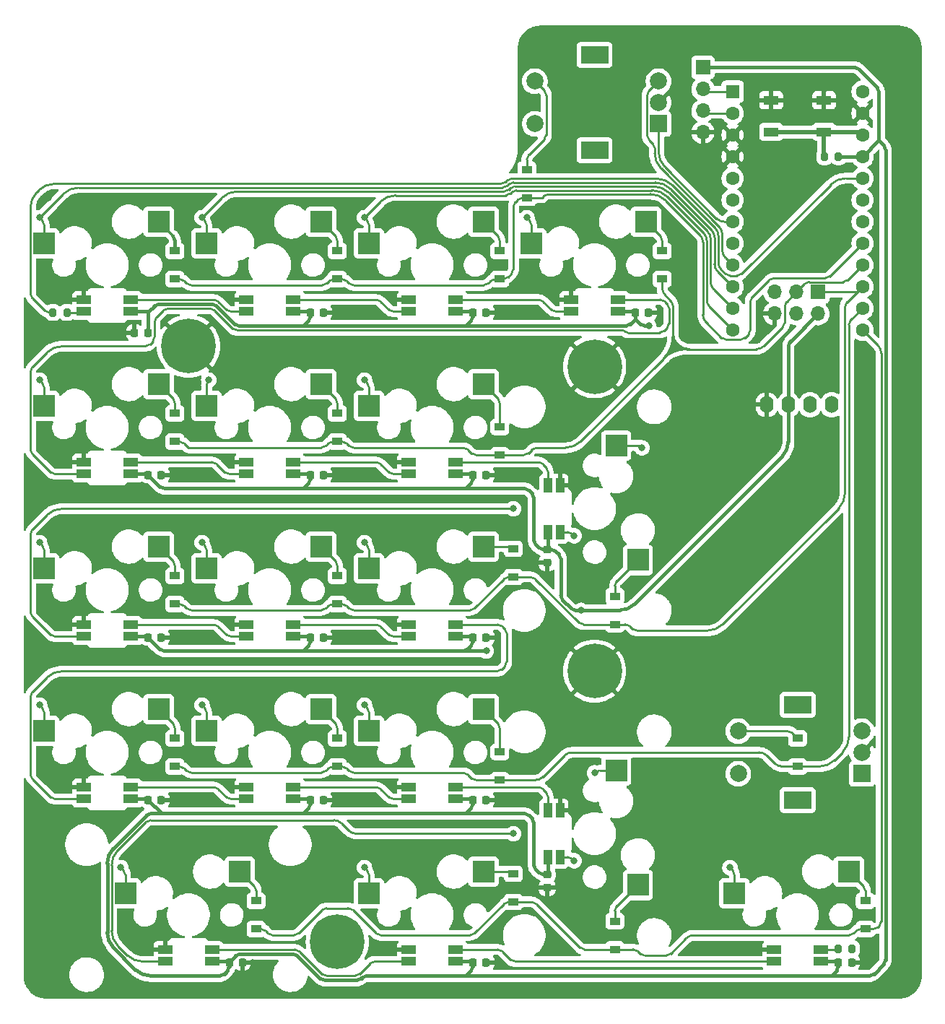
<source format=gbr>
%TF.GenerationSoftware,KiCad,Pcbnew,(6.0.0)*%
%TF.CreationDate,2022-02-02T23:37:18-05:00*%
%TF.ProjectId,numpad,6e756d70-6164-42e6-9b69-6361645f7063,rev?*%
%TF.SameCoordinates,Original*%
%TF.FileFunction,Copper,L2,Bot*%
%TF.FilePolarity,Positive*%
%FSLAX46Y46*%
G04 Gerber Fmt 4.6, Leading zero omitted, Abs format (unit mm)*
G04 Created by KiCad (PCBNEW (6.0.0)) date 2022-02-02 23:37:18*
%MOMM*%
%LPD*%
G01*
G04 APERTURE LIST*
G04 Aperture macros list*
%AMRoundRect*
0 Rectangle with rounded corners*
0 $1 Rounding radius*
0 $2 $3 $4 $5 $6 $7 $8 $9 X,Y pos of 4 corners*
0 Add a 4 corners polygon primitive as box body*
4,1,4,$2,$3,$4,$5,$6,$7,$8,$9,$2,$3,0*
0 Add four circle primitives for the rounded corners*
1,1,$1+$1,$2,$3*
1,1,$1+$1,$4,$5*
1,1,$1+$1,$6,$7*
1,1,$1+$1,$8,$9*
0 Add four rect primitives between the rounded corners*
20,1,$1+$1,$2,$3,$4,$5,0*
20,1,$1+$1,$4,$5,$6,$7,0*
20,1,$1+$1,$6,$7,$8,$9,0*
20,1,$1+$1,$8,$9,$2,$3,0*%
G04 Aperture macros list end*
%TA.AperFunction,ComponentPad*%
%ADD10R,1.700000X1.700000*%
%TD*%
%TA.AperFunction,ComponentPad*%
%ADD11O,1.700000X1.700000*%
%TD*%
%TA.AperFunction,ComponentPad*%
%ADD12O,1.600000X2.000000*%
%TD*%
%TA.AperFunction,ComponentPad*%
%ADD13R,2.000000X2.000000*%
%TD*%
%TA.AperFunction,ComponentPad*%
%ADD14C,2.000000*%
%TD*%
%TA.AperFunction,ComponentPad*%
%ADD15R,3.200000X2.000000*%
%TD*%
%TA.AperFunction,ComponentPad*%
%ADD16R,1.600000X1.600000*%
%TD*%
%TA.AperFunction,ComponentPad*%
%ADD17C,1.600000*%
%TD*%
%TA.AperFunction,ComponentPad*%
%ADD18C,6.400000*%
%TD*%
%TA.AperFunction,SMDPad,CuDef*%
%ADD19R,2.550000X2.500000*%
%TD*%
%TA.AperFunction,SMDPad,CuDef*%
%ADD20R,2.500000X2.550000*%
%TD*%
%TA.AperFunction,SMDPad,CuDef*%
%ADD21RoundRect,0.200000X0.200000X0.275000X-0.200000X0.275000X-0.200000X-0.275000X0.200000X-0.275000X0*%
%TD*%
%TA.AperFunction,SMDPad,CuDef*%
%ADD22R,1.800000X1.100000*%
%TD*%
%TA.AperFunction,SMDPad,CuDef*%
%ADD23R,1.200000X0.900000*%
%TD*%
%TA.AperFunction,SMDPad,CuDef*%
%ADD24R,1.000000X1.700000*%
%TD*%
%TA.AperFunction,SMDPad,CuDef*%
%ADD25R,1.700000X1.000000*%
%TD*%
%TA.AperFunction,SMDPad,CuDef*%
%ADD26RoundRect,0.225000X-0.225000X-0.250000X0.225000X-0.250000X0.225000X0.250000X-0.225000X0.250000X0*%
%TD*%
%TA.AperFunction,SMDPad,CuDef*%
%ADD27RoundRect,0.200000X-0.200000X-0.275000X0.200000X-0.275000X0.200000X0.275000X-0.200000X0.275000X0*%
%TD*%
%TA.AperFunction,SMDPad,CuDef*%
%ADD28RoundRect,0.225000X-0.250000X0.225000X-0.250000X-0.225000X0.250000X-0.225000X0.250000X0.225000X0*%
%TD*%
%TA.AperFunction,SMDPad,CuDef*%
%ADD29RoundRect,0.225000X0.225000X0.250000X-0.225000X0.250000X-0.225000X-0.250000X0.225000X-0.250000X0*%
%TD*%
%TA.AperFunction,ViaPad*%
%ADD30C,0.800000*%
%TD*%
%TA.AperFunction,Conductor*%
%ADD31C,0.254000*%
%TD*%
%TA.AperFunction,Conductor*%
%ADD32C,0.508000*%
%TD*%
%TA.AperFunction,Conductor*%
%ADD33C,0.381000*%
%TD*%
%TA.AperFunction,Conductor*%
%ADD34C,0.250000*%
%TD*%
G04 APERTURE END LIST*
D10*
%TO.P,J1,1,MISO*%
%TO.N,MISO*%
X172243750Y-92069450D03*
D11*
%TO.P,J1,2,VCC*%
%TO.N,+5V*%
X172243750Y-94609450D03*
%TO.P,J1,3,SCK*%
%TO.N,ROW1*%
X169703750Y-92069450D03*
%TO.P,J1,4,MOSI*%
%TO.N,MOSI*%
X169703750Y-94609450D03*
%TO.P,J1,5,~{RST}*%
%TO.N,RST*%
X167163750Y-92069450D03*
%TO.P,J1,6,GND*%
%TO.N,GND*%
X167163750Y-94609450D03*
%TD*%
D12*
%TO.P,OLED1,1,GND*%
%TO.N,GND*%
X166231800Y-105280200D03*
%TO.P,OLED1,2,VCC*%
%TO.N,+5V*%
X168771800Y-105280200D03*
%TO.P,OLED1,3,SCL*%
%TO.N,SCL*%
X171311800Y-105280200D03*
%TO.P,OLED1,4,SDA*%
%TO.N,SDA*%
X173851800Y-105280200D03*
%TD*%
D13*
%TO.P,ROT2,A,A*%
%TO.N,ENC_A2*%
X177391950Y-148545050D03*
D14*
%TO.P,ROT2,B,B*%
%TO.N,ENC_B2*%
X177391950Y-143545050D03*
%TO.P,ROT2,C,C*%
%TO.N,GND*%
X177391950Y-146045050D03*
D15*
%TO.P,ROT2,MP*%
%TO.N,N/C*%
X169891950Y-151645050D03*
X169891950Y-140445050D03*
D14*
%TO.P,ROT2,S1,S1*%
%TO.N,Net-(RD2-Pad2)*%
X162891950Y-143545050D03*
%TO.P,ROT2,S2,S2*%
%TO.N,COL3*%
X162891950Y-148545050D03*
%TD*%
D10*
%TO.P,J2,1,Pin_1*%
%TO.N,+5V*%
X158750000Y-65722500D03*
D11*
%TO.P,J2,2,Pin_2*%
%TO.N,TX*%
X158750000Y-68262500D03*
%TO.P,J2,3,Pin_3*%
%TO.N,RX*%
X158750000Y-70802500D03*
%TO.P,J2,4,Pin_4*%
%TO.N,GND*%
X158750000Y-73342500D03*
%TD*%
D16*
%TO.P,U1,1,TX*%
%TO.N,TX*%
X162242650Y-68575050D03*
D17*
%TO.P,U1,2,RX*%
%TO.N,RX*%
X162242650Y-71115050D03*
%TO.P,U1,3,GND*%
%TO.N,GND*%
X162242650Y-73655050D03*
%TO.P,U1,4,GND*%
X162242650Y-76195050D03*
%TO.P,U1,5,SDA*%
%TO.N,SDA*%
X162242650Y-78735050D03*
%TO.P,U1,6,SCL*%
%TO.N,SCL*%
X162242650Y-81275050D03*
%TO.P,U1,7,D4*%
%TO.N,ENC_A1*%
X162242650Y-83815050D03*
%TO.P,U1,8,C6*%
%TO.N,COL3*%
X162242650Y-86355050D03*
%TO.P,U1,9,D7*%
%TO.N,ENC_B1*%
X162242650Y-88895050D03*
%TO.P,U1,10,E6*%
%TO.N,COL0*%
X162242650Y-91435050D03*
%TO.P,U1,11,B4*%
%TO.N,COL1*%
X162242650Y-93975050D03*
%TO.P,U1,12,B5*%
%TO.N,COL2*%
X162242650Y-96515050D03*
%TO.P,U1,13,B6*%
%TO.N,ROW4*%
X177482650Y-96515050D03*
%TO.P,U1,14,B2*%
%TO.N,MOSI*%
X177482650Y-93975050D03*
%TO.P,U1,15,B3*%
%TO.N,MISO*%
X177482650Y-91435050D03*
%TO.P,U1,16,B1*%
%TO.N,ROW1*%
X177482650Y-88895050D03*
%TO.P,U1,17,F7*%
%TO.N,ROW0*%
X177482650Y-86355050D03*
%TO.P,U1,18,F6*%
%TO.N,ENC_B2*%
X177482650Y-83815050D03*
%TO.P,U1,19,F5*%
%TO.N,ENC_A2*%
X177482650Y-81275050D03*
%TO.P,U1,20,F4*%
%TO.N,BKL_DATA_IN*%
X177482650Y-78735050D03*
%TO.P,U1,21,VCC*%
%TO.N,+5V*%
X177482650Y-76195050D03*
%TO.P,U1,22,RST*%
%TO.N,RST*%
X177482650Y-73655050D03*
%TO.P,U1,23,GND*%
%TO.N,GND*%
X177482650Y-71115050D03*
%TO.P,U1,24,RAW*%
%TO.N,unconnected-(U1-Pad24)*%
X177482650Y-68575050D03*
%TD*%
D18*
%TO.P,H1,1,1*%
%TO.N,GND*%
X115882550Y-168270050D03*
%TD*%
%TO.P,H2,1,1*%
%TO.N,GND*%
X146045050Y-136520050D03*
%TD*%
%TO.P,H3,1,1*%
%TO.N,GND*%
X98420050Y-98420050D03*
%TD*%
%TO.P,H4,1,1*%
%TO.N,GND*%
X146050000Y-100806250D03*
%TD*%
D19*
%TO.P,MX1,1*%
%TO.N,COL0*%
X81485050Y-86355050D03*
%TO.P,MX1,2*%
%TO.N,Net-(D1-Pad2)*%
X94910050Y-83815050D03*
%TD*%
%TO.P,MX12,1*%
%TO.N,COL0*%
X81485050Y-143505050D03*
%TO.P,MX12,2*%
%TO.N,Net-(D12-Pad2)*%
X94910050Y-140965050D03*
%TD*%
%TO.P,MX16,1*%
%TO.N,COL1*%
X119585050Y-162555050D03*
%TO.P,MX16,2*%
%TO.N,Net-(D16-Pad2)*%
X133010050Y-160015050D03*
%TD*%
%TO.P,MX7,1*%
%TO.N,COL3*%
X138635050Y-86355050D03*
%TO.P,MX7,2*%
%TO.N,Net-(D7-Pad2)*%
X152060050Y-83815050D03*
%TD*%
%TO.P,MX2,1*%
%TO.N,COL1*%
X100535050Y-86355050D03*
%TO.P,MX2,2*%
%TO.N,Net-(D2-Pad2)*%
X113960050Y-83815050D03*
%TD*%
%TO.P,MX18,1*%
%TO.N,COL3*%
X162447550Y-162555050D03*
%TO.P,MX18,2*%
%TO.N,Net-(D18-Pad2)*%
X175872550Y-160015050D03*
%TD*%
%TO.P,MX15,1*%
%TO.N,COL0*%
X91010050Y-162555050D03*
%TO.P,MX15,2*%
%TO.N,Net-(D15-Pad2)*%
X104435050Y-160015050D03*
%TD*%
D20*
%TO.P,MX17,1*%
%TO.N,COL2*%
X148585050Y-148160050D03*
%TO.P,MX17,2*%
%TO.N,Net-(D17-Pad2)*%
X151125050Y-161585050D03*
%TD*%
D13*
%TO.P,ROT1,A,A*%
%TO.N,ENC_A1*%
X153545050Y-72345050D03*
D14*
%TO.P,ROT1,B,B*%
%TO.N,ENC_B1*%
X153545050Y-67345050D03*
%TO.P,ROT1,C,C*%
%TO.N,GND*%
X153545050Y-69845050D03*
D15*
%TO.P,ROT1,MP*%
%TO.N,N/C*%
X146045050Y-75445050D03*
X146045050Y-64245050D03*
D14*
%TO.P,ROT1,S1,S1*%
%TO.N,Net-(RD1-Pad2)*%
X139045050Y-67345050D03*
%TO.P,ROT1,S2,S2*%
%TO.N,COL3*%
X139045050Y-72345050D03*
%TD*%
D19*
%TO.P,MX3,1*%
%TO.N,COL2*%
X119585050Y-86355050D03*
%TO.P,MX3,2*%
%TO.N,Net-(D3-Pad2)*%
X133010050Y-83815050D03*
%TD*%
%TO.P,MX6,1*%
%TO.N,COL2*%
X119585050Y-105405050D03*
%TO.P,MX6,2*%
%TO.N,Net-(D6-Pad2)*%
X133010050Y-102865050D03*
%TD*%
%TO.P,MX13,1*%
%TO.N,COL1*%
X100535050Y-143505050D03*
%TO.P,MX13,2*%
%TO.N,Net-(D13-Pad2)*%
X113960050Y-140965050D03*
%TD*%
D20*
%TO.P,MX11,1*%
%TO.N,COL3*%
X148585050Y-110060050D03*
%TO.P,MX11,2*%
%TO.N,Net-(D11-Pad2)*%
X151125050Y-123485050D03*
%TD*%
D19*
%TO.P,MX5,1*%
%TO.N,COL1*%
X100535050Y-105405050D03*
%TO.P,MX5,2*%
%TO.N,Net-(D5-Pad2)*%
X113960050Y-102865050D03*
%TD*%
%TO.P,MX9,1*%
%TO.N,COL1*%
X100535050Y-124455050D03*
%TO.P,MX9,2*%
%TO.N,Net-(D9-Pad2)*%
X113960050Y-121915050D03*
%TD*%
%TO.P,MX10,1*%
%TO.N,COL2*%
X119585050Y-124455050D03*
%TO.P,MX10,2*%
%TO.N,Net-(D10-Pad2)*%
X133010050Y-121915050D03*
%TD*%
%TO.P,MX14,1*%
%TO.N,COL2*%
X119585050Y-143505050D03*
%TO.P,MX14,2*%
%TO.N,Net-(D14-Pad2)*%
X133010050Y-140965050D03*
%TD*%
%TO.P,MX4,1*%
%TO.N,COL0*%
X81485050Y-105405050D03*
%TO.P,MX4,2*%
%TO.N,Net-(D4-Pad2)*%
X94910050Y-102865050D03*
%TD*%
%TO.P,MX8,1*%
%TO.N,COL0*%
X81485050Y-124455050D03*
%TO.P,MX8,2*%
%TO.N,Net-(D8-Pad2)*%
X94910050Y-121915050D03*
%TD*%
D21*
%TO.P,R2,1*%
%TO.N,+5V*%
X174656150Y-76195450D03*
%TO.P,R2,2*%
%TO.N,RST*%
X173006150Y-76195450D03*
%TD*%
D22*
%TO.P,SW1,1,1*%
%TO.N,RST*%
X172962650Y-73283250D03*
X166762650Y-73283250D03*
%TO.P,SW1,2,2*%
%TO.N,GND*%
X172962650Y-69583250D03*
X166762650Y-69583250D03*
%TD*%
D23*
%TO.P,D5,1,K*%
%TO.N,ROW1*%
X115882550Y-109595050D03*
%TO.P,D5,2,A*%
%TO.N,Net-(D5-Pad2)*%
X115882550Y-106295050D03*
%TD*%
%TO.P,D6,1,K*%
%TO.N,ROW1*%
X134932550Y-111182550D03*
%TO.P,D6,2,A*%
%TO.N,Net-(D6-Pad2)*%
X134932550Y-107882550D03*
%TD*%
%TO.P,D4,1,K*%
%TO.N,ROW1*%
X96832550Y-109595050D03*
%TO.P,D4,2,A*%
%TO.N,Net-(D4-Pad2)*%
X96832550Y-106295050D03*
%TD*%
D24*
%TO.P,LED8,1,VDD*%
%TO.N,+5V*%
X140582550Y-120220050D03*
%TO.P,LED8,2,DOUT*%
%TO.N,Net-(LED8-Pad2)*%
X141982550Y-120220050D03*
%TO.P,LED8,3,VSS*%
%TO.N,GND*%
X141982550Y-114720050D03*
%TO.P,LED8,4,DIN*%
%TO.N,Net-(LED7-Pad2)*%
X140582550Y-114720050D03*
%TD*%
D25*
%TO.P,LED18,1,VDD*%
%TO.N,+5V*%
X172607550Y-170557550D03*
%TO.P,LED18,2,DOUT*%
%TO.N,Net-(LED18-Pad2)*%
X172607550Y-169157550D03*
%TO.P,LED18,3,VSS*%
%TO.N,GND*%
X167107550Y-169157550D03*
%TO.P,LED18,4,DIN*%
%TO.N,Net-(LED17-Pad2)*%
X167107550Y-170557550D03*
%TD*%
%TO.P,LED9,1,VDD*%
%TO.N,+5V*%
X91645050Y-132457550D03*
%TO.P,LED9,2,DOUT*%
%TO.N,Net-(LED10-Pad4)*%
X91645050Y-131057550D03*
%TO.P,LED9,3,VSS*%
%TO.N,GND*%
X86145050Y-131057550D03*
%TO.P,LED9,4,DIN*%
%TO.N,Net-(LED8-Pad2)*%
X86145050Y-132457550D03*
%TD*%
%TO.P,LED6,1,VDD*%
%TO.N,+5V*%
X110695050Y-113407550D03*
%TO.P,LED6,2,DOUT*%
%TO.N,Net-(LED6-Pad2)*%
X110695050Y-112007550D03*
%TO.P,LED6,3,VSS*%
%TO.N,GND*%
X105195050Y-112007550D03*
%TO.P,LED6,4,DIN*%
%TO.N,Net-(LED5-Pad2)*%
X105195050Y-113407550D03*
%TD*%
%TO.P,LED1,1,VDD*%
%TO.N,+5V*%
X91645050Y-94357550D03*
%TO.P,LED1,2,DOUT*%
%TO.N,Net-(LED1-Pad2)*%
X91645050Y-92957550D03*
%TO.P,LED1,3,VSS*%
%TO.N,GND*%
X86145050Y-92957550D03*
%TO.P,LED1,4,DIN*%
%TO.N,Net-(LED1-Pad4)*%
X86145050Y-94357550D03*
%TD*%
D26*
%TO.P,C7,1*%
%TO.N,+5V*%
X131781250Y-113506250D03*
%TO.P,C7,2*%
%TO.N,GND*%
X133331250Y-113506250D03*
%TD*%
D27*
%TO.P,R3,1*%
%TO.N,Net-(LED18-Pad2)*%
X174593750Y-169068750D03*
%TO.P,R3,2*%
%TO.N,unconnected-(R3-Pad2)*%
X176243750Y-169068750D03*
%TD*%
D23*
%TO.P,D8,1,K*%
%TO.N,MISO*%
X96832550Y-128645050D03*
%TO.P,D8,2,A*%
%TO.N,Net-(D8-Pad2)*%
X96832550Y-125345050D03*
%TD*%
%TO.P,RD2,1,K*%
%TO.N,MOSI*%
X169857550Y-147695050D03*
%TO.P,RD2,2,A*%
%TO.N,Net-(RD2-Pad2)*%
X169857550Y-144395050D03*
%TD*%
D26*
%TO.P,C11,1*%
%TO.N,+5V*%
X131781250Y-132551300D03*
%TO.P,C11,2*%
%TO.N,GND*%
X133331250Y-132551300D03*
%TD*%
%TO.P,C9,1*%
%TO.N,+5V*%
X93681250Y-132556250D03*
%TO.P,C9,2*%
%TO.N,GND*%
X95231250Y-132556250D03*
%TD*%
D23*
%TO.P,D10,1,K*%
%TO.N,MISO*%
X136520050Y-125470050D03*
%TO.P,D10,2,A*%
%TO.N,Net-(D10-Pad2)*%
X136520050Y-122170050D03*
%TD*%
%TO.P,D12,1,K*%
%TO.N,MOSI*%
X96832550Y-147695050D03*
%TO.P,D12,2,A*%
%TO.N,Net-(D12-Pad2)*%
X96832550Y-144395050D03*
%TD*%
D26*
%TO.P,C10,1*%
%TO.N,+5V*%
X112731250Y-132556250D03*
%TO.P,C10,2*%
%TO.N,GND*%
X114281250Y-132556250D03*
%TD*%
D23*
%TO.P,D18,1,K*%
%TO.N,ROW4*%
X177795050Y-166745050D03*
%TO.P,D18,2,A*%
%TO.N,Net-(D18-Pad2)*%
X177795050Y-163445050D03*
%TD*%
D24*
%TO.P,LED15,1,VDD*%
%TO.N,+5V*%
X140582550Y-158320050D03*
%TO.P,LED15,2,DOUT*%
%TO.N,Net-(LED15-Pad2)*%
X141982550Y-158320050D03*
%TO.P,LED15,3,VSS*%
%TO.N,GND*%
X141982550Y-152820050D03*
%TO.P,LED15,4,DIN*%
%TO.N,Net-(LED14-Pad2)*%
X140582550Y-152820050D03*
%TD*%
D26*
%TO.P,C18,1*%
%TO.N,+5V*%
X174643750Y-170651300D03*
%TO.P,C18,2*%
%TO.N,GND*%
X176193750Y-170651300D03*
%TD*%
%TO.P,C6,1*%
%TO.N,+5V*%
X112731250Y-113501300D03*
%TO.P,C6,2*%
%TO.N,GND*%
X114281250Y-113501300D03*
%TD*%
D23*
%TO.P,D3,1,K*%
%TO.N,ROW0*%
X134932550Y-90545050D03*
%TO.P,D3,2,A*%
%TO.N,Net-(D3-Pad2)*%
X134932550Y-87245050D03*
%TD*%
%TO.P,D2,1,K*%
%TO.N,ROW0*%
X115882550Y-90545050D03*
%TO.P,D2,2,A*%
%TO.N,Net-(D2-Pad2)*%
X115882550Y-87245050D03*
%TD*%
%TO.P,D15,1,K*%
%TO.N,ROW4*%
X106357550Y-166745050D03*
%TO.P,D15,2,A*%
%TO.N,Net-(D15-Pad2)*%
X106357550Y-163445050D03*
%TD*%
D28*
%TO.P,C8,1*%
%TO.N,+5V*%
X140493750Y-122256250D03*
%TO.P,C8,2*%
%TO.N,GND*%
X140493750Y-123806250D03*
%TD*%
D26*
%TO.P,C16,1*%
%TO.N,+5V*%
X103206250Y-170656250D03*
%TO.P,C16,2*%
%TO.N,GND*%
X104756250Y-170656250D03*
%TD*%
D23*
%TO.P,D9,1,K*%
%TO.N,MISO*%
X115882550Y-128645050D03*
%TO.P,D9,2,A*%
%TO.N,Net-(D9-Pad2)*%
X115882550Y-125345050D03*
%TD*%
D25*
%TO.P,LED2,1,VDD*%
%TO.N,+5V*%
X110695050Y-94357550D03*
%TO.P,LED2,2,DOUT*%
%TO.N,Net-(LED2-Pad2)*%
X110695050Y-92957550D03*
%TO.P,LED2,3,VSS*%
%TO.N,GND*%
X105195050Y-92957550D03*
%TO.P,LED2,4,DIN*%
%TO.N,Net-(LED1-Pad2)*%
X105195050Y-94357550D03*
%TD*%
%TO.P,LED4,1,VDD*%
%TO.N,+5V*%
X148795050Y-94357550D03*
%TO.P,LED4,2,DOUT*%
%TO.N,Net-(LED4-Pad2)*%
X148795050Y-92957550D03*
%TO.P,LED4,3,VSS*%
%TO.N,GND*%
X143295050Y-92957550D03*
%TO.P,LED4,4,DIN*%
%TO.N,Net-(LED3-Pad2)*%
X143295050Y-94357550D03*
%TD*%
D26*
%TO.P,C2,1*%
%TO.N,+5V*%
X112731250Y-94456250D03*
%TO.P,C2,2*%
%TO.N,GND*%
X114281250Y-94456250D03*
%TD*%
%TO.P,C3,1*%
%TO.N,+5V*%
X131781250Y-94456250D03*
%TO.P,C3,2*%
%TO.N,GND*%
X133331250Y-94456250D03*
%TD*%
D23*
%TO.P,D1,1,K*%
%TO.N,ROW0*%
X96832550Y-90545050D03*
%TO.P,D1,2,A*%
%TO.N,Net-(D1-Pad2)*%
X96832550Y-87245050D03*
%TD*%
%TO.P,D13,1,K*%
%TO.N,MOSI*%
X115882550Y-147695050D03*
%TO.P,D13,2,A*%
%TO.N,Net-(D13-Pad2)*%
X115882550Y-144395050D03*
%TD*%
D25*
%TO.P,LED11,1,VDD*%
%TO.N,+5V*%
X129745050Y-132457550D03*
%TO.P,LED11,2,DOUT*%
%TO.N,Net-(LED11-Pad2)*%
X129745050Y-131057550D03*
%TO.P,LED11,3,VSS*%
%TO.N,GND*%
X124245050Y-131057550D03*
%TO.P,LED11,4,DIN*%
%TO.N,Net-(LED10-Pad2)*%
X124245050Y-132457550D03*
%TD*%
%TO.P,LED10,1,VDD*%
%TO.N,+5V*%
X110695050Y-132457550D03*
%TO.P,LED10,2,DOUT*%
%TO.N,Net-(LED10-Pad2)*%
X110695050Y-131057550D03*
%TO.P,LED10,3,VSS*%
%TO.N,GND*%
X105195050Y-131057550D03*
%TO.P,LED10,4,DIN*%
%TO.N,Net-(LED10-Pad4)*%
X105195050Y-132457550D03*
%TD*%
%TO.P,LED14,1,VDD*%
%TO.N,+5V*%
X129745050Y-151507550D03*
%TO.P,LED14,2,DOUT*%
%TO.N,Net-(LED14-Pad2)*%
X129745050Y-150107550D03*
%TO.P,LED14,3,VSS*%
%TO.N,GND*%
X124245050Y-150107550D03*
%TO.P,LED14,4,DIN*%
%TO.N,Net-(LED13-Pad2)*%
X124245050Y-151507550D03*
%TD*%
%TO.P,LED7,1,VDD*%
%TO.N,+5V*%
X129745050Y-113407550D03*
%TO.P,LED7,2,DOUT*%
%TO.N,Net-(LED7-Pad2)*%
X129745050Y-112007550D03*
%TO.P,LED7,3,VSS*%
%TO.N,GND*%
X124245050Y-112007550D03*
%TO.P,LED7,4,DIN*%
%TO.N,Net-(LED6-Pad2)*%
X124245050Y-113407550D03*
%TD*%
D26*
%TO.P,C12,1*%
%TO.N,+5V*%
X93681250Y-151601300D03*
%TO.P,C12,2*%
%TO.N,GND*%
X95231250Y-151601300D03*
%TD*%
D25*
%TO.P,LED17,1,VDD*%
%TO.N,+5V*%
X129745050Y-170557550D03*
%TO.P,LED17,2,DOUT*%
%TO.N,Net-(LED17-Pad2)*%
X129745050Y-169157550D03*
%TO.P,LED17,3,VSS*%
%TO.N,GND*%
X124245050Y-169157550D03*
%TO.P,LED17,4,DIN*%
%TO.N,Net-(LED16-Pad2)*%
X124245050Y-170557550D03*
%TD*%
%TO.P,LED5,1,VDD*%
%TO.N,+5V*%
X91645050Y-113407550D03*
%TO.P,LED5,2,DOUT*%
%TO.N,Net-(LED5-Pad2)*%
X91645050Y-112007550D03*
%TO.P,LED5,3,VSS*%
%TO.N,GND*%
X86145050Y-112007550D03*
%TO.P,LED5,4,DIN*%
%TO.N,Net-(LED4-Pad2)*%
X86145050Y-113407550D03*
%TD*%
D23*
%TO.P,D14,1,K*%
%TO.N,MOSI*%
X134932550Y-149282550D03*
%TO.P,D14,2,A*%
%TO.N,Net-(D14-Pad2)*%
X134932550Y-145982550D03*
%TD*%
%TO.P,RD1,1,K*%
%TO.N,ROW0*%
X138112500Y-81025000D03*
%TO.P,RD1,2,A*%
%TO.N,Net-(RD1-Pad2)*%
X138112500Y-77725000D03*
%TD*%
D26*
%TO.P,C14,1*%
%TO.N,+5V*%
X131781250Y-151601300D03*
%TO.P,C14,2*%
%TO.N,GND*%
X133331250Y-151601300D03*
%TD*%
%TO.P,C17,1*%
%TO.N,+5V*%
X131781250Y-170651300D03*
%TO.P,C17,2*%
%TO.N,GND*%
X133331250Y-170651300D03*
%TD*%
%TO.P,C13,1*%
%TO.N,+5V*%
X112731250Y-151606250D03*
%TO.P,C13,2*%
%TO.N,GND*%
X114281250Y-151606250D03*
%TD*%
D28*
%TO.P,C15,1*%
%TO.N,+5V*%
X140493750Y-160356250D03*
%TO.P,C15,2*%
%TO.N,GND*%
X140493750Y-161906250D03*
%TD*%
D25*
%TO.P,LED12,1,VDD*%
%TO.N,+5V*%
X91645050Y-151507550D03*
%TO.P,LED12,2,DOUT*%
%TO.N,Net-(LED12-Pad2)*%
X91645050Y-150107550D03*
%TO.P,LED12,3,VSS*%
%TO.N,GND*%
X86145050Y-150107550D03*
%TO.P,LED12,4,DIN*%
%TO.N,Net-(LED11-Pad2)*%
X86145050Y-151507550D03*
%TD*%
D23*
%TO.P,D16,1,K*%
%TO.N,ROW4*%
X136520050Y-163570050D03*
%TO.P,D16,2,A*%
%TO.N,Net-(D16-Pad2)*%
X136520050Y-160270050D03*
%TD*%
D29*
%TO.P,C1,1*%
%TO.N,+5V*%
X93643750Y-96837500D03*
%TO.P,C1,2*%
%TO.N,GND*%
X92093750Y-96837500D03*
%TD*%
D25*
%TO.P,LED16,1,VDD*%
%TO.N,+5V*%
X101170050Y-170557550D03*
%TO.P,LED16,2,DOUT*%
%TO.N,Net-(LED16-Pad2)*%
X101170050Y-169157550D03*
%TO.P,LED16,3,VSS*%
%TO.N,GND*%
X95670050Y-169157550D03*
%TO.P,LED16,4,DIN*%
%TO.N,Net-(LED15-Pad2)*%
X95670050Y-170557550D03*
%TD*%
D27*
%TO.P,R1,1*%
%TO.N,BKL_DATA_IN*%
X82518750Y-94456250D03*
%TO.P,R1,2*%
%TO.N,Net-(LED1-Pad4)*%
X84168750Y-94456250D03*
%TD*%
D25*
%TO.P,LED3,1,VDD*%
%TO.N,+5V*%
X129745050Y-94357550D03*
%TO.P,LED3,2,DOUT*%
%TO.N,Net-(LED3-Pad2)*%
X129745050Y-92957550D03*
%TO.P,LED3,3,VSS*%
%TO.N,GND*%
X124245050Y-92957550D03*
%TO.P,LED3,4,DIN*%
%TO.N,Net-(LED2-Pad2)*%
X124245050Y-94357550D03*
%TD*%
D23*
%TO.P,D7,1,K*%
%TO.N,ROW1*%
X153982550Y-90545050D03*
%TO.P,D7,2,A*%
%TO.N,Net-(D7-Pad2)*%
X153982550Y-87245050D03*
%TD*%
D25*
%TO.P,LED13,1,VDD*%
%TO.N,+5V*%
X110695050Y-151507550D03*
%TO.P,LED13,2,DOUT*%
%TO.N,Net-(LED13-Pad2)*%
X110695050Y-150107550D03*
%TO.P,LED13,3,VSS*%
%TO.N,GND*%
X105195050Y-150107550D03*
%TO.P,LED13,4,DIN*%
%TO.N,Net-(LED12-Pad2)*%
X105195050Y-151507550D03*
%TD*%
D26*
%TO.P,C5,1*%
%TO.N,+5V*%
X93681250Y-113501300D03*
%TO.P,C5,2*%
%TO.N,GND*%
X95231250Y-113501300D03*
%TD*%
D23*
%TO.P,D11,1,K*%
%TO.N,MISO*%
X148426300Y-131026300D03*
%TO.P,D11,2,A*%
%TO.N,Net-(D11-Pad2)*%
X148426300Y-127726300D03*
%TD*%
%TO.P,D17,1,K*%
%TO.N,ROW4*%
X148426300Y-169126300D03*
%TO.P,D17,2,A*%
%TO.N,Net-(D17-Pad2)*%
X148426300Y-165826300D03*
%TD*%
D26*
%TO.P,C4,1*%
%TO.N,+5V*%
X150831250Y-94451300D03*
%TO.P,C4,2*%
%TO.N,GND*%
X152381250Y-94451300D03*
%TD*%
D30*
%TO.N,GND*%
X115490625Y-94456250D03*
X103187500Y-111918750D03*
X125412500Y-102393750D03*
X87312500Y-140493750D03*
X119856250Y-165100000D03*
X177800000Y-132556250D03*
X87312500Y-102393750D03*
X173037500Y-99218750D03*
X141287500Y-169068750D03*
X103187500Y-92868750D03*
X106362500Y-140493750D03*
X140493750Y-125015625D03*
X115490625Y-132556250D03*
X134540625Y-94456250D03*
X123825000Y-165893750D03*
X122237500Y-169068750D03*
X153590625Y-94456250D03*
X106362500Y-82550000D03*
X173037500Y-83343750D03*
X84137500Y-92868750D03*
X96440625Y-132556250D03*
X173037500Y-88106250D03*
X115490625Y-113506250D03*
X134540625Y-151606250D03*
X172243750Y-108743750D03*
X96440625Y-151606250D03*
X93662500Y-169068750D03*
X157162500Y-92075000D03*
X125412500Y-121443750D03*
X179000000Y-77500000D03*
X134143750Y-167481250D03*
X134540625Y-132556250D03*
X122237500Y-92868750D03*
X122237500Y-130968750D03*
X82000000Y-81000000D03*
X103187500Y-130968750D03*
X83343750Y-96837500D03*
X124618750Y-82550000D03*
X168275000Y-159543750D03*
X106362500Y-102393750D03*
X140493750Y-163115625D03*
X141287500Y-92868750D03*
X87312500Y-82550000D03*
X122237500Y-111918750D03*
X125412500Y-159543750D03*
X84137500Y-150018750D03*
X87312500Y-121443750D03*
X83343750Y-134937500D03*
X151606250Y-115887500D03*
X165100000Y-169068750D03*
X115490625Y-151606250D03*
X142081250Y-112712500D03*
X134540625Y-113506250D03*
X151606250Y-153987500D03*
X103187500Y-150018750D03*
X125412500Y-140493750D03*
X84137500Y-111918750D03*
X83343750Y-115887500D03*
X122237500Y-150018750D03*
X177403125Y-170656250D03*
X90879425Y-96832550D03*
X84137500Y-130968750D03*
X96440625Y-113506250D03*
X142081250Y-150812500D03*
X146050000Y-69850000D03*
X161925000Y-105568750D03*
X105965625Y-170656250D03*
X134540625Y-170656250D03*
X96837500Y-159543750D03*
X106362500Y-121443750D03*
%TO.N,COL3*%
X161920050Y-159538800D03*
X138107550Y-83338800D03*
X151606250Y-110331250D03*
%TO.N,+5V*%
X133350000Y-134143750D03*
X152400000Y-96043750D03*
X144462500Y-129381250D03*
%TO.N,COL2*%
X119057550Y-102388800D03*
X146050000Y-148431250D03*
X119057550Y-121438800D03*
X119057550Y-140488800D03*
X119057550Y-83338800D03*
%TO.N,COL1*%
X100007550Y-140488800D03*
X100801300Y-102388800D03*
X100007550Y-83338800D03*
X100007550Y-121438800D03*
X119057550Y-159538800D03*
%TO.N,COL0*%
X90482550Y-159538800D03*
X80957550Y-83338800D03*
X80957550Y-121438800D03*
X80957550Y-102388800D03*
X80957550Y-140488800D03*
%TO.N,Net-(LED8-Pad2)*%
X143668750Y-120650000D03*
X136525000Y-117475000D03*
%TO.N,Net-(LED15-Pad2)*%
X136525000Y-155575000D03*
X143668750Y-158750000D03*
%TD*%
D31*
%TO.N,MISO*%
X177482650Y-91435050D02*
X175641935Y-93275765D01*
X116961985Y-128868235D02*
X117246866Y-129153116D01*
X149645569Y-131026300D02*
X148426300Y-131026300D01*
X175418750Y-93814581D02*
X175418750Y-115629148D01*
X174674801Y-117425199D02*
X161081449Y-131018551D01*
X131980735Y-129153115D02*
X135440616Y-125693234D01*
X135979431Y-125470050D02*
X136520050Y-125470050D01*
X144720581Y-131026300D02*
X148426300Y-131026300D01*
X136520050Y-125470050D02*
X138533069Y-125470050D01*
X115882550Y-128645050D02*
X116423169Y-128645050D01*
X144181765Y-130803115D02*
X139071884Y-125693234D01*
X97911985Y-128868235D02*
X98196866Y-129153116D01*
X96832550Y-128645050D02*
X97373169Y-128645050D01*
X114518235Y-129153115D02*
X114803116Y-128868234D01*
X117785681Y-129376300D02*
X131441919Y-129376300D01*
X98735681Y-129376300D02*
X113979419Y-129376300D01*
X150474216Y-131539316D02*
X150184385Y-131249485D01*
X159285398Y-131762500D02*
X151013031Y-131762500D01*
X115341931Y-128645050D02*
X115882550Y-128645050D01*
X172243750Y-92069450D02*
X176848250Y-92069450D01*
X175418749Y-115629148D02*
G75*
G02*
X174674801Y-117425199I-2539997J-1D01*
G01*
X175418750Y-93814581D02*
G75*
G02*
X175641935Y-93275765I762002J-1D01*
G01*
X159285398Y-131762499D02*
G75*
G03*
X161081449Y-131018551I1J2539997D01*
G01*
X113979419Y-129376300D02*
G75*
G03*
X114518235Y-129153115I-1J762002D01*
G01*
X115341931Y-128645051D02*
G75*
G03*
X114803117Y-128868235I-4J-761990D01*
G01*
X150474216Y-131539316D02*
G75*
G03*
X151013031Y-131762500I538818J538823D01*
G01*
X98735681Y-129376299D02*
G75*
G02*
X98196867Y-129153115I-4J761990D01*
G01*
X97911985Y-128868235D02*
G75*
G03*
X97373169Y-128645050I-538817J-538817D01*
G01*
X144720581Y-131026300D02*
G75*
G02*
X144181765Y-130803115I1J762002D01*
G01*
X135979431Y-125470051D02*
G75*
G03*
X135440617Y-125693235I-4J-761990D01*
G01*
X116961985Y-128868235D02*
G75*
G03*
X116423169Y-128645050I-538817J-538817D01*
G01*
X117785681Y-129376299D02*
G75*
G02*
X117246867Y-129153115I-4J761990D01*
G01*
X138533069Y-125470051D02*
G75*
G02*
X139071883Y-125693235I4J-761990D01*
G01*
X149645569Y-131026300D02*
G75*
G02*
X150184385Y-131249485I-1J-762002D01*
G01*
X131441919Y-129376300D02*
G75*
G03*
X131980735Y-129153115I-1J762002D01*
G01*
%TO.N,MOSI*%
X132135681Y-149282550D02*
X134932550Y-149282550D01*
X98735681Y-148426300D02*
X113979419Y-148426300D01*
X169857550Y-147695050D02*
X172405967Y-147695050D01*
X131186985Y-148649485D02*
X131596866Y-149059366D01*
X116961985Y-147918235D02*
X117246866Y-148203116D01*
X165362749Y-146045050D02*
X143396101Y-146045050D01*
X142498075Y-146417025D02*
X140004524Y-148910576D01*
X114518235Y-148203115D02*
X114803116Y-147918234D01*
X115341931Y-147695050D02*
X115882550Y-147695050D01*
X117785681Y-148426300D02*
X130648169Y-148426300D01*
X167166825Y-147323075D02*
X166260774Y-146417024D01*
X115882550Y-147695050D02*
X116423169Y-147695050D01*
X176095455Y-95362245D02*
X177482650Y-93975050D01*
X97911985Y-147918235D02*
X98196866Y-148203116D01*
X174202018Y-146951101D02*
X175128321Y-146024798D01*
X169857550Y-147695050D02*
X168064851Y-147695050D01*
X96832550Y-147695050D02*
X97373169Y-147695050D01*
X175872270Y-144228747D02*
X175872270Y-95901061D01*
X139106499Y-149282550D02*
X134932550Y-149282550D01*
X175128321Y-146024798D02*
G75*
G03*
X175872270Y-144228747I-1796049J1796050D01*
G01*
X176095455Y-95362245D02*
G75*
G03*
X175872270Y-95901061I538817J-538817D01*
G01*
X165362749Y-146045050D02*
G75*
G02*
X166260774Y-146417024I0J-1269999D01*
G01*
X174202018Y-146951101D02*
G75*
G02*
X172405967Y-147695050I-1796050J1796049D01*
G01*
X115341931Y-147695051D02*
G75*
G03*
X114803117Y-147918235I-4J-761990D01*
G01*
X132135681Y-149282549D02*
G75*
G02*
X131596867Y-149059365I-4J761990D01*
G01*
X140004524Y-148910576D02*
G75*
G02*
X139106499Y-149282550I-898025J898025D01*
G01*
X113979419Y-148426300D02*
G75*
G03*
X114518235Y-148203115I-1J762002D01*
G01*
X142498075Y-146417025D02*
G75*
G02*
X143396101Y-146045050I898026J-898024D01*
G01*
X98196866Y-148203116D02*
G75*
G03*
X98735681Y-148426300I538818J538823D01*
G01*
X116961985Y-147918235D02*
G75*
G03*
X116423169Y-147695050I-538817J-538817D01*
G01*
X130648169Y-148426300D02*
G75*
G02*
X131186985Y-148649485I-1J-762002D01*
G01*
X167166825Y-147323075D02*
G75*
G03*
X168064851Y-147695050I898026J898024D01*
G01*
X97911985Y-147918235D02*
G75*
G03*
X97373169Y-147695050I-538817J-538817D01*
G01*
X117785681Y-148426300D02*
G75*
G02*
X117246866Y-148203116I3J762007D01*
G01*
%TO.N,GND*%
X104756250Y-170656250D02*
X105965625Y-170656250D01*
X141982550Y-112811200D02*
X142081250Y-112712500D01*
X134535675Y-151601300D02*
X134540625Y-151606250D01*
X103276300Y-150107550D02*
X103187500Y-150018750D01*
X134535675Y-170651300D02*
X134540625Y-170656250D01*
X122326300Y-92957550D02*
X122237500Y-92868750D01*
X95670050Y-169157550D02*
X93751300Y-169157550D01*
X133331250Y-132551300D02*
X134535675Y-132551300D01*
X124245050Y-92957550D02*
X122326300Y-92957550D01*
X96435675Y-151601300D02*
X96440625Y-151606250D01*
X152381250Y-94451300D02*
X153585675Y-94451300D01*
X165188800Y-169157550D02*
X165100000Y-169068750D01*
X153585675Y-94451300D02*
X153590625Y-94456250D01*
X140493750Y-161906250D02*
X140493750Y-163115625D01*
X105195050Y-150107550D02*
X103276300Y-150107550D01*
X177398175Y-170651300D02*
X177403125Y-170656250D01*
X122326300Y-131057550D02*
X122237500Y-130968750D01*
X133331250Y-170651300D02*
X134535675Y-170651300D01*
X140493750Y-123806250D02*
X140493750Y-125015625D01*
X84226300Y-112007550D02*
X84137500Y-111918750D01*
D32*
X166762650Y-69583250D02*
X172962650Y-69583250D01*
D31*
X86145050Y-131057550D02*
X84226300Y-131057550D01*
X115485675Y-113501300D02*
X115490625Y-113506250D01*
X133331250Y-151601300D02*
X134535675Y-151601300D01*
X105195050Y-131057550D02*
X103276300Y-131057550D01*
X84226300Y-131057550D02*
X84137500Y-130968750D01*
X86145050Y-150107550D02*
X84226300Y-150107550D01*
X124245050Y-131057550D02*
X122326300Y-131057550D01*
X124245050Y-112007550D02*
X122326300Y-112007550D01*
X176193750Y-170651300D02*
X177398175Y-170651300D01*
X122326300Y-150107550D02*
X122237500Y-150018750D01*
X103276300Y-112007550D02*
X103187500Y-111918750D01*
X103276300Y-92957550D02*
X103187500Y-92868750D01*
X90884375Y-96837500D02*
X90879425Y-96832550D01*
X124245050Y-150107550D02*
X122326300Y-150107550D01*
X134535675Y-132551300D02*
X134540625Y-132556250D01*
D32*
X172962650Y-69583250D02*
X175635219Y-69583250D01*
D31*
X103276300Y-131057550D02*
X103187500Y-130968750D01*
X114281250Y-113501300D02*
X115485675Y-113501300D01*
X122326300Y-169157550D02*
X122237500Y-169068750D01*
X105195050Y-112007550D02*
X103276300Y-112007550D01*
X141982550Y-150911200D02*
X142081250Y-150812500D01*
X105195050Y-92957550D02*
X103276300Y-92957550D01*
X133331250Y-94456250D02*
X134540625Y-94456250D01*
X114281250Y-94456250D02*
X115490625Y-94456250D01*
D32*
X176174035Y-69806435D02*
X177482650Y-71115050D01*
D31*
X133331250Y-113506250D02*
X134540625Y-113506250D01*
X84226300Y-92957550D02*
X84137500Y-92868750D01*
X95231250Y-151601300D02*
X96435675Y-151601300D01*
X93751300Y-169157550D02*
X93662500Y-169068750D01*
X114281250Y-151606250D02*
X115490625Y-151606250D01*
X122326300Y-112007550D02*
X122237500Y-111918750D01*
X124245050Y-169157550D02*
X122326300Y-169157550D01*
X141982550Y-114720050D02*
X141982550Y-112811200D01*
X95231250Y-132556250D02*
X96440625Y-132556250D01*
X167107550Y-169157550D02*
X165188800Y-169157550D01*
X141982550Y-152820050D02*
X141982550Y-150911200D01*
X141376300Y-92957550D02*
X141287500Y-92868750D01*
X86145050Y-92957550D02*
X84226300Y-92957550D01*
X143295050Y-92957550D02*
X141376300Y-92957550D01*
X86145050Y-112007550D02*
X84226300Y-112007550D01*
X95231250Y-113501300D02*
X96435675Y-113501300D01*
X92093750Y-96837500D02*
X90884375Y-96837500D01*
X114281250Y-132556250D02*
X115490625Y-132556250D01*
X84226300Y-150107550D02*
X84137500Y-150018750D01*
X96435675Y-113501300D02*
X96440625Y-113506250D01*
D32*
X175635219Y-69583250D02*
G75*
G02*
X176174035Y-69806435I-1J-762002D01*
G01*
D31*
%TO.N,COL3*%
X162224365Y-159843115D02*
X161920050Y-159538800D01*
X151335050Y-110060050D02*
X151606250Y-110331250D01*
X162447550Y-162555050D02*
X162447550Y-160381931D01*
X138635050Y-86355050D02*
X138635050Y-84181931D01*
X138411865Y-83643115D02*
X138107550Y-83338800D01*
X148585050Y-110060050D02*
X151335050Y-110060050D01*
X162447550Y-160381931D02*
G75*
G03*
X162224365Y-159843115I-762002J-1D01*
G01*
X138411865Y-83643115D02*
G75*
G02*
X138635050Y-84181931I-538817J-538817D01*
G01*
D33*
%TO.N,+5V*%
X92187375Y-171499801D02*
X89635468Y-168947894D01*
X94040705Y-153193750D02*
X95273700Y-153193750D01*
X130968750Y-96043750D02*
X131558066Y-95454434D01*
X130968750Y-96043750D02*
X149703119Y-96043750D01*
X131781250Y-133015619D02*
X131781250Y-132551300D01*
X129745050Y-132457550D02*
X131687500Y-132457550D01*
X173831250Y-172243750D02*
X174420566Y-171654434D01*
X130968750Y-153193750D02*
X137796869Y-153193750D01*
X88891519Y-167151843D02*
X88891519Y-159079407D01*
X130968750Y-172243750D02*
X173831250Y-172243750D01*
X176531869Y-65722500D02*
X158750000Y-65722500D01*
X174656150Y-76195450D02*
X177482250Y-76195450D01*
X131781250Y-113965619D02*
X131781250Y-113506250D01*
X102983066Y-171654434D02*
X102616935Y-172020565D01*
X130653119Y-134143750D02*
X133350000Y-134143750D01*
X139129435Y-159766935D02*
X139495566Y-160133066D01*
X111918750Y-96043750D02*
X112508066Y-95454434D01*
X112731250Y-94915619D02*
X112731250Y-94456250D01*
X111918750Y-153193750D02*
X130968750Y-153193750D01*
X179164315Y-68039315D02*
X177070684Y-65945684D01*
X131781250Y-171115619D02*
X131781250Y-170651300D01*
X119305657Y-172243750D02*
X130968750Y-172243750D01*
X93681250Y-151601300D02*
X95273700Y-153193750D01*
X138335685Y-153416935D02*
X138683066Y-153764316D01*
X130968750Y-115093750D02*
X137796869Y-115093750D01*
X138906250Y-116203131D02*
X138906250Y-121128119D01*
X110695050Y-151507550D02*
X112632550Y-151507550D01*
X93643750Y-96837500D02*
X93643750Y-94483850D01*
X104484811Y-169674570D02*
X110684013Y-169674570D01*
X141858065Y-122808065D02*
X141529434Y-122479434D01*
X139129435Y-121666935D02*
X139495566Y-122033066D01*
X110695050Y-113407550D02*
X112637500Y-113407550D01*
X172607550Y-170557550D02*
X174550000Y-170557550D01*
X168994985Y-97858215D02*
X172243750Y-94609450D01*
X168771800Y-105280200D02*
X168771800Y-98397031D01*
X111918750Y-134143750D02*
X112508066Y-133554434D01*
X91645050Y-132457550D02*
X93582550Y-132457550D01*
X93643750Y-94483850D02*
X93770050Y-94357550D01*
X140034381Y-122256250D02*
X140493750Y-122256250D01*
X95565631Y-134143750D02*
X111918750Y-134143750D01*
X144462500Y-129381250D02*
X148966647Y-129381250D01*
X131781250Y-152065619D02*
X131781250Y-151601300D01*
X143267891Y-129158065D02*
X142304434Y-128194608D01*
X111918750Y-115093750D02*
X130968750Y-115093750D01*
X142081250Y-127655793D02*
X142081250Y-123346881D01*
X140990619Y-122256250D02*
X140493750Y-122256250D01*
X91645050Y-94357550D02*
X93770050Y-94357550D01*
X129745050Y-94357550D02*
X131682550Y-94357550D01*
X140582550Y-158320050D02*
X140582550Y-160267450D01*
X112731250Y-113965619D02*
X112731250Y-113501300D01*
X150762698Y-128637301D02*
X168027851Y-111372149D01*
X179387500Y-74290200D02*
X179387500Y-68578131D01*
X148795050Y-94357550D02*
X150737500Y-94357550D01*
X110695050Y-94357550D02*
X112632550Y-94357550D01*
X174643750Y-171115619D02*
X174643750Y-170651300D01*
X173831250Y-172243750D02*
X178278119Y-172243750D01*
X178816935Y-172020565D02*
X179958066Y-170879434D01*
X131781250Y-94915619D02*
X131781250Y-94456250D01*
X91645050Y-113407550D02*
X93587500Y-113407550D01*
X104359455Y-96043750D02*
X111918750Y-96043750D01*
X150241935Y-95820565D02*
X150831250Y-95231250D01*
X111918750Y-115093750D02*
X112508066Y-114504434D01*
X110695050Y-132457550D02*
X112632550Y-132457550D01*
X114396524Y-172755819D02*
X118162326Y-172755819D01*
X138906250Y-154303131D02*
X138906250Y-159228119D01*
X130968750Y-172243750D02*
X131558066Y-171654434D01*
X177482650Y-76195050D02*
X179387500Y-74290200D01*
X131191935Y-133920565D02*
X131558066Y-133554434D01*
X93681250Y-113501300D02*
X95050516Y-114870566D01*
X140582550Y-120220050D02*
X140582550Y-122167450D01*
X112731250Y-152065619D02*
X112731250Y-151606250D01*
X111918750Y-134143750D02*
X130653119Y-134143750D01*
X150831250Y-95231250D02*
X150831250Y-94451300D01*
X130968750Y-153193750D02*
X131558066Y-152604434D01*
X150831250Y-95231250D02*
X151420566Y-95820566D01*
X130968750Y-115093750D02*
X131558066Y-114504434D01*
X101170050Y-170557550D02*
X103107550Y-170557550D01*
X103206250Y-170637500D02*
X103945996Y-169897754D01*
X91645050Y-151507550D02*
X93587500Y-151507550D01*
X102078119Y-172243750D02*
X93983426Y-172243750D01*
X140034381Y-160356250D02*
X140493750Y-160356250D01*
X129745050Y-113407550D02*
X131682550Y-113407550D01*
X138335685Y-115316935D02*
X138683066Y-115664316D01*
X112731250Y-133015619D02*
X112731250Y-132556250D01*
X129745050Y-170557550D02*
X131687500Y-170557550D01*
X93770050Y-94357550D02*
X94429846Y-93697754D01*
X95589331Y-115093750D02*
X111918750Y-115093750D01*
X94968661Y-93474570D02*
X101159013Y-93474570D01*
X168771800Y-109576098D02*
X168771800Y-105280200D01*
X151959381Y-96043750D02*
X152400000Y-96043750D01*
X103206250Y-170656250D02*
X103206250Y-171115619D01*
X101697829Y-93697755D02*
X103820640Y-95820566D01*
X89635468Y-157283356D02*
X93501889Y-153416935D01*
X129745050Y-151507550D02*
X131687500Y-151507550D01*
X144462500Y-129381250D02*
X143806707Y-129381250D01*
X111918750Y-153193750D02*
X112508066Y-152604434D01*
X95273700Y-153193750D02*
X111918750Y-153193750D01*
X179958065Y-74860765D02*
X179387500Y-74290200D01*
X180181250Y-170340619D02*
X180181250Y-75399581D01*
X111222829Y-169897755D02*
X113857709Y-172532635D01*
X111918750Y-96043750D02*
X130968750Y-96043750D01*
X93681250Y-132575000D02*
X95026816Y-133920566D01*
X118701142Y-172532634D02*
X118766842Y-172466934D01*
X131558066Y-171654434D02*
G75*
G03*
X131781250Y-171115619I-538823J538818D01*
G01*
X179958066Y-170879434D02*
G75*
G03*
X180181250Y-170340619I-538823J538818D01*
G01*
X168994985Y-97858215D02*
G75*
G03*
X168771800Y-98397031I538817J-538817D01*
G01*
X101697829Y-93697755D02*
G75*
G03*
X101159013Y-93474570I-538817J-538817D01*
G01*
X140990619Y-122256251D02*
G75*
G02*
X141529433Y-122479435I4J-761990D01*
G01*
X118766842Y-172466934D02*
G75*
G02*
X119305657Y-172243750I538818J-538823D01*
G01*
X94040705Y-153193750D02*
G75*
G03*
X93501889Y-153416935I1J-762002D01*
G01*
X104359455Y-96043749D02*
G75*
G02*
X103820641Y-95820565I-4J761990D01*
G01*
X112508066Y-114504434D02*
G75*
G03*
X112731250Y-113965619I-538823J538818D01*
G01*
X149703119Y-96043750D02*
G75*
G03*
X150241935Y-95820565I-1J762002D01*
G01*
X178816935Y-172020565D02*
G75*
G02*
X178278119Y-172243750I-538817J538817D01*
G01*
X118701142Y-172532634D02*
G75*
G02*
X118162326Y-172755819I-538817J538817D01*
G01*
X111222829Y-169897755D02*
G75*
G03*
X110684013Y-169674570I-538817J-538817D01*
G01*
X112731249Y-133015619D02*
G75*
G02*
X112508065Y-133554433I-761990J-4D01*
G01*
X112508066Y-95454434D02*
G75*
G03*
X112731250Y-94915619I-538823J538818D01*
G01*
X138906250Y-121128119D02*
G75*
G03*
X139129435Y-121666935I762002J1D01*
G01*
X131781249Y-133015619D02*
G75*
G02*
X131558065Y-133554433I-761990J-4D01*
G01*
X102078119Y-172243750D02*
G75*
G03*
X102616935Y-172020565I-1J762002D01*
G01*
X131558066Y-152604434D02*
G75*
G03*
X131781250Y-152065619I-538823J538818D01*
G01*
X151959381Y-96043749D02*
G75*
G02*
X151420567Y-95820565I-4J761990D01*
G01*
X102983066Y-171654434D02*
G75*
G03*
X103206250Y-171115619I-538807J538811D01*
G01*
X138335685Y-153416935D02*
G75*
G03*
X137796869Y-153193750I-538817J-538817D01*
G01*
X89635468Y-157283356D02*
G75*
G03*
X88891519Y-159079407I1796049J-1796050D01*
G01*
X176531869Y-65722501D02*
G75*
G02*
X177070683Y-65945685I4J-761990D01*
G01*
X140034381Y-122256249D02*
G75*
G02*
X139495567Y-122033065I-4J761990D01*
G01*
X130653119Y-134143750D02*
G75*
G03*
X131191935Y-133920565I-1J762002D01*
G01*
X168771799Y-109576098D02*
G75*
G02*
X168027851Y-111372149I-2539997J-1D01*
G01*
X179958065Y-74860765D02*
G75*
G02*
X180181250Y-75399581I-538817J-538817D01*
G01*
X179387500Y-68578131D02*
G75*
G03*
X179164315Y-68039315I-762002J-1D01*
G01*
X88891520Y-167151843D02*
G75*
G03*
X89635468Y-168947894I2539997J-1D01*
G01*
X92187375Y-171499801D02*
G75*
G03*
X93983426Y-172243750I1796050J1796049D01*
G01*
X95565631Y-134143749D02*
G75*
G02*
X95026817Y-133920565I-4J761990D01*
G01*
X143806707Y-129381250D02*
G75*
G02*
X143267891Y-129158065I1J762002D01*
G01*
X139495566Y-160133066D02*
G75*
G03*
X140034381Y-160356250I538818J538823D01*
G01*
X112508066Y-152604434D02*
G75*
G03*
X112731250Y-152065619I-538823J538818D01*
G01*
X94968661Y-93474571D02*
G75*
G03*
X94429847Y-93697755I-4J-761990D01*
G01*
X131781249Y-113965619D02*
G75*
G02*
X131558065Y-114504433I-761990J-4D01*
G01*
X131558066Y-95454434D02*
G75*
G03*
X131781250Y-94915619I-538823J538818D01*
G01*
X174643749Y-171115619D02*
G75*
G02*
X174420565Y-171654433I-761990J-4D01*
G01*
X138683066Y-115664316D02*
G75*
G02*
X138906250Y-116203131I-538823J-538818D01*
G01*
X142081251Y-127655793D02*
G75*
G03*
X142304435Y-128194607I761990J-4D01*
G01*
X148966647Y-129381249D02*
G75*
G03*
X150762698Y-128637301I1J2539997D01*
G01*
X95050516Y-114870566D02*
G75*
G03*
X95589331Y-115093750I538818J538823D01*
G01*
X138683066Y-153764316D02*
G75*
G02*
X138906250Y-154303131I-538823J-538818D01*
G01*
X138335685Y-115316935D02*
G75*
G03*
X137796869Y-115093750I-538817J-538817D01*
G01*
X104484811Y-169674571D02*
G75*
G03*
X103945997Y-169897755I-4J-761990D01*
G01*
X142081250Y-123346881D02*
G75*
G03*
X141858065Y-122808065I-762002J-1D01*
G01*
X138906250Y-159228119D02*
G75*
G03*
X139129435Y-159766935I762002J1D01*
G01*
X113857709Y-172532635D02*
G75*
G03*
X114396524Y-172755819I538818J538823D01*
G01*
D31*
%TO.N,COL2*%
X136181375Y-80512375D02*
X136331943Y-80361807D01*
X119057550Y-83338800D02*
X120916841Y-81479509D01*
X119585050Y-105405050D02*
X119585050Y-103231931D01*
X119585050Y-143505050D02*
X119585050Y-141331931D01*
X122712892Y-80735560D02*
X135642559Y-80735560D01*
X119585050Y-124455050D02*
X119585050Y-122281931D01*
X119361865Y-140793115D02*
X119057550Y-140488800D01*
X119361865Y-121743115D02*
X119057550Y-121438800D01*
X119585050Y-86355050D02*
X119585050Y-84181931D01*
X154578302Y-80882572D02*
X158831546Y-85135816D01*
X148585050Y-148160050D02*
X146636831Y-148160050D01*
X159575495Y-93847895D02*
X162242650Y-96515050D01*
X146098015Y-148383235D02*
X146050000Y-148431250D01*
X136870758Y-80138623D02*
X152782251Y-80138623D01*
X159203520Y-86033841D02*
X159203520Y-92949869D01*
X119361865Y-83643115D02*
X119057550Y-83338800D01*
X119361865Y-102693115D02*
X119057550Y-102388800D01*
X119361865Y-102693115D02*
G75*
G02*
X119585050Y-103231931I-538817J-538817D01*
G01*
X119361865Y-140793115D02*
G75*
G02*
X119585050Y-141331931I-538817J-538817D01*
G01*
X119361865Y-121743115D02*
G75*
G02*
X119585050Y-122281931I-538817J-538817D01*
G01*
X136870758Y-80138623D02*
G75*
G03*
X136331943Y-80361807I3J-762007D01*
G01*
X122712892Y-80735561D02*
G75*
G03*
X120916841Y-81479509I-1J-2539997D01*
G01*
X158831546Y-85135816D02*
G75*
G02*
X159203520Y-86033841I-898025J-898025D01*
G01*
X146098015Y-148383235D02*
G75*
G02*
X146636831Y-148160050I538817J-538817D01*
G01*
X154578302Y-80882572D02*
G75*
G03*
X152782251Y-80138623I-1796050J-1796049D01*
G01*
X159575495Y-93847895D02*
G75*
G02*
X159203520Y-92949869I898024J898026D01*
G01*
X119585050Y-84181931D02*
G75*
G03*
X119361865Y-83643115I-762002J-1D01*
G01*
X136181375Y-80512375D02*
G75*
G02*
X135642559Y-80735560I-538817J538817D01*
G01*
%TO.N,ENC_B1*%
X153091530Y-75188833D02*
X153091530Y-75778202D01*
X152441723Y-74223395D02*
X152868345Y-74650017D01*
X153835479Y-77574253D02*
X160645626Y-84384400D01*
X153545050Y-67345050D02*
X152441724Y-68448376D01*
X161389575Y-88041975D02*
X162242650Y-88895050D01*
X161017600Y-85282425D02*
X161017600Y-87143949D01*
X152218539Y-68987192D02*
X152218539Y-73684580D01*
X152441723Y-74223395D02*
G75*
G02*
X152218539Y-73684580I538823J538818D01*
G01*
X153835479Y-77574253D02*
G75*
G02*
X153091530Y-75778202I1796049J1796050D01*
G01*
X153091530Y-75188833D02*
G75*
G03*
X152868345Y-74650017I-762002J-1D01*
G01*
X161389575Y-88041975D02*
G75*
G02*
X161017600Y-87143949I898024J898026D01*
G01*
X152218539Y-68987192D02*
G75*
G02*
X152441724Y-68448376I762002J-1D01*
G01*
X161017600Y-85282425D02*
G75*
G03*
X160645626Y-84384400I-1269999J0D01*
G01*
%TO.N,COL1*%
X100535050Y-105405050D02*
X100535050Y-102970681D01*
X159657040Y-85845987D02*
X159657040Y-90863389D01*
X100758235Y-102431865D02*
X100801300Y-102388800D01*
X136682904Y-79685103D02*
X152970105Y-79685103D01*
X119585050Y-162555050D02*
X119585050Y-160381931D01*
X100535050Y-86355050D02*
X100535050Y-84181931D01*
X100311865Y-83643115D02*
X100007550Y-83338800D01*
X135993520Y-80058856D02*
X136144088Y-79908288D01*
X100535050Y-124455050D02*
X100535050Y-122281931D01*
X160029015Y-91761415D02*
X162242650Y-93975050D01*
X154766156Y-80429052D02*
X159285066Y-84947962D01*
X119361865Y-159843115D02*
X119057550Y-159538800D01*
X100311865Y-140793115D02*
X100007550Y-140488800D01*
X100007550Y-83338800D02*
X102320361Y-81025989D01*
X104116412Y-80282040D02*
X135454705Y-80282040D01*
X100535050Y-143505050D02*
X100535050Y-141331931D01*
X100311865Y-121743115D02*
X100007550Y-121438800D01*
X100535050Y-84181931D02*
G75*
G03*
X100311865Y-83643115I-762002J-1D01*
G01*
X119361865Y-159843115D02*
G75*
G02*
X119585050Y-160381931I-538817J-538817D01*
G01*
X136682904Y-79685103D02*
G75*
G03*
X136144088Y-79908288I1J-762002D01*
G01*
X160029015Y-91761415D02*
G75*
G02*
X159657040Y-90863389I898024J898026D01*
G01*
X100311865Y-140793115D02*
G75*
G02*
X100535050Y-141331931I-538817J-538817D01*
G01*
X152970105Y-79685104D02*
G75*
G02*
X154766156Y-80429052I1J-2539997D01*
G01*
X104116412Y-80282041D02*
G75*
G03*
X102320361Y-81025989I-1J-2539997D01*
G01*
X159657040Y-85845987D02*
G75*
G03*
X159285066Y-84947962I-1269999J0D01*
G01*
X100535050Y-102970681D02*
G75*
G02*
X100758235Y-102431865I762002J-1D01*
G01*
X135993520Y-80058856D02*
G75*
G02*
X135454705Y-80282040I-538811J538807D01*
G01*
X100311865Y-121743115D02*
G75*
G02*
X100535050Y-122281931I-538817J-538817D01*
G01*
%TO.N,COL0*%
X154954010Y-79975532D02*
X159738586Y-84760108D01*
X135805666Y-79605336D02*
X135956234Y-79454768D01*
X81261865Y-83643115D02*
X80957550Y-83338800D01*
X81261865Y-121743115D02*
X80957550Y-121438800D01*
X81485050Y-86355050D02*
X81485050Y-84181931D01*
X80957550Y-83338800D02*
X83723881Y-80572469D01*
X91010050Y-162555050D02*
X91010050Y-160381931D01*
X160110560Y-85658133D02*
X160110560Y-88776909D01*
X81261865Y-102693115D02*
X80957550Y-102388800D01*
X85519932Y-79828520D02*
X135266851Y-79828520D01*
X136495050Y-79231583D02*
X153157959Y-79231583D01*
X160482535Y-89674935D02*
X162242650Y-91435050D01*
X81485050Y-105405050D02*
X81485050Y-103231931D01*
X81261865Y-140793115D02*
X80957550Y-140488800D01*
X90786865Y-159843115D02*
X90482550Y-159538800D01*
X81485050Y-143505050D02*
X81485050Y-141331931D01*
X81485050Y-124455050D02*
X81485050Y-122281931D01*
X85519932Y-79828521D02*
G75*
G03*
X83723881Y-80572469I-1J-2539997D01*
G01*
X81261865Y-121743115D02*
G75*
G02*
X81485050Y-122281931I-538817J-538817D01*
G01*
X135805666Y-79605336D02*
G75*
G02*
X135266851Y-79828520I-538811J538807D01*
G01*
X81261865Y-140793115D02*
G75*
G02*
X81485050Y-141331931I-538817J-538817D01*
G01*
X90786865Y-159843115D02*
G75*
G02*
X91010050Y-160381931I-538817J-538817D01*
G01*
X160482535Y-89674935D02*
G75*
G02*
X160110560Y-88776909I898024J898026D01*
G01*
X136495050Y-79231583D02*
G75*
G03*
X135956234Y-79454768I1J-762002D01*
G01*
X154954010Y-79975532D02*
G75*
G03*
X153157959Y-79231583I-1796050J-1796049D01*
G01*
X159738586Y-84760108D02*
G75*
G02*
X160110560Y-85658133I-898025J-898025D01*
G01*
X81261865Y-102693115D02*
G75*
G02*
X81485050Y-103231931I-538817J-538817D01*
G01*
X81261865Y-83643115D02*
G75*
G02*
X81485050Y-84181931I-538817J-538817D01*
G01*
%TO.N,ROW4*%
X114610681Y-164301300D02*
X117154419Y-164301300D01*
X144296865Y-168903115D02*
X139186984Y-163793234D01*
X138648169Y-163570050D02*
X136520050Y-163570050D01*
X150554419Y-169126300D02*
X148426300Y-169126300D01*
X106357550Y-166745050D02*
X106898169Y-166745050D01*
X179441046Y-166393664D02*
X179312845Y-166521865D01*
X111343235Y-167253115D02*
X114071866Y-164524484D01*
X179664230Y-99222681D02*
X179664230Y-165854849D01*
X175891919Y-167476300D02*
X157683601Y-167476300D01*
X117693235Y-164524485D02*
X120421866Y-167253116D01*
X176715616Y-166968234D02*
X176430735Y-167253115D01*
X154460669Y-169857550D02*
X151916931Y-169857550D01*
X177795050Y-166745050D02*
X177254431Y-166745050D01*
X177482650Y-96515050D02*
X179292256Y-98324656D01*
X148426300Y-169126300D02*
X144835681Y-169126300D01*
X108260681Y-167476300D02*
X110804419Y-167476300D01*
X178774029Y-166745050D02*
X177795050Y-166745050D01*
X156785575Y-167848275D02*
X154999485Y-169634365D01*
X135979431Y-163570050D02*
X136520050Y-163570050D01*
X131980735Y-167253115D02*
X135440616Y-163793234D01*
X120960681Y-167476300D02*
X131441919Y-167476300D01*
X107436985Y-166968235D02*
X107721866Y-167253116D01*
X151378116Y-169634366D02*
X151093235Y-169349485D01*
X176715616Y-166968234D02*
G75*
G02*
X177254431Y-166745050I538818J-538823D01*
G01*
X114071866Y-164524484D02*
G75*
G02*
X114610681Y-164301300I538818J-538823D01*
G01*
X107721866Y-167253116D02*
G75*
G03*
X108260681Y-167476300I538818J538823D01*
G01*
X111343235Y-167253115D02*
G75*
G02*
X110804419Y-167476300I-538817J538817D01*
G01*
X150554419Y-169126300D02*
G75*
G02*
X151093235Y-169349485I-1J-762002D01*
G01*
X156785575Y-167848275D02*
G75*
G02*
X157683601Y-167476300I898026J-898024D01*
G01*
X179441046Y-166393664D02*
G75*
G03*
X179664230Y-165854849I-538807J538811D01*
G01*
X138648169Y-163570051D02*
G75*
G02*
X139186983Y-163793235I4J-761990D01*
G01*
X131441919Y-167476300D02*
G75*
G03*
X131980735Y-167253115I-1J762002D01*
G01*
X135440616Y-163793234D02*
G75*
G02*
X135979431Y-163570050I538818J-538823D01*
G01*
X144835681Y-169126300D02*
G75*
G02*
X144296865Y-168903115I1J762002D01*
G01*
X120960681Y-167476299D02*
G75*
G02*
X120421867Y-167253115I-4J761990D01*
G01*
X175891919Y-167476300D02*
G75*
G03*
X176430735Y-167253115I-1J762002D01*
G01*
X154460669Y-169857550D02*
G75*
G03*
X154999485Y-169634365I-1J762002D01*
G01*
X178774029Y-166745050D02*
G75*
G03*
X179312845Y-166521865I-1J762002D01*
G01*
X107436985Y-166968235D02*
G75*
G03*
X106898169Y-166745050I-538817J-538817D01*
G01*
X179664230Y-99222681D02*
G75*
G03*
X179292256Y-98324656I-1269999J0D01*
G01*
X151378116Y-169634366D02*
G75*
G03*
X151916931Y-169857550I538818J538823D01*
G01*
X117693235Y-164524485D02*
G75*
G03*
X117154419Y-164301300I-538817J-538817D01*
G01*
%TO.N,ROW1*%
X171195892Y-90892939D02*
X175169130Y-90892939D01*
X165925495Y-98393255D02*
X168117077Y-96201673D01*
X114522964Y-110098386D02*
X114803116Y-109818234D01*
X117785681Y-110326300D02*
X130658069Y-110326300D01*
X115341931Y-109595050D02*
X115882550Y-109595050D01*
X116961985Y-109818235D02*
X117246866Y-110103116D01*
X156812924Y-98765230D02*
X157139770Y-98765230D01*
X168340261Y-95662858D02*
X168340261Y-93748570D01*
X98420050Y-110326300D02*
X98424779Y-110321571D01*
X154205735Y-92293235D02*
X155011586Y-93099086D01*
X175707946Y-90669754D02*
X177482650Y-88895050D01*
X155234770Y-96860230D02*
X155234770Y-93637901D01*
X98424779Y-110321571D02*
X113984148Y-110321571D01*
X96832550Y-109595050D02*
X97373169Y-109595050D01*
X155234770Y-96860230D02*
X155234770Y-97187076D01*
X139216931Y-110326300D02*
X142621598Y-110326300D01*
X97911985Y-109818235D02*
X98420050Y-110326300D01*
X138268235Y-110959365D02*
X138678116Y-110549484D01*
X153982550Y-90545050D02*
X153982550Y-91754419D01*
D34*
X134932550Y-111182550D02*
X132145581Y-111182550D01*
D31*
X131606765Y-110959365D02*
X131196884Y-110549484D01*
X115882550Y-109595050D02*
X116423169Y-109595050D01*
X157139770Y-98765230D02*
X165027469Y-98765230D01*
X168563445Y-93209755D02*
X169703750Y-92069450D01*
X144417649Y-109582351D02*
X154118847Y-99881153D01*
X169703750Y-92069450D02*
X170657077Y-91116123D01*
D34*
X134932550Y-111182550D02*
X137729419Y-111182550D01*
D31*
X168563445Y-93209755D02*
G75*
G03*
X168340261Y-93748570I538823J-538818D01*
G01*
X155234769Y-93637901D02*
G75*
G03*
X155011585Y-93099087I-761990J4D01*
G01*
X114522964Y-110098386D02*
G75*
G02*
X113984148Y-110321571I-538817J538817D01*
G01*
X131606765Y-110959365D02*
G75*
G03*
X132145581Y-111182550I538817J538817D01*
G01*
X153982550Y-91754419D02*
G75*
G03*
X154205735Y-92293235I762002J1D01*
G01*
X142621598Y-110326299D02*
G75*
G03*
X144417649Y-109582351I1J2539997D01*
G01*
X154118847Y-99881153D02*
G75*
G02*
X156812924Y-98765230I2694077J-2694078D01*
G01*
X97373169Y-109595050D02*
G75*
G02*
X97911985Y-109818235I-1J-762002D01*
G01*
X116961985Y-109818235D02*
G75*
G03*
X116423169Y-109595050I-538817J-538817D01*
G01*
X155234770Y-96860230D02*
G75*
G03*
X157139770Y-98765230I1905001J1D01*
G01*
X115341931Y-109595051D02*
G75*
G03*
X114803117Y-109818235I-4J-761990D01*
G01*
X165027469Y-98765230D02*
G75*
G03*
X165925495Y-98393255I0J1269999D01*
G01*
X154118847Y-99881153D02*
G75*
G03*
X155234770Y-97187076I-2694078J2694077D01*
G01*
X137729419Y-111182550D02*
G75*
G03*
X138268235Y-110959365I-1J762002D01*
G01*
X139216931Y-110326301D02*
G75*
G03*
X138678117Y-110549485I-4J-761990D01*
G01*
X117246866Y-110103116D02*
G75*
G03*
X117785681Y-110326300I538818J538823D01*
G01*
X175707946Y-90669754D02*
G75*
G02*
X175169130Y-90892939I-538817J538817D01*
G01*
X168340260Y-95662858D02*
G75*
G02*
X168117076Y-96201672I-761990J-4D01*
G01*
X131196884Y-110549484D02*
G75*
G03*
X130658069Y-110326300I-538818J-538823D01*
G01*
X170657077Y-91116123D02*
G75*
G02*
X171195892Y-90892939I538818J-538823D01*
G01*
%TO.N,ROW0*%
X98735681Y-91276300D02*
X114104419Y-91276300D01*
X152594397Y-80592143D02*
X140612568Y-80592143D01*
X117785681Y-91276300D02*
X133029419Y-91276300D01*
X160918376Y-97418376D02*
X159121974Y-95621974D01*
X96832550Y-90545050D02*
X97373169Y-90545050D01*
X173082650Y-90439419D02*
X167061412Y-90439419D01*
X166522596Y-90662604D02*
X164534534Y-92650666D01*
X134391931Y-90545050D02*
X134932550Y-90545050D01*
X116961985Y-90768235D02*
X117246866Y-91053116D01*
X136525000Y-89368219D02*
X136525000Y-82071881D01*
X115882550Y-90545050D02*
X116423169Y-90545050D01*
X158378025Y-85323669D02*
X154390448Y-81336092D01*
X114643235Y-91053115D02*
X114928116Y-90768234D01*
X137571881Y-81025000D02*
X138112500Y-81025000D01*
X135886985Y-90321865D02*
X136301816Y-89907034D01*
X139864080Y-81025000D02*
X138112500Y-81025000D01*
X163191658Y-97641561D02*
X161462292Y-97641561D01*
X158750000Y-94723949D02*
X158750000Y-86221695D01*
X140073752Y-80815328D02*
X139864080Y-81025000D01*
X136748185Y-81533065D02*
X137033066Y-81248184D01*
X160923476Y-97418376D02*
X160918376Y-97418376D01*
X164088165Y-97060685D02*
X163730473Y-97418377D01*
X164311350Y-93189481D02*
X164311350Y-96521869D01*
X97911985Y-90768235D02*
X98196866Y-91053116D01*
X133568235Y-91053115D02*
X133853116Y-90768234D01*
X177482650Y-86355050D02*
X173621465Y-90216235D01*
X140073752Y-80815328D02*
G75*
G02*
X140612568Y-80592143I538817J-538817D01*
G01*
X166522596Y-90662604D02*
G75*
G02*
X167061412Y-90439419I538817J-538817D01*
G01*
X163191658Y-97641561D02*
G75*
G03*
X163730473Y-97418377I-3J762007D01*
G01*
X114643235Y-91053115D02*
G75*
G02*
X114104419Y-91276300I-538817J538817D01*
G01*
X160923476Y-97418376D02*
G75*
G03*
X161462292Y-97641561I538817J538817D01*
G01*
X173082650Y-90439418D02*
G75*
G03*
X173621464Y-90216234I4J761990D01*
G01*
X133568235Y-91053115D02*
G75*
G02*
X133029419Y-91276300I-538817J538817D01*
G01*
X152594397Y-80592144D02*
G75*
G02*
X154390448Y-81336092I1J-2539997D01*
G01*
X136524999Y-89368219D02*
G75*
G02*
X136301815Y-89907033I-761990J-4D01*
G01*
X116961985Y-90768235D02*
G75*
G03*
X116423169Y-90545050I-538817J-538817D01*
G01*
X164088165Y-97060685D02*
G75*
G03*
X164311350Y-96521869I-538817J538817D01*
G01*
X158378025Y-85323669D02*
G75*
G02*
X158750000Y-86221695I-898024J-898026D01*
G01*
X159121974Y-95621974D02*
G75*
G02*
X158750000Y-94723949I898025J898025D01*
G01*
X98196866Y-91053116D02*
G75*
G03*
X98735681Y-91276300I538818J538823D01*
G01*
X164311350Y-93189481D02*
G75*
G02*
X164534534Y-92650666I762007J-3D01*
G01*
X133853116Y-90768234D02*
G75*
G02*
X134391931Y-90545050I538818J-538823D01*
G01*
X97911985Y-90768235D02*
G75*
G03*
X97373169Y-90545050I-538817J-538817D01*
G01*
X137033066Y-81248184D02*
G75*
G02*
X137571881Y-81025000I538818J-538823D01*
G01*
X136525000Y-82071881D02*
G75*
G02*
X136748185Y-81533065I762002J-1D01*
G01*
X135886985Y-90321865D02*
G75*
G02*
X135348169Y-90545050I-538817J538817D01*
G01*
X117246866Y-91053116D02*
G75*
G03*
X117785681Y-91276300I538818J538823D01*
G01*
X114928116Y-90768234D02*
G75*
G02*
X115466931Y-90545050I538818J-538823D01*
G01*
D32*
%TO.N,RST*%
X172962650Y-73283250D02*
X172962650Y-76151950D01*
X166762650Y-73283250D02*
X172962650Y-73283250D01*
X172962650Y-73283250D02*
X176795219Y-73283250D01*
X177334035Y-73506435D02*
G75*
G03*
X176795219Y-73283250I-538817J-538817D01*
G01*
D31*
%TO.N,RX*%
X162242650Y-71115050D02*
X159378181Y-71115050D01*
%TO.N,TX*%
X162242650Y-68575050D02*
X159378181Y-68575050D01*
D33*
%TO.N,Net-(D1-Pad2)*%
X96832550Y-87245050D02*
X96832550Y-86053181D01*
D31*
X96609365Y-85514365D02*
X94910050Y-83815050D01*
D33*
X96609365Y-85514365D02*
G75*
G02*
X96832550Y-86053181I-538817J-538817D01*
G01*
D31*
%TO.N,Net-(D2-Pad2)*%
X115659365Y-85514365D02*
X113960050Y-83815050D01*
X115882550Y-87245050D02*
X115882550Y-86053181D01*
X115882550Y-86053181D02*
G75*
G03*
X115659365Y-85514365I-762002J-1D01*
G01*
%TO.N,Net-(D3-Pad2)*%
X134932550Y-87245050D02*
X134932550Y-86053181D01*
X134709365Y-85514365D02*
X133010050Y-83815050D01*
X134709365Y-85514365D02*
G75*
G02*
X134932550Y-86053181I-538817J-538817D01*
G01*
%TO.N,Net-(D4-Pad2)*%
X96832550Y-106295050D02*
X96832550Y-105103181D01*
X96609365Y-104564365D02*
X94910050Y-102865050D01*
X96832550Y-105103181D02*
G75*
G03*
X96609365Y-104564365I-762002J-1D01*
G01*
%TO.N,Net-(D5-Pad2)*%
X115882550Y-106295050D02*
X115882550Y-105103181D01*
X115659365Y-104564365D02*
X113960050Y-102865050D01*
X115882550Y-105103181D02*
G75*
G03*
X115659365Y-104564365I-762002J-1D01*
G01*
%TO.N,Net-(D6-Pad2)*%
X134709365Y-104564365D02*
X133010050Y-102865050D01*
X134932550Y-107882550D02*
X134932550Y-105103181D01*
X134932550Y-105103181D02*
G75*
G03*
X134709365Y-104564365I-762002J-1D01*
G01*
%TO.N,Net-(D7-Pad2)*%
X153982550Y-87245050D02*
X153982550Y-86053181D01*
X153759365Y-85514365D02*
X152060050Y-83815050D01*
X153759365Y-85514365D02*
G75*
G02*
X153982550Y-86053181I-538817J-538817D01*
G01*
%TO.N,Net-(D8-Pad2)*%
X96609365Y-123614365D02*
X94910050Y-121915050D01*
X96832550Y-125345050D02*
X96832550Y-124153181D01*
X96832550Y-124153181D02*
G75*
G03*
X96609365Y-123614365I-762002J-1D01*
G01*
%TO.N,Net-(D9-Pad2)*%
X115659365Y-123614365D02*
X113960050Y-121915050D01*
X115882550Y-125345050D02*
X115882550Y-124153181D01*
X115882550Y-124153181D02*
G75*
G03*
X115659365Y-123614365I-762002J-1D01*
G01*
%TO.N,Net-(D10-Pad2)*%
X133010050Y-121915050D02*
X135949419Y-121915050D01*
X136488235Y-122138235D02*
G75*
G03*
X135949419Y-121915050I-538817J-538817D01*
G01*
%TO.N,Net-(D11-Pad2)*%
X148426300Y-127726300D02*
X148426300Y-126499431D01*
X148649485Y-125960615D02*
X151125050Y-123485050D01*
X148649485Y-125960615D02*
G75*
G03*
X148426300Y-126499431I538817J-538817D01*
G01*
%TO.N,Net-(D12-Pad2)*%
X96609365Y-142664365D02*
X94910050Y-140965050D01*
X96832550Y-144395050D02*
X96832550Y-143203181D01*
X96832550Y-143203181D02*
G75*
G03*
X96609365Y-142664365I-762002J-1D01*
G01*
%TO.N,Net-(D13-Pad2)*%
X115659365Y-142664365D02*
X113960050Y-140965050D01*
X115882550Y-144395050D02*
X115882550Y-143203181D01*
X115882550Y-143203181D02*
G75*
G03*
X115659365Y-142664365I-762002J-1D01*
G01*
%TO.N,Net-(D14-Pad2)*%
X134932550Y-145982550D02*
X134932550Y-143203181D01*
X134709365Y-142664365D02*
X133010050Y-140965050D01*
X134709365Y-142664365D02*
G75*
G02*
X134932550Y-143203181I-538817J-538817D01*
G01*
%TO.N,Net-(D15-Pad2)*%
X106357550Y-163445050D02*
X106357550Y-162253181D01*
X106134365Y-161714365D02*
X104435050Y-160015050D01*
X106357550Y-162253181D02*
G75*
G03*
X106134365Y-161714365I-762002J-1D01*
G01*
%TO.N,Net-(D16-Pad2)*%
X133010050Y-160015050D02*
X135949419Y-160015050D01*
X135949419Y-160015050D02*
G75*
G02*
X136488235Y-160238235I-1J-762002D01*
G01*
%TO.N,Net-(D17-Pad2)*%
X148649485Y-164060615D02*
X151125050Y-161585050D01*
X148426300Y-165826300D02*
X148426300Y-164599431D01*
X148426300Y-164599431D02*
G75*
G02*
X148649485Y-164060615I762002J-1D01*
G01*
%TO.N,Net-(D18-Pad2)*%
X177795050Y-163445050D02*
X177795050Y-162253181D01*
X177571865Y-161714365D02*
X175872550Y-160015050D01*
X177795050Y-162253181D02*
G75*
G03*
X177571865Y-161714365I-762002J-1D01*
G01*
%TO.N,BKL_DATA_IN*%
X136307196Y-78778063D02*
X153345813Y-78778063D01*
X160564080Y-85470279D02*
X160564080Y-88589055D01*
X135617812Y-79151816D02*
X135768380Y-79001248D01*
X161917730Y-90153125D02*
X162737494Y-90153125D01*
X81533066Y-94233066D02*
X80106724Y-92806724D01*
X163276309Y-89929941D02*
X173727251Y-79478999D01*
X82518750Y-94456250D02*
X82071881Y-94456250D01*
X79883539Y-92267908D02*
X79883539Y-82168563D01*
X155141864Y-79522012D02*
X160192106Y-84572254D01*
X175523302Y-78735050D02*
X177482650Y-78735050D01*
X80627488Y-80372512D02*
X80881051Y-80118949D01*
X160936055Y-89487081D02*
X161378914Y-89929940D01*
X82677102Y-79375000D02*
X135078997Y-79375000D01*
X82677102Y-79375001D02*
G75*
G03*
X80881051Y-80118949I-1J-2539997D01*
G01*
X79883539Y-92267908D02*
G75*
G03*
X80106724Y-92806724I762002J1D01*
G01*
X81533066Y-94233066D02*
G75*
G03*
X82071881Y-94456250I538811J538807D01*
G01*
X80627488Y-80372512D02*
G75*
G03*
X79883539Y-82168563I1796049J-1796050D01*
G01*
X175523302Y-78735051D02*
G75*
G03*
X173727251Y-79478999I-1J-2539997D01*
G01*
X160936055Y-89487081D02*
G75*
G02*
X160564080Y-88589055I898024J898026D01*
G01*
X153345813Y-78778064D02*
G75*
G02*
X155141864Y-79522012I1J-2539997D01*
G01*
X136307196Y-78778063D02*
G75*
G03*
X135768380Y-79001248I1J-762002D01*
G01*
X160192106Y-84572254D02*
G75*
G02*
X160564080Y-85470279I-898025J-898025D01*
G01*
X161917730Y-90153125D02*
G75*
G02*
X161378914Y-89929940I1J762002D01*
G01*
X135617812Y-79151816D02*
G75*
G02*
X135078997Y-79375000I-538818J538823D01*
G01*
X163276309Y-89929941D02*
G75*
G02*
X162737494Y-90153125I-538811J538807D01*
G01*
%TO.N,Net-(RD1-Pad2)*%
X139045050Y-67345050D02*
X140148377Y-68448377D01*
X138112500Y-77725000D02*
X138112500Y-76515631D01*
X140371561Y-68987192D02*
X140371561Y-73625308D01*
X138335685Y-75976815D02*
X140148377Y-74164123D01*
X140148377Y-74164123D02*
G75*
G03*
X140371561Y-73625308I-538823J538818D01*
G01*
X140148377Y-68448377D02*
G75*
G02*
X140371561Y-68987192I-538823J-538818D01*
G01*
X138335685Y-75976815D02*
G75*
G03*
X138112500Y-76515631I538817J-538817D01*
G01*
%TO.N,Net-(RD2-Pad2)*%
X162891950Y-143545050D02*
X168691919Y-143545050D01*
X169230735Y-143768235D02*
X169857550Y-144395050D01*
X169230735Y-143768235D02*
G75*
G03*
X168691919Y-143545050I-538817J-538817D01*
G01*
%TO.N,ENC_A1*%
X160345675Y-83443075D02*
X154288999Y-77386399D01*
X162242650Y-83815050D02*
X161243701Y-83815050D01*
X153545050Y-75590348D02*
X153545050Y-72345050D01*
X154288999Y-77386399D02*
G75*
G02*
X153545050Y-75590348I1796049J1796050D01*
G01*
X160345675Y-83443075D02*
G75*
G03*
X161243701Y-83815050I898026J898024D01*
G01*
%TO.N,Net-(LED1-Pad4)*%
X84168750Y-94456250D02*
X86046350Y-94456250D01*
%TO.N,Net-(LED1-Pad2)*%
X91645050Y-92957550D02*
X101373169Y-92957550D01*
X102865615Y-94134365D02*
X101911984Y-93180734D01*
X105195050Y-94357550D02*
X103404431Y-94357550D01*
X101911984Y-93180734D02*
G75*
G03*
X101373169Y-92957550I-538818J-538823D01*
G01*
X102865615Y-94134365D02*
G75*
G03*
X103404431Y-94357550I538817J538817D01*
G01*
%TO.N,Net-(LED2-Pad2)*%
X121915615Y-94134365D02*
X120961984Y-93180734D01*
X124245050Y-94357550D02*
X122454431Y-94357550D01*
X110695050Y-92957550D02*
X120423169Y-92957550D01*
X120961984Y-93180734D02*
G75*
G03*
X120423169Y-92957550I-538818J-538823D01*
G01*
X121915615Y-94134365D02*
G75*
G03*
X122454431Y-94357550I538817J538817D01*
G01*
%TO.N,Net-(LED3-Pad2)*%
X140965615Y-94134365D02*
X140011984Y-93180734D01*
X129745050Y-92957550D02*
X139473169Y-92957550D01*
X143295050Y-94357550D02*
X141504431Y-94357550D01*
X140011984Y-93180734D02*
G75*
G03*
X139473169Y-92957550I-538818J-538823D01*
G01*
X141504431Y-94357550D02*
G75*
G02*
X140965615Y-94134365I1J762002D01*
G01*
%TO.N,Net-(LED4-Pad2)*%
X154558065Y-96266935D02*
X154210684Y-96614316D01*
X95491476Y-94214774D02*
X94679435Y-95026815D01*
X81806051Y-99168949D02*
X80106724Y-100868276D01*
X79883539Y-101407092D02*
X79883539Y-110524158D01*
X94456250Y-95565631D02*
X94456250Y-97315619D01*
X154781250Y-93978131D02*
X154781250Y-95728119D01*
X82766931Y-113407550D02*
X86145050Y-113407550D01*
X80106723Y-111062973D02*
X82228115Y-113184365D01*
X153671869Y-96837500D02*
X149936275Y-96837500D01*
X94233066Y-97854434D02*
X93885685Y-98201815D01*
X154299484Y-93180734D02*
X154558065Y-93439315D01*
X149343915Y-96560770D02*
X104145299Y-96560770D01*
X149666867Y-96725907D02*
X149613322Y-96672362D01*
X93346869Y-98425000D02*
X83602102Y-98425000D01*
X103606484Y-96337586D02*
X101483673Y-94214775D01*
X148795050Y-92957550D02*
X153760669Y-92957550D01*
X100944857Y-93991590D02*
X96030291Y-93991590D01*
X149666867Y-96725907D02*
G75*
G03*
X149936275Y-96837500I269407J269404D01*
G01*
X153671869Y-96837499D02*
G75*
G03*
X154210683Y-96614315I4J761990D01*
G01*
X82766931Y-113407550D02*
G75*
G02*
X82228115Y-113184365I1J762002D01*
G01*
X93346869Y-98425000D02*
G75*
G03*
X93885685Y-98201815I-1J762002D01*
G01*
X80106723Y-111062973D02*
G75*
G02*
X79883539Y-110524158I538807J538811D01*
G01*
X154781250Y-93978131D02*
G75*
G03*
X154558065Y-93439315I-762002J-1D01*
G01*
X95491476Y-94214774D02*
G75*
G02*
X96030291Y-93991590I538818J-538823D01*
G01*
X103606484Y-96337586D02*
G75*
G03*
X104145299Y-96560770I538811J538807D01*
G01*
X79883539Y-101407092D02*
G75*
G02*
X80106724Y-100868276I762002J-1D01*
G01*
X100944857Y-93991590D02*
G75*
G02*
X101483673Y-94214775I-1J-762002D01*
G01*
X83602102Y-98425001D02*
G75*
G03*
X81806051Y-99168949I-1J-2539997D01*
G01*
X94233066Y-97854434D02*
G75*
G03*
X94456250Y-97315619I-538807J538811D01*
G01*
X154299484Y-93180734D02*
G75*
G03*
X153760669Y-92957550I-538811J-538807D01*
G01*
X94456250Y-95565631D02*
G75*
G02*
X94679435Y-95026815I762002J-1D01*
G01*
X149343915Y-96560770D02*
G75*
G02*
X149613322Y-96672362I-1J-381001D01*
G01*
X154558065Y-96266935D02*
G75*
G03*
X154781250Y-95728119I-538817J538817D01*
G01*
%TO.N,Net-(LED5-Pad2)*%
X105195050Y-113407550D02*
X103216931Y-113407550D01*
X102678115Y-113184365D02*
X101724484Y-112230734D01*
X91645050Y-112007550D02*
X101185669Y-112007550D01*
X102678115Y-113184365D02*
G75*
G03*
X103216931Y-113407550I538817J538817D01*
G01*
X101724484Y-112230734D02*
G75*
G03*
X101185669Y-112007550I-538818J-538823D01*
G01*
%TO.N,Net-(LED6-Pad2)*%
X120961985Y-112230735D02*
X121915616Y-113184366D01*
X122454431Y-113407550D02*
X124245050Y-113407550D01*
X110695050Y-112007550D02*
X120423169Y-112007550D01*
X122454431Y-113407549D02*
G75*
G02*
X121915617Y-113184365I-4J761990D01*
G01*
X120961985Y-112230735D02*
G75*
G03*
X120423169Y-112007550I-538817J-538817D01*
G01*
%TO.N,Net-(LED7-Pad2)*%
X140011985Y-112230735D02*
X140359366Y-112578116D01*
X129745050Y-112007550D02*
X139473169Y-112007550D01*
X140582550Y-113116931D02*
X140582550Y-114720050D01*
X140011985Y-112230735D02*
G75*
G03*
X139473169Y-112007550I-538817J-538817D01*
G01*
X140582549Y-113116931D02*
G75*
G03*
X140359365Y-112578117I-761990J4D01*
G01*
%TO.N,Net-(LED8-Pad2)*%
X81806051Y-118218949D02*
X80106723Y-119918277D01*
X82766931Y-132457550D02*
X86145050Y-132457550D01*
X143461985Y-120443235D02*
X143668750Y-120650000D01*
X141982550Y-120220050D02*
X142923169Y-120220050D01*
X136525000Y-117475000D02*
X83602102Y-117475000D01*
X80106724Y-130112974D02*
X82228116Y-132234366D01*
X79883539Y-120457092D02*
X79883539Y-129574158D01*
X80106724Y-130112974D02*
G75*
G02*
X79883539Y-129574158I538817J538817D01*
G01*
X81806051Y-118218949D02*
G75*
G02*
X83602102Y-117475000I1796050J-1796049D01*
G01*
X82766931Y-132457550D02*
G75*
G02*
X82228116Y-132234366I3J762007D01*
G01*
X143461985Y-120443235D02*
G75*
G03*
X142923169Y-120220050I-538817J-538817D01*
G01*
X79883540Y-120457092D02*
G75*
G02*
X80106724Y-119918278I761990J4D01*
G01*
%TO.N,Net-(LED10-Pad4)*%
X103404431Y-132457550D02*
X105195050Y-132457550D01*
X91645050Y-131057550D02*
X101373169Y-131057550D01*
X101911985Y-131280735D02*
X102865616Y-132234366D01*
X103404431Y-132457549D02*
G75*
G02*
X102865617Y-132234365I-4J761990D01*
G01*
X101373169Y-131057550D02*
G75*
G02*
X101911985Y-131280735I-1J-762002D01*
G01*
%TO.N,Net-(LED10-Pad2)*%
X120961985Y-131280735D02*
X121915616Y-132234366D01*
X122454431Y-132457550D02*
X124245050Y-132457550D01*
X110695050Y-131057550D02*
X120423169Y-131057550D01*
X120961985Y-131280735D02*
G75*
G03*
X120423169Y-131057550I-538817J-538817D01*
G01*
X121915616Y-132234366D02*
G75*
G03*
X122454431Y-132457550I538818J538823D01*
G01*
%TO.N,Net-(LED11-Pad2)*%
X80106724Y-149162974D02*
X82228116Y-151284366D01*
X79883539Y-139507092D02*
X79883539Y-148624158D01*
X129745050Y-131057550D02*
X134710669Y-131057550D01*
X81806051Y-137268949D02*
X80106724Y-138968276D01*
X134621869Y-136525000D02*
X83602102Y-136525000D01*
X135249484Y-131280734D02*
X135508065Y-131539315D01*
X135731250Y-132078131D02*
X135731250Y-135415619D01*
X135508066Y-135954434D02*
X135160685Y-136301815D01*
X82766931Y-151507550D02*
X86145050Y-151507550D01*
X80106724Y-149162974D02*
G75*
G02*
X79883539Y-148624158I538817J538817D01*
G01*
X81806051Y-137268949D02*
G75*
G02*
X83602102Y-136525000I1796050J-1796049D01*
G01*
X135508066Y-135954434D02*
G75*
G03*
X135731250Y-135415619I-538807J538811D01*
G01*
X79883539Y-139507092D02*
G75*
G02*
X80106724Y-138968276I762002J-1D01*
G01*
X135249484Y-131280734D02*
G75*
G03*
X134710669Y-131057550I-538818J-538823D01*
G01*
X134621869Y-136525000D02*
G75*
G03*
X135160685Y-136301815I-1J762002D01*
G01*
X135731250Y-132078131D02*
G75*
G03*
X135508065Y-131539315I-762002J-1D01*
G01*
X82766931Y-151507550D02*
G75*
G02*
X82228116Y-151284366I3J762007D01*
G01*
%TO.N,Net-(LED12-Pad2)*%
X102865615Y-151284365D02*
X101911984Y-150330734D01*
X105195050Y-151507550D02*
X103404431Y-151507550D01*
X91645050Y-150107550D02*
X101373169Y-150107550D01*
X103404431Y-151507550D02*
G75*
G02*
X102865615Y-151284365I1J762002D01*
G01*
X101373169Y-150107551D02*
G75*
G02*
X101911983Y-150330735I4J-761990D01*
G01*
%TO.N,Net-(LED13-Pad2)*%
X122454431Y-151507550D02*
X124245050Y-151507550D01*
X110695050Y-150107550D02*
X120423169Y-150107550D01*
X120961985Y-150330735D02*
X121915616Y-151284366D01*
X120423169Y-150107550D02*
G75*
G02*
X120961985Y-150330735I-1J-762002D01*
G01*
X122454431Y-151507549D02*
G75*
G02*
X121915617Y-151284365I-4J761990D01*
G01*
%TO.N,Net-(LED14-Pad2)*%
X129745050Y-150107550D02*
X139473169Y-150107550D01*
X140011985Y-150330735D02*
X140359366Y-150678116D01*
X140582550Y-151216931D02*
X140582550Y-152820050D01*
X140011985Y-150330735D02*
G75*
G03*
X139473169Y-150107550I-538817J-538817D01*
G01*
X140582549Y-151216931D02*
G75*
G03*
X140359365Y-150678117I-761990J4D01*
G01*
%TO.N,Net-(LED15-Pad2)*%
X93978131Y-153987500D02*
X115461449Y-153987500D01*
X118101051Y-155575000D02*
X136525000Y-155575000D01*
X89408539Y-166937687D02*
X89408539Y-159293563D01*
X91232351Y-169813601D02*
X90152488Y-168733738D01*
X143461985Y-158543235D02*
X143668750Y-158750000D01*
X90152488Y-157497512D02*
X93439315Y-154210685D01*
X116359475Y-154359475D02*
X117203026Y-155203026D01*
X141982550Y-158320050D02*
X142923169Y-158320050D01*
X95670050Y-170557550D02*
X93028402Y-170557550D01*
X143461985Y-158543235D02*
G75*
G03*
X142923169Y-158320050I-538817J-538817D01*
G01*
X117203026Y-155203026D02*
G75*
G03*
X118101051Y-155575000I898025J898025D01*
G01*
X116359475Y-154359475D02*
G75*
G03*
X115461449Y-153987500I-898026J-898024D01*
G01*
X89408540Y-166937687D02*
G75*
G03*
X90152488Y-168733738I2539997J-1D01*
G01*
X93978131Y-153987500D02*
G75*
G03*
X93439315Y-154210685I1J-762002D01*
G01*
X90152488Y-157497512D02*
G75*
G03*
X89408539Y-159293563I1796049J-1796050D01*
G01*
X91232351Y-169813601D02*
G75*
G03*
X93028402Y-170557550I1796050J1796049D01*
G01*
%TO.N,Net-(LED16-Pad2)*%
X119721865Y-170780735D02*
X118486984Y-172015616D01*
X124245050Y-170557550D02*
X120260681Y-170557550D01*
X114071865Y-172015615D02*
X111436984Y-169380734D01*
X117948169Y-172238800D02*
X114610681Y-172238800D01*
X110898169Y-169157550D02*
X101170050Y-169157550D01*
X110898169Y-169157551D02*
G75*
G02*
X111436983Y-169380735I4J-761990D01*
G01*
X117948169Y-172238799D02*
G75*
G03*
X118486983Y-172015615I4J761990D01*
G01*
X114610681Y-172238800D02*
G75*
G02*
X114071865Y-172015615I1J762002D01*
G01*
X120260681Y-170557550D02*
G75*
G03*
X119721865Y-170780735I1J-762002D01*
G01*
%TO.N,Net-(LED17-Pad2)*%
X167107550Y-170557550D02*
X136741931Y-170557550D01*
X136203115Y-170334365D02*
X135249484Y-169380734D01*
X134710669Y-169157550D02*
X129745050Y-169157550D01*
X134710669Y-169157551D02*
G75*
G02*
X135249483Y-169380735I4J-761990D01*
G01*
X136203115Y-170334365D02*
G75*
G03*
X136741931Y-170557550I538817J538817D01*
G01*
%TO.N,Net-(LED18-Pad2)*%
X172607550Y-169157550D02*
X174504950Y-169157550D01*
%TD*%
%TA.AperFunction,Conductor*%
%TO.N,GND*%
G36*
X181727357Y-60830700D02*
G01*
X181742158Y-60833005D01*
X181742161Y-60833005D01*
X181751030Y-60834386D01*
X181759932Y-60833222D01*
X181759934Y-60833222D01*
X181764262Y-60832656D01*
X181768995Y-60832037D01*
X181792393Y-60831171D01*
X182048826Y-60845572D01*
X182062858Y-60847152D01*
X182203303Y-60871015D01*
X182343743Y-60894877D01*
X182357518Y-60898021D01*
X182441965Y-60922350D01*
X182631298Y-60976896D01*
X182644619Y-60981557D01*
X182907848Y-61090590D01*
X182920571Y-61096717D01*
X183027148Y-61155620D01*
X183169927Y-61234532D01*
X183181890Y-61242049D01*
X183414258Y-61406922D01*
X183425294Y-61415722D01*
X183637737Y-61605572D01*
X183647727Y-61615562D01*
X183837578Y-61828006D01*
X183846378Y-61839042D01*
X184011251Y-62071410D01*
X184018768Y-62083373D01*
X184156581Y-62332725D01*
X184162710Y-62345452D01*
X184271743Y-62608681D01*
X184276404Y-62622002D01*
X184320959Y-62776655D01*
X184355279Y-62895782D01*
X184358423Y-62909557D01*
X184382285Y-63049997D01*
X184396683Y-63134734D01*
X184406147Y-63190437D01*
X184407729Y-63204478D01*
X184421720Y-63453617D01*
X184420418Y-63480064D01*
X184420296Y-63480851D01*
X184420296Y-63480855D01*
X184418914Y-63489730D01*
X184420078Y-63498632D01*
X184420078Y-63498635D01*
X184423036Y-63521251D01*
X184424100Y-63537589D01*
X184424100Y-172183572D01*
X184422600Y-172202956D01*
X184418914Y-172226630D01*
X184420078Y-172235532D01*
X184420078Y-172235534D01*
X184421263Y-172244592D01*
X184422129Y-172267993D01*
X184407902Y-172521349D01*
X184407729Y-172524422D01*
X184406148Y-172538458D01*
X184388791Y-172640609D01*
X184358423Y-172819343D01*
X184355279Y-172833118D01*
X184340737Y-172883595D01*
X184276404Y-173106898D01*
X184271743Y-173120219D01*
X184212343Y-173263624D01*
X184162712Y-173383444D01*
X184156583Y-173396171D01*
X184123747Y-173455583D01*
X184018768Y-173645527D01*
X184011251Y-173657490D01*
X183846378Y-173889858D01*
X183837578Y-173900894D01*
X183739556Y-174010581D01*
X183647728Y-174113337D01*
X183637738Y-174123327D01*
X183425294Y-174313178D01*
X183414258Y-174321978D01*
X183181890Y-174486851D01*
X183169927Y-174494368D01*
X183029353Y-174572061D01*
X182920571Y-174632183D01*
X182907848Y-174638310D01*
X182644619Y-174747343D01*
X182631298Y-174752004D01*
X182441965Y-174806550D01*
X182357518Y-174830879D01*
X182343743Y-174834023D01*
X182203303Y-174857885D01*
X182062858Y-174881748D01*
X182048826Y-174883329D01*
X181940499Y-174889412D01*
X181799683Y-174897320D01*
X181773236Y-174896018D01*
X181772449Y-174895896D01*
X181772445Y-174895896D01*
X181763570Y-174894514D01*
X181754668Y-174895678D01*
X181754665Y-174895678D01*
X181732049Y-174898636D01*
X181715711Y-174899700D01*
X81800428Y-174899700D01*
X81781043Y-174898200D01*
X81766242Y-174895895D01*
X81766239Y-174895895D01*
X81757370Y-174894514D01*
X81748468Y-174895678D01*
X81748466Y-174895678D01*
X81744138Y-174896244D01*
X81739405Y-174896863D01*
X81716007Y-174897729D01*
X81459574Y-174883328D01*
X81445542Y-174881748D01*
X81305097Y-174857885D01*
X81164657Y-174834023D01*
X81150882Y-174830879D01*
X81066435Y-174806550D01*
X80877102Y-174752004D01*
X80863781Y-174747343D01*
X80600552Y-174638310D01*
X80587829Y-174632183D01*
X80479047Y-174572061D01*
X80338473Y-174494368D01*
X80326510Y-174486851D01*
X80094142Y-174321978D01*
X80083106Y-174313178D01*
X79870662Y-174123327D01*
X79860672Y-174113337D01*
X79768844Y-174010581D01*
X79670822Y-173900894D01*
X79662022Y-173889858D01*
X79497149Y-173657490D01*
X79489632Y-173645527D01*
X79384653Y-173455583D01*
X79351817Y-173396171D01*
X79345688Y-173383444D01*
X79296057Y-173263624D01*
X79236657Y-173120219D01*
X79231996Y-173106898D01*
X79167663Y-172883595D01*
X79153121Y-172833118D01*
X79149977Y-172819343D01*
X79119609Y-172640609D01*
X79102252Y-172538458D01*
X79100671Y-172524422D01*
X79100499Y-172521349D01*
X79093587Y-172398285D01*
X79086680Y-172275283D01*
X79087982Y-172248836D01*
X79088104Y-172248049D01*
X79088104Y-172248045D01*
X79089486Y-172239170D01*
X79087847Y-172226630D01*
X79085364Y-172207649D01*
X79084300Y-172191311D01*
X79084300Y-172023909D01*
X84444826Y-172023909D01*
X84444979Y-172028297D01*
X84444979Y-172028303D01*
X84453350Y-172267995D01*
X84454751Y-172308128D01*
X84455513Y-172312451D01*
X84455514Y-172312458D01*
X84478824Y-172444653D01*
X84504135Y-172588200D01*
X84505490Y-172592371D01*
X84505492Y-172592378D01*
X84557212Y-172751555D01*
X84592017Y-172858673D01*
X84593945Y-172862626D01*
X84593947Y-172862631D01*
X84649843Y-172977234D01*
X84716687Y-173114283D01*
X84719142Y-173117922D01*
X84719145Y-173117928D01*
X84745966Y-173157691D01*
X84875717Y-173350055D01*
X85066013Y-173561400D01*
X85283870Y-173744204D01*
X85525048Y-173894909D01*
X85784854Y-174010581D01*
X86058229Y-174088971D01*
X86062583Y-174089583D01*
X86062588Y-174089584D01*
X86231606Y-174113337D01*
X86339854Y-174128550D01*
X86553068Y-174128550D01*
X86555254Y-174128397D01*
X86555258Y-174128397D01*
X86761365Y-174113985D01*
X86761370Y-174113984D01*
X86765750Y-174113678D01*
X87043927Y-174054549D01*
X87048056Y-174053046D01*
X87048060Y-174053045D01*
X87307024Y-173958790D01*
X87307028Y-173958788D01*
X87311169Y-173957281D01*
X87315059Y-173955213D01*
X87315065Y-173955210D01*
X87558380Y-173825837D01*
X87558386Y-173825833D01*
X87562272Y-173823767D01*
X87565832Y-173821180D01*
X87565836Y-173821178D01*
X87788788Y-173659195D01*
X87788791Y-173659192D01*
X87792351Y-173656606D01*
X87795518Y-173653548D01*
X87993760Y-173462107D01*
X87993764Y-173462103D01*
X87996925Y-173459050D01*
X88037798Y-173406736D01*
X88169303Y-173238417D01*
X88172015Y-173234946D01*
X88242023Y-173113688D01*
X88312006Y-172992475D01*
X88312009Y-172992470D01*
X88314211Y-172988655D01*
X88315861Y-172984571D01*
X88315864Y-172984565D01*
X88410005Y-172751555D01*
X88420746Y-172724971D01*
X88440531Y-172645620D01*
X88488482Y-172453297D01*
X88489547Y-172449026D01*
X88494520Y-172401717D01*
X88518815Y-172170560D01*
X88518815Y-172170557D01*
X88519274Y-172166191D01*
X88519121Y-172161797D01*
X88509503Y-171886369D01*
X88509502Y-171886363D01*
X88509349Y-171881972D01*
X88459965Y-171601900D01*
X88458610Y-171597729D01*
X88458608Y-171597722D01*
X88373444Y-171335616D01*
X88372083Y-171331427D01*
X88362336Y-171311441D01*
X88305937Y-171195808D01*
X88247413Y-171075817D01*
X88244958Y-171072178D01*
X88244955Y-171072172D01*
X88131937Y-170904616D01*
X88088383Y-170840045D01*
X88055562Y-170803593D01*
X87987491Y-170727993D01*
X87898087Y-170628700D01*
X87680230Y-170445896D01*
X87439052Y-170295191D01*
X87179246Y-170179519D01*
X86905871Y-170101129D01*
X86901517Y-170100517D01*
X86901512Y-170100516D01*
X86727883Y-170076115D01*
X86624246Y-170061550D01*
X86411032Y-170061550D01*
X86408846Y-170061703D01*
X86408842Y-170061703D01*
X86202735Y-170076115D01*
X86202730Y-170076116D01*
X86198350Y-170076422D01*
X85920173Y-170135551D01*
X85916044Y-170137054D01*
X85916040Y-170137055D01*
X85657076Y-170231310D01*
X85657072Y-170231312D01*
X85652931Y-170232819D01*
X85649041Y-170234887D01*
X85649035Y-170234890D01*
X85405720Y-170364263D01*
X85405714Y-170364267D01*
X85401828Y-170366333D01*
X85398268Y-170368920D01*
X85398264Y-170368922D01*
X85175312Y-170530905D01*
X85171749Y-170533494D01*
X85168585Y-170536550D01*
X85168582Y-170536552D01*
X84970340Y-170727993D01*
X84970336Y-170727997D01*
X84967175Y-170731050D01*
X84964468Y-170734515D01*
X84964466Y-170734517D01*
X84884574Y-170836774D01*
X84792085Y-170955154D01*
X84789882Y-170958970D01*
X84652097Y-171197621D01*
X84649889Y-171201445D01*
X84648239Y-171205529D01*
X84648236Y-171205535D01*
X84595429Y-171336238D01*
X84543354Y-171465129D01*
X84542290Y-171469398D01*
X84542289Y-171469400D01*
X84513130Y-171586352D01*
X84474553Y-171741074D01*
X84474094Y-171745442D01*
X84474093Y-171745447D01*
X84446465Y-172008313D01*
X84444826Y-172023909D01*
X79084300Y-172023909D01*
X79084300Y-149135699D01*
X79104302Y-149067578D01*
X79157958Y-149021085D01*
X79228232Y-149010981D01*
X79292812Y-149040475D01*
X79329613Y-149095197D01*
X79349651Y-149154226D01*
X79351647Y-149160106D01*
X79353468Y-149163799D01*
X79353469Y-149163801D01*
X79410673Y-149279798D01*
X79432672Y-149324408D01*
X79442178Y-149338634D01*
X79531280Y-149471985D01*
X79534449Y-149476728D01*
X79537169Y-149479830D01*
X79537174Y-149479836D01*
X79586628Y-149536228D01*
X79591352Y-149542745D01*
X79591693Y-149542481D01*
X79596556Y-149548750D01*
X79600590Y-149555572D01*
X79619069Y-149574051D01*
X79630726Y-149587483D01*
X79644676Y-149606062D01*
X79654057Y-149615641D01*
X79657299Y-149618183D01*
X79657300Y-149618184D01*
X79678666Y-149634937D01*
X79690014Y-149644996D01*
X81740463Y-151695445D01*
X81752127Y-151708886D01*
X81766070Y-151727456D01*
X81775451Y-151737035D01*
X81796586Y-151753606D01*
X81801897Y-151758013D01*
X81914364Y-151856642D01*
X82066683Y-151958418D01*
X82070382Y-151960242D01*
X82070387Y-151960245D01*
X82163184Y-152006007D01*
X82230984Y-152039442D01*
X82234882Y-152040765D01*
X82234884Y-152040766D01*
X82400545Y-152097001D01*
X82400549Y-152097002D01*
X82404455Y-152098328D01*
X82408499Y-152099132D01*
X82408505Y-152099134D01*
X82580085Y-152133263D01*
X82580088Y-152133263D01*
X82584128Y-152134067D01*
X82588237Y-152134336D01*
X82588242Y-152134337D01*
X82663092Y-152139243D01*
X82671049Y-152140511D01*
X82671103Y-152140085D01*
X82678975Y-152141079D01*
X82686649Y-152143050D01*
X82712784Y-152143050D01*
X82730538Y-152144307D01*
X82753521Y-152147578D01*
X82759640Y-152147642D01*
X82762802Y-152147675D01*
X82762803Y-152147675D01*
X82766928Y-152147718D01*
X82771021Y-152147223D01*
X82771034Y-152147222D01*
X82797967Y-152143963D01*
X82813104Y-152143050D01*
X84715418Y-152143050D01*
X84783539Y-152163052D01*
X84830032Y-152216708D01*
X84833399Y-152224817D01*
X84844435Y-152254255D01*
X84931789Y-152370811D01*
X85048345Y-152458165D01*
X85184734Y-152509295D01*
X85246916Y-152516050D01*
X86524858Y-152516050D01*
X86592979Y-152536052D01*
X86631418Y-152574812D01*
X86642322Y-152592094D01*
X86650454Y-152607164D01*
X86662683Y-152634060D01*
X86679424Y-152653489D01*
X86690529Y-152668497D01*
X86704210Y-152690181D01*
X86710938Y-152696123D01*
X86726346Y-152709731D01*
X86738390Y-152721923D01*
X86757669Y-152744297D01*
X86765197Y-152749176D01*
X86765200Y-152749179D01*
X86779189Y-152758246D01*
X86794063Y-152769536D01*
X86813278Y-152786506D01*
X86821404Y-152790321D01*
X86821405Y-152790322D01*
X86824724Y-152791880D01*
X86840016Y-152799060D01*
X86854985Y-152807374D01*
X86879777Y-152823443D01*
X86896700Y-152828504D01*
X86904340Y-152830789D01*
X86921786Y-152837451D01*
X86944998Y-152848349D01*
X86974180Y-152852893D01*
X86990899Y-152856676D01*
X87010586Y-152862564D01*
X87010589Y-152862565D01*
X87019191Y-152865137D01*
X87028166Y-152865192D01*
X87028167Y-152865192D01*
X87034860Y-152865233D01*
X87053606Y-152865347D01*
X87054378Y-152865380D01*
X87055473Y-152865550D01*
X87086348Y-152865550D01*
X87087118Y-152865552D01*
X87160766Y-152866002D01*
X87160767Y-152866002D01*
X87164702Y-152866026D01*
X87166046Y-152865642D01*
X87167391Y-152865550D01*
X90686348Y-152865550D01*
X90687119Y-152865552D01*
X90764702Y-152866026D01*
X90773331Y-152863560D01*
X90773336Y-152863559D01*
X90793098Y-152857911D01*
X90809859Y-152854333D01*
X90830202Y-152851420D01*
X90830212Y-152851417D01*
X90839095Y-152850145D01*
X90862445Y-152839529D01*
X90879957Y-152833086D01*
X90895987Y-152828504D01*
X90904615Y-152826038D01*
X90929598Y-152810276D01*
X90944664Y-152802146D01*
X90971560Y-152789917D01*
X90990989Y-152773176D01*
X91005997Y-152762071D01*
X91020089Y-152753180D01*
X91027681Y-152748390D01*
X91047232Y-152726253D01*
X91059424Y-152714209D01*
X91074999Y-152700789D01*
X91075000Y-152700787D01*
X91081797Y-152694931D01*
X91086676Y-152687403D01*
X91086679Y-152687400D01*
X91095746Y-152673411D01*
X91107036Y-152658537D01*
X91118062Y-152646052D01*
X91124006Y-152639322D01*
X91136560Y-152612584D01*
X91144874Y-152597615D01*
X91160493Y-152573517D01*
X91214330Y-152527233D01*
X91266225Y-152516050D01*
X92543184Y-152516050D01*
X92605366Y-152509295D01*
X92741755Y-152458165D01*
X92748942Y-152452779D01*
X92816719Y-152401983D01*
X92883226Y-152377135D01*
X92952608Y-152392188D01*
X92981302Y-152413636D01*
X92998548Y-152430852D01*
X93004778Y-152434692D01*
X93004779Y-152434693D01*
X93136166Y-152515681D01*
X93144149Y-152520602D01*
X93176605Y-152531367D01*
X93234964Y-152571798D01*
X93262201Y-152637362D01*
X93249667Y-152707244D01*
X93206939Y-152755724D01*
X93149396Y-152794174D01*
X93047692Y-152883366D01*
X93040303Y-152889365D01*
X93014527Y-152908719D01*
X93003991Y-152919037D01*
X93001448Y-152922280D01*
X93001441Y-152922288D01*
X92982300Y-152946699D01*
X92972242Y-152958047D01*
X89199616Y-156730673D01*
X89137304Y-156764699D01*
X89066489Y-156759634D01*
X89009653Y-156717087D01*
X88985515Y-156657370D01*
X88951487Y-156388011D01*
X88950990Y-156384075D01*
X88872493Y-156078348D01*
X88843991Y-156006360D01*
X88757752Y-155788545D01*
X88757750Y-155788540D01*
X88756297Y-155784871D01*
X88741725Y-155758365D01*
X88606143Y-155511743D01*
X88606141Y-155511740D01*
X88604234Y-155508271D01*
X88418704Y-155252910D01*
X88239473Y-155062049D01*
X88205347Y-155025708D01*
X88205346Y-155025707D01*
X88202632Y-155022817D01*
X88199572Y-155020285D01*
X87980053Y-154838683D01*
X87959425Y-154821618D01*
X87692919Y-154652488D01*
X87689340Y-154650804D01*
X87689333Y-154650800D01*
X87410906Y-154519783D01*
X87410902Y-154519781D01*
X87407316Y-154518094D01*
X87351232Y-154499871D01*
X87110898Y-154421782D01*
X87110900Y-154421782D01*
X87107122Y-154420555D01*
X86797070Y-154361409D01*
X86560888Y-154346550D01*
X86403212Y-154346550D01*
X86167030Y-154361409D01*
X85856978Y-154420555D01*
X85853200Y-154421782D01*
X85853202Y-154421782D01*
X85612869Y-154499871D01*
X85556784Y-154518094D01*
X85553198Y-154519781D01*
X85553194Y-154519783D01*
X85274767Y-154650800D01*
X85274760Y-154650804D01*
X85271181Y-154652488D01*
X85004675Y-154821618D01*
X84984047Y-154838683D01*
X84764529Y-155020285D01*
X84761468Y-155022817D01*
X84758754Y-155025707D01*
X84758753Y-155025708D01*
X84724627Y-155062049D01*
X84545396Y-155252910D01*
X84359866Y-155508271D01*
X84357959Y-155511740D01*
X84357957Y-155511743D01*
X84222375Y-155758365D01*
X84207803Y-155784871D01*
X84206350Y-155788540D01*
X84206348Y-155788545D01*
X84120109Y-156006360D01*
X84091607Y-156078348D01*
X84013110Y-156384075D01*
X83973550Y-156697229D01*
X83973550Y-157012871D01*
X84013110Y-157326025D01*
X84091607Y-157631752D01*
X84093060Y-157635421D01*
X84093060Y-157635422D01*
X84204560Y-157917037D01*
X84207803Y-157925229D01*
X84209709Y-157928697D01*
X84209710Y-157928698D01*
X84350442Y-158184686D01*
X84359866Y-158201829D01*
X84461207Y-158341313D01*
X84541638Y-158452017D01*
X84545396Y-158457190D01*
X84707957Y-158630300D01*
X84748423Y-158673391D01*
X84761468Y-158687283D01*
X84764519Y-158689807D01*
X84764520Y-158689808D01*
X84820730Y-158736309D01*
X85004675Y-158888482D01*
X85271181Y-159057612D01*
X85274760Y-159059296D01*
X85274767Y-159059300D01*
X85553194Y-159190317D01*
X85553198Y-159190319D01*
X85556784Y-159192006D01*
X85560556Y-159193232D01*
X85560557Y-159193232D01*
X85686337Y-159234100D01*
X85856978Y-159289545D01*
X86167030Y-159348691D01*
X86403212Y-159363550D01*
X86560888Y-159363550D01*
X86797070Y-159348691D01*
X87107122Y-159289545D01*
X87277763Y-159234100D01*
X87403543Y-159193232D01*
X87403544Y-159193232D01*
X87407316Y-159192006D01*
X87410902Y-159190319D01*
X87410906Y-159190317D01*
X87689333Y-159059300D01*
X87689340Y-159059296D01*
X87692919Y-159057612D01*
X87959425Y-158888482D01*
X87962480Y-158885954D01*
X87962485Y-158885951D01*
X87987914Y-158864915D01*
X88053152Y-158836905D01*
X88123177Y-158848612D01*
X88175756Y-158896319D01*
X88194077Y-158968184D01*
X88190570Y-159039556D01*
X88189466Y-159051120D01*
X88187539Y-159064661D01*
X88187385Y-159079407D01*
X88187880Y-159083495D01*
X88187880Y-159083501D01*
X88191606Y-159114288D01*
X88192519Y-159129425D01*
X88192519Y-167093185D01*
X88191262Y-167110939D01*
X88187539Y-167137097D01*
X88187385Y-167151843D01*
X88188916Y-167164498D01*
X88189674Y-167173416D01*
X88198026Y-167343424D01*
X88203414Y-167453104D01*
X88204229Y-167469703D01*
X88250925Y-167784502D01*
X88263974Y-167836596D01*
X88306252Y-168005378D01*
X88328252Y-168093209D01*
X88329289Y-168096108D01*
X88329292Y-168096117D01*
X88371073Y-168212885D01*
X88435465Y-168392849D01*
X88436781Y-168395632D01*
X88436785Y-168395641D01*
X88569507Y-168676256D01*
X88571532Y-168680538D01*
X88573115Y-168683179D01*
X88733553Y-168950855D01*
X88733559Y-168950864D01*
X88735142Y-168953505D01*
X88736985Y-168955990D01*
X88916367Y-169197858D01*
X88924719Y-169209120D01*
X89110654Y-169414266D01*
X89111639Y-169415353D01*
X89119034Y-169424310D01*
X89127252Y-169435256D01*
X89137570Y-169445792D01*
X89140813Y-169448335D01*
X89140821Y-169448342D01*
X89165232Y-169467483D01*
X89176580Y-169477541D01*
X91651626Y-171952587D01*
X91663291Y-171966029D01*
X91679159Y-171987163D01*
X91689477Y-171997699D01*
X91699484Y-172005546D01*
X91706334Y-172011323D01*
X91926148Y-172210550D01*
X91928634Y-172212394D01*
X91928638Y-172212397D01*
X92063555Y-172312458D01*
X92181764Y-172400128D01*
X92184405Y-172401711D01*
X92184414Y-172401717D01*
X92373770Y-172515212D01*
X92454731Y-172563738D01*
X92457510Y-172565052D01*
X92457513Y-172565054D01*
X92739628Y-172698485D01*
X92739637Y-172698489D01*
X92742420Y-172699805D01*
X92824160Y-172729052D01*
X93039152Y-172805978D01*
X93039161Y-172805981D01*
X93042060Y-172807018D01*
X93045056Y-172807768D01*
X93045061Y-172807770D01*
X93264080Y-172862631D01*
X93350767Y-172884345D01*
X93665566Y-172931041D01*
X93668648Y-172931192D01*
X93668654Y-172931193D01*
X93943574Y-172944699D01*
X93955139Y-172945803D01*
X93968680Y-172947730D01*
X93977009Y-172947817D01*
X93979305Y-172947841D01*
X93979306Y-172947841D01*
X93983426Y-172947884D01*
X93987514Y-172947389D01*
X93987520Y-172947389D01*
X94018307Y-172943663D01*
X94033444Y-172942750D01*
X102019462Y-172942750D01*
X102037216Y-172944007D01*
X102063374Y-172947730D01*
X102069891Y-172947798D01*
X102073993Y-172947841D01*
X102073995Y-172947841D01*
X102078120Y-172947884D01*
X102082207Y-172947389D01*
X102082215Y-172947389D01*
X102110734Y-172943938D01*
X102117628Y-172943296D01*
X102265115Y-172933629D01*
X102265121Y-172933628D01*
X102269228Y-172933359D01*
X102273261Y-172932557D01*
X102273267Y-172932556D01*
X102453016Y-172896801D01*
X102453022Y-172896799D01*
X102457066Y-172895995D01*
X102460975Y-172894668D01*
X102460979Y-172894667D01*
X102634514Y-172835760D01*
X102634515Y-172835759D01*
X102638420Y-172834434D01*
X102719747Y-172794328D01*
X102806483Y-172751555D01*
X102806488Y-172751552D01*
X102810187Y-172749728D01*
X102969428Y-172643326D01*
X103071132Y-172554134D01*
X103078521Y-172548135D01*
X103104297Y-172528781D01*
X103114833Y-172518463D01*
X103117376Y-172515220D01*
X103117383Y-172515212D01*
X103136524Y-172490801D01*
X103146582Y-172479453D01*
X103435850Y-172190185D01*
X103449286Y-172178524D01*
X103470426Y-172162652D01*
X103480962Y-172152334D01*
X103501229Y-172126486D01*
X103505640Y-172121169D01*
X103603101Y-172010038D01*
X103603112Y-172010024D01*
X103605826Y-172006929D01*
X103611994Y-171997699D01*
X103709935Y-171851120D01*
X103712229Y-171847687D01*
X103796935Y-171675919D01*
X103798261Y-171672013D01*
X103839918Y-171549295D01*
X103880968Y-171491049D01*
X103883735Y-171488856D01*
X103889963Y-171485002D01*
X103895136Y-171479820D01*
X103900873Y-171475273D01*
X103902305Y-171477080D01*
X103954825Y-171448348D01*
X104025645Y-171453358D01*
X104062103Y-171476749D01*
X104062933Y-171475698D01*
X104080090Y-171489248D01*
X104213130Y-171571254D01*
X104226311Y-171577401D01*
X104375064Y-171626741D01*
X104388440Y-171629608D01*
X104479347Y-171638922D01*
X104484376Y-171639179D01*
X104499374Y-171634775D01*
X104500579Y-171633385D01*
X104502250Y-171625702D01*
X104502250Y-171621135D01*
X105010250Y-171621135D01*
X105014725Y-171636374D01*
X105016115Y-171637579D01*
X105023798Y-171639250D01*
X105026688Y-171639250D01*
X105033203Y-171638913D01*
X105125307Y-171629356D01*
X105138706Y-171626462D01*
X105287357Y-171576869D01*
X105300536Y-171570695D01*
X105433423Y-171488462D01*
X105444824Y-171479426D01*
X105555236Y-171368821D01*
X105564248Y-171357410D01*
X105646254Y-171224370D01*
X105652401Y-171211189D01*
X105701741Y-171062436D01*
X105704608Y-171049060D01*
X105713922Y-170958153D01*
X105714250Y-170951736D01*
X105714250Y-170928365D01*
X105709775Y-170913126D01*
X105708385Y-170911921D01*
X105700702Y-170910250D01*
X105028365Y-170910250D01*
X105013126Y-170914725D01*
X105011921Y-170916115D01*
X105010250Y-170923798D01*
X105010250Y-171621135D01*
X104502250Y-171621135D01*
X104502250Y-170528250D01*
X104522252Y-170460129D01*
X104575908Y-170413636D01*
X104628250Y-170402250D01*
X105696135Y-170402250D01*
X105735852Y-170390588D01*
X105754387Y-170378675D01*
X105789890Y-170373570D01*
X108901494Y-170373570D01*
X108969615Y-170393572D01*
X109016108Y-170447228D01*
X109026212Y-170517502D01*
X108996718Y-170582082D01*
X108989021Y-170590206D01*
X108846347Y-170727985D01*
X108846334Y-170727999D01*
X108843175Y-170731050D01*
X108840468Y-170734515D01*
X108840466Y-170734517D01*
X108760574Y-170836774D01*
X108668085Y-170955154D01*
X108665882Y-170958970D01*
X108528097Y-171197621D01*
X108525889Y-171201445D01*
X108524239Y-171205529D01*
X108524236Y-171205535D01*
X108471429Y-171336238D01*
X108419354Y-171465129D01*
X108418290Y-171469398D01*
X108418289Y-171469400D01*
X108389130Y-171586352D01*
X108350553Y-171741074D01*
X108350094Y-171745442D01*
X108350093Y-171745447D01*
X108322465Y-172008313D01*
X108320826Y-172023909D01*
X108320979Y-172028297D01*
X108320979Y-172028303D01*
X108329350Y-172267995D01*
X108330751Y-172308128D01*
X108331513Y-172312451D01*
X108331514Y-172312458D01*
X108354824Y-172444653D01*
X108380135Y-172588200D01*
X108381490Y-172592371D01*
X108381492Y-172592378D01*
X108433212Y-172751555D01*
X108468017Y-172858673D01*
X108469945Y-172862626D01*
X108469947Y-172862631D01*
X108525843Y-172977234D01*
X108592687Y-173114283D01*
X108595142Y-173117922D01*
X108595145Y-173117928D01*
X108621966Y-173157691D01*
X108751717Y-173350055D01*
X108942013Y-173561400D01*
X109159870Y-173744204D01*
X109401048Y-173894909D01*
X109660854Y-174010581D01*
X109934229Y-174088971D01*
X109938583Y-174089583D01*
X109938588Y-174089584D01*
X110107606Y-174113337D01*
X110215854Y-174128550D01*
X110429068Y-174128550D01*
X110431254Y-174128397D01*
X110431258Y-174128397D01*
X110637365Y-174113985D01*
X110637370Y-174113984D01*
X110641750Y-174113678D01*
X110919927Y-174054549D01*
X110924056Y-174053046D01*
X110924060Y-174053045D01*
X111183024Y-173958790D01*
X111183028Y-173958788D01*
X111187169Y-173957281D01*
X111191059Y-173955213D01*
X111191065Y-173955210D01*
X111434380Y-173825837D01*
X111434386Y-173825833D01*
X111438272Y-173823767D01*
X111441832Y-173821180D01*
X111441836Y-173821178D01*
X111664788Y-173659195D01*
X111664791Y-173659192D01*
X111668351Y-173656606D01*
X111671518Y-173653548D01*
X111869760Y-173462107D01*
X111869764Y-173462103D01*
X111872925Y-173459050D01*
X111913798Y-173406736D01*
X112045303Y-173238417D01*
X112048015Y-173234946D01*
X112118023Y-173113688D01*
X112188006Y-172992475D01*
X112188009Y-172992470D01*
X112190211Y-172988655D01*
X112191861Y-172984571D01*
X112191864Y-172984565D01*
X112286005Y-172751555D01*
X112296746Y-172724971D01*
X112316531Y-172645620D01*
X112364482Y-172453297D01*
X112365547Y-172449026D01*
X112377881Y-172331671D01*
X112404894Y-172266015D01*
X112463115Y-172225385D01*
X112534060Y-172222682D01*
X112592286Y-172255747D01*
X113321962Y-172985423D01*
X113333627Y-172998865D01*
X113349495Y-173019999D01*
X113359813Y-173030535D01*
X113385667Y-173050807D01*
X113390979Y-173055214D01*
X113505218Y-173155397D01*
X113664458Y-173261797D01*
X113668157Y-173263621D01*
X113668162Y-173263624D01*
X113748516Y-173303250D01*
X113836225Y-173346503D01*
X113840130Y-173347828D01*
X113840131Y-173347829D01*
X114013665Y-173406736D01*
X114013669Y-173406737D01*
X114017578Y-173408064D01*
X114021622Y-173408869D01*
X114021628Y-173408870D01*
X114201375Y-173444625D01*
X114201381Y-173444626D01*
X114205414Y-173445428D01*
X114209521Y-173445697D01*
X114209527Y-173445698D01*
X114340383Y-173454275D01*
X114349895Y-173455262D01*
X114355615Y-173456076D01*
X114381775Y-173459799D01*
X114388292Y-173459867D01*
X114392394Y-173459910D01*
X114392396Y-173459910D01*
X114396521Y-173459953D01*
X114400610Y-173459458D01*
X114400614Y-173459458D01*
X114431412Y-173455731D01*
X114446548Y-173454819D01*
X118103669Y-173454819D01*
X118121423Y-173456076D01*
X118147581Y-173459799D01*
X118154098Y-173459867D01*
X118158200Y-173459910D01*
X118158202Y-173459910D01*
X118162327Y-173459953D01*
X118166414Y-173459458D01*
X118166422Y-173459458D01*
X118194941Y-173456007D01*
X118201835Y-173455365D01*
X118349322Y-173445698D01*
X118349328Y-173445697D01*
X118353435Y-173445428D01*
X118357468Y-173444626D01*
X118357474Y-173444625D01*
X118537223Y-173408870D01*
X118537229Y-173408868D01*
X118541273Y-173408064D01*
X118545182Y-173406737D01*
X118545186Y-173406736D01*
X118718721Y-173347829D01*
X118718722Y-173347828D01*
X118722627Y-173346503D01*
X118810336Y-173303250D01*
X118890690Y-173263624D01*
X118890695Y-173263621D01*
X118894394Y-173261797D01*
X119053635Y-173155395D01*
X119155339Y-173066203D01*
X119162728Y-173060204D01*
X119188504Y-173040850D01*
X119199040Y-173030532D01*
X119201583Y-173027289D01*
X119201590Y-173027281D01*
X119217019Y-173007604D01*
X119239469Y-172985388D01*
X119258825Y-172970536D01*
X119321700Y-172945260D01*
X119324200Y-172944984D01*
X119337543Y-172943511D01*
X119351369Y-172942750D01*
X130940151Y-172942750D01*
X130948721Y-172943042D01*
X130998027Y-172946404D01*
X130998031Y-172946404D01*
X131005602Y-172946920D01*
X131013076Y-172945616D01*
X131013086Y-172945615D01*
X131018744Y-172944627D01*
X131040409Y-172942750D01*
X173802651Y-172942750D01*
X173811221Y-172943042D01*
X173860527Y-172946404D01*
X173860531Y-172946404D01*
X173868102Y-172946920D01*
X173875576Y-172945616D01*
X173875586Y-172945615D01*
X173881244Y-172944627D01*
X173902909Y-172942750D01*
X178219462Y-172942750D01*
X178237216Y-172944007D01*
X178263374Y-172947730D01*
X178269891Y-172947798D01*
X178273993Y-172947841D01*
X178273995Y-172947841D01*
X178278120Y-172947884D01*
X178282207Y-172947389D01*
X178282215Y-172947389D01*
X178310734Y-172943938D01*
X178317628Y-172943296D01*
X178465115Y-172933629D01*
X178465121Y-172933628D01*
X178469228Y-172933359D01*
X178473261Y-172932557D01*
X178473267Y-172932556D01*
X178653016Y-172896801D01*
X178653022Y-172896799D01*
X178657066Y-172895995D01*
X178660975Y-172894668D01*
X178660979Y-172894667D01*
X178834514Y-172835760D01*
X178834515Y-172835759D01*
X178838420Y-172834434D01*
X178919747Y-172794328D01*
X179006483Y-172751555D01*
X179006488Y-172751552D01*
X179010187Y-172749728D01*
X179169428Y-172643326D01*
X179271132Y-172554134D01*
X179278521Y-172548135D01*
X179304297Y-172528781D01*
X179314833Y-172518463D01*
X179317376Y-172515220D01*
X179317383Y-172515212D01*
X179336524Y-172490801D01*
X179346582Y-172479453D01*
X180410854Y-171415181D01*
X180424296Y-171403516D01*
X180427889Y-171400818D01*
X180445430Y-171387648D01*
X180455966Y-171377330D01*
X180476238Y-171351476D01*
X180480651Y-171346156D01*
X180489895Y-171335616D01*
X180580828Y-171231925D01*
X180687228Y-171072685D01*
X180692283Y-171062436D01*
X180745188Y-170955154D01*
X180771934Y-170900918D01*
X180804246Y-170805731D01*
X180832167Y-170723478D01*
X180832168Y-170723474D01*
X180833495Y-170719565D01*
X180843845Y-170667535D01*
X180870056Y-170535768D01*
X180870057Y-170535762D01*
X180870859Y-170531729D01*
X180871412Y-170523300D01*
X180879706Y-170396760D01*
X180880693Y-170387248D01*
X180884649Y-170359450D01*
X180885230Y-170355368D01*
X180885384Y-170340622D01*
X180881162Y-170305731D01*
X180880250Y-170290595D01*
X180880250Y-75458238D01*
X180881507Y-75440484D01*
X180884649Y-75418406D01*
X180885230Y-75414326D01*
X180885384Y-75399580D01*
X180884889Y-75395493D01*
X180884889Y-75395485D01*
X180881438Y-75366966D01*
X180880796Y-75360072D01*
X180871129Y-75212585D01*
X180871128Y-75212579D01*
X180870859Y-75208472D01*
X180867732Y-75192749D01*
X180834301Y-75024684D01*
X180834299Y-75024678D01*
X180833495Y-75020634D01*
X180823887Y-74992328D01*
X180773260Y-74843186D01*
X180773259Y-74843185D01*
X180771934Y-74839280D01*
X180729159Y-74752541D01*
X180689055Y-74671217D01*
X180689052Y-74671212D01*
X180687228Y-74667513D01*
X180580826Y-74508272D01*
X180491634Y-74406568D01*
X180485635Y-74399179D01*
X180466281Y-74373403D01*
X180455963Y-74362867D01*
X180452720Y-74360324D01*
X180452712Y-74360317D01*
X180428301Y-74341176D01*
X180416953Y-74331118D01*
X180123405Y-74037570D01*
X180089379Y-73975258D01*
X180086500Y-73948475D01*
X180086500Y-68636788D01*
X180087757Y-68619034D01*
X180090899Y-68596956D01*
X180091480Y-68592876D01*
X180091634Y-68578130D01*
X180091139Y-68574043D01*
X180091139Y-68574035D01*
X180087688Y-68545516D01*
X180087046Y-68538622D01*
X180077379Y-68391135D01*
X180077378Y-68391129D01*
X180077109Y-68387022D01*
X180068084Y-68341648D01*
X180040551Y-68203234D01*
X180040549Y-68203228D01*
X180039745Y-68199184D01*
X180017831Y-68134625D01*
X179979510Y-68021736D01*
X179979509Y-68021735D01*
X179978184Y-68017830D01*
X179903257Y-67865892D01*
X179895305Y-67849767D01*
X179895302Y-67849762D01*
X179893478Y-67846063D01*
X179787076Y-67686822D01*
X179697884Y-67585118D01*
X179691885Y-67577729D01*
X179672531Y-67551953D01*
X179662213Y-67541417D01*
X179634556Y-67519731D01*
X179623208Y-67509672D01*
X177606435Y-65492900D01*
X177594774Y-65479464D01*
X177578902Y-65458324D01*
X177568584Y-65447788D01*
X177542711Y-65427501D01*
X177537434Y-65423124D01*
X177423178Y-65322925D01*
X177263936Y-65216522D01*
X177232432Y-65200986D01*
X177095872Y-65133641D01*
X177095864Y-65133638D01*
X177092168Y-65131815D01*
X177088253Y-65130486D01*
X176914720Y-65071580D01*
X176914717Y-65071579D01*
X176910813Y-65070254D01*
X176722974Y-65032891D01*
X176718866Y-65032622D01*
X176718860Y-65032621D01*
X176588019Y-65024046D01*
X176578507Y-65023059D01*
X176550695Y-65019101D01*
X176550692Y-65019101D01*
X176546611Y-65018520D01*
X176538050Y-65018431D01*
X176535985Y-65018409D01*
X176531865Y-65018366D01*
X176527778Y-65018861D01*
X176527771Y-65018861D01*
X176496984Y-65022587D01*
X176481847Y-65023500D01*
X160234500Y-65023500D01*
X160166379Y-65003498D01*
X160119886Y-64949842D01*
X160108500Y-64897500D01*
X160108500Y-64824366D01*
X160101745Y-64762184D01*
X160050615Y-64625795D01*
X159963261Y-64509239D01*
X159846705Y-64421885D01*
X159710316Y-64370755D01*
X159648134Y-64364000D01*
X157851866Y-64364000D01*
X157789684Y-64370755D01*
X157653295Y-64421885D01*
X157536739Y-64509239D01*
X157449385Y-64625795D01*
X157398255Y-64762184D01*
X157391500Y-64824366D01*
X157391500Y-66620634D01*
X157398255Y-66682816D01*
X157449385Y-66819205D01*
X157536739Y-66935761D01*
X157653295Y-67023115D01*
X157661704Y-67026267D01*
X157661705Y-67026268D01*
X157770451Y-67067035D01*
X157827216Y-67109676D01*
X157851916Y-67176238D01*
X157836709Y-67245587D01*
X157817316Y-67272068D01*
X157751667Y-67340766D01*
X157690629Y-67404638D01*
X157564743Y-67589180D01*
X157549003Y-67623090D01*
X157500838Y-67726853D01*
X157470688Y-67791805D01*
X157410989Y-68007070D01*
X157387251Y-68229195D01*
X157387548Y-68234348D01*
X157387548Y-68234351D01*
X157390794Y-68290646D01*
X157400110Y-68452215D01*
X157401247Y-68457261D01*
X157401248Y-68457267D01*
X157425304Y-68564008D01*
X157449222Y-68670139D01*
X157503735Y-68804389D01*
X157525434Y-68857827D01*
X157533266Y-68877116D01*
X157649987Y-69067588D01*
X157796250Y-69236438D01*
X157968126Y-69379132D01*
X158036951Y-69419350D01*
X158041445Y-69421976D01*
X158090169Y-69473614D01*
X158103240Y-69543397D01*
X158076509Y-69609169D01*
X158036055Y-69642527D01*
X158023607Y-69649007D01*
X158019474Y-69652110D01*
X158019471Y-69652112D01*
X157904665Y-69738311D01*
X157844965Y-69783135D01*
X157841393Y-69786873D01*
X157717040Y-69917001D01*
X157690629Y-69944638D01*
X157687715Y-69948910D01*
X157687714Y-69948911D01*
X157668194Y-69977527D01*
X157564743Y-70129180D01*
X157549003Y-70163090D01*
X157500838Y-70266853D01*
X157470688Y-70331805D01*
X157410989Y-70547070D01*
X157387251Y-70769195D01*
X157387548Y-70774348D01*
X157387548Y-70774351D01*
X157393735Y-70881648D01*
X157400110Y-70992215D01*
X157401247Y-70997261D01*
X157401248Y-70997267D01*
X157401728Y-70999396D01*
X157449222Y-71210139D01*
X157533266Y-71417116D01*
X157535965Y-71421520D01*
X157620097Y-71558811D01*
X157649987Y-71607588D01*
X157796250Y-71776438D01*
X157968126Y-71919132D01*
X158036951Y-71959350D01*
X158041955Y-71962274D01*
X158090679Y-72013912D01*
X158103750Y-72083695D01*
X158077019Y-72149467D01*
X158036562Y-72182827D01*
X158028457Y-72187046D01*
X158019738Y-72192536D01*
X157849433Y-72320405D01*
X157841726Y-72327248D01*
X157694590Y-72481217D01*
X157688104Y-72489227D01*
X157568098Y-72665149D01*
X157563000Y-72674123D01*
X157473338Y-72867283D01*
X157469775Y-72876970D01*
X157414389Y-73076683D01*
X157415912Y-73085107D01*
X157428292Y-73088500D01*
X160068344Y-73088500D01*
X160081875Y-73084527D01*
X160083180Y-73075447D01*
X160041214Y-72908375D01*
X160037894Y-72898624D01*
X159952972Y-72703314D01*
X159948105Y-72694239D01*
X159832426Y-72515426D01*
X159826136Y-72507257D01*
X159682806Y-72349740D01*
X159675273Y-72342715D01*
X159508139Y-72210722D01*
X159499556Y-72205020D01*
X159462602Y-72184620D01*
X159412631Y-72134187D01*
X159397859Y-72064745D01*
X159422975Y-71998339D01*
X159450327Y-71971732D01*
X159474010Y-71954839D01*
X159629860Y-71843673D01*
X159686432Y-71787299D01*
X159748803Y-71753383D01*
X159775371Y-71750550D01*
X161024657Y-71750550D01*
X161092778Y-71770552D01*
X161127870Y-71804279D01*
X161210119Y-71921742D01*
X161236452Y-71959350D01*
X161398350Y-72121248D01*
X161402858Y-72124405D01*
X161402861Y-72124407D01*
X161459767Y-72164253D01*
X161585901Y-72252573D01*
X161590883Y-72254896D01*
X161590888Y-72254899D01*
X161625699Y-72271131D01*
X161678984Y-72318048D01*
X161698445Y-72386325D01*
X161677903Y-72454285D01*
X161625699Y-72499521D01*
X161591139Y-72515636D01*
X161581644Y-72521119D01*
X161529602Y-72557559D01*
X161521226Y-72568038D01*
X161528294Y-72581484D01*
X162229838Y-73283028D01*
X162243782Y-73290642D01*
X162245615Y-73290511D01*
X162252230Y-73286260D01*
X162957727Y-72580763D01*
X162964157Y-72568988D01*
X162954861Y-72556973D01*
X162903656Y-72521119D01*
X162894161Y-72515636D01*
X162859601Y-72499521D01*
X162806316Y-72452604D01*
X162786855Y-72384327D01*
X162807397Y-72316367D01*
X162859601Y-72271131D01*
X162894412Y-72254899D01*
X162894417Y-72254896D01*
X162899399Y-72252573D01*
X163025533Y-72164253D01*
X163082439Y-72124407D01*
X163082442Y-72124405D01*
X163086950Y-72121248D01*
X163248848Y-71959350D01*
X163275182Y-71921742D01*
X163357430Y-71804279D01*
X163380173Y-71771799D01*
X163382496Y-71766817D01*
X163382499Y-71766812D01*
X163474611Y-71569275D01*
X163474611Y-71569274D01*
X163476934Y-71564293D01*
X163497626Y-71487072D01*
X163534769Y-71348452D01*
X163534769Y-71348450D01*
X163536193Y-71343137D01*
X163555669Y-71120525D01*
X176170133Y-71120525D01*
X176189122Y-71337569D01*
X176191025Y-71348362D01*
X176247414Y-71558811D01*
X176251160Y-71569103D01*
X176343236Y-71766561D01*
X176348719Y-71776056D01*
X176385159Y-71828098D01*
X176395638Y-71836474D01*
X176409084Y-71829406D01*
X177110628Y-71127862D01*
X177118242Y-71113918D01*
X177118111Y-71112085D01*
X177113860Y-71105470D01*
X176408363Y-70399973D01*
X176396588Y-70393543D01*
X176384573Y-70402839D01*
X176348719Y-70454044D01*
X176343236Y-70463539D01*
X176251160Y-70660997D01*
X176247414Y-70671289D01*
X176191025Y-70881738D01*
X176189122Y-70892531D01*
X176170133Y-71109575D01*
X176170133Y-71120525D01*
X163555669Y-71120525D01*
X163556148Y-71115050D01*
X163536193Y-70886963D01*
X163515548Y-70809915D01*
X163478357Y-70671117D01*
X163478356Y-70671115D01*
X163476934Y-70665807D01*
X163465483Y-70641250D01*
X163382499Y-70463288D01*
X163382496Y-70463283D01*
X163380173Y-70458301D01*
X163248848Y-70270750D01*
X163156017Y-70177919D01*
X165354651Y-70177919D01*
X165355021Y-70184740D01*
X165360545Y-70235602D01*
X165364171Y-70250854D01*
X165409326Y-70371304D01*
X165417864Y-70386899D01*
X165494365Y-70488974D01*
X165506926Y-70501535D01*
X165609001Y-70578036D01*
X165624596Y-70586574D01*
X165745044Y-70631728D01*
X165760299Y-70635355D01*
X165811164Y-70640881D01*
X165817978Y-70641250D01*
X166490535Y-70641250D01*
X166505774Y-70636775D01*
X166506979Y-70635385D01*
X166508650Y-70627702D01*
X166508650Y-70623134D01*
X167016650Y-70623134D01*
X167021125Y-70638373D01*
X167022515Y-70639578D01*
X167030198Y-70641249D01*
X167707319Y-70641249D01*
X167714140Y-70640879D01*
X167765002Y-70635355D01*
X167780254Y-70631729D01*
X167900704Y-70586574D01*
X167916299Y-70578036D01*
X168018374Y-70501535D01*
X168030935Y-70488974D01*
X168107436Y-70386899D01*
X168115974Y-70371304D01*
X168161128Y-70250856D01*
X168164755Y-70235601D01*
X168170281Y-70184736D01*
X168170650Y-70177922D01*
X168170650Y-70177919D01*
X171554651Y-70177919D01*
X171555021Y-70184740D01*
X171560545Y-70235602D01*
X171564171Y-70250854D01*
X171609326Y-70371304D01*
X171617864Y-70386899D01*
X171694365Y-70488974D01*
X171706926Y-70501535D01*
X171809001Y-70578036D01*
X171824596Y-70586574D01*
X171945044Y-70631728D01*
X171960299Y-70635355D01*
X172011164Y-70640881D01*
X172017978Y-70641250D01*
X172690535Y-70641250D01*
X172705774Y-70636775D01*
X172706979Y-70635385D01*
X172708650Y-70627702D01*
X172708650Y-70623134D01*
X173216650Y-70623134D01*
X173221125Y-70638373D01*
X173222515Y-70639578D01*
X173230198Y-70641249D01*
X173907319Y-70641249D01*
X173914140Y-70640879D01*
X173965002Y-70635355D01*
X173980254Y-70631729D01*
X174100704Y-70586574D01*
X174116299Y-70578036D01*
X174218374Y-70501535D01*
X174230935Y-70488974D01*
X174307436Y-70386899D01*
X174315974Y-70371304D01*
X174361128Y-70250856D01*
X174364755Y-70235601D01*
X174370281Y-70184736D01*
X174370650Y-70177922D01*
X174370650Y-69855365D01*
X174366175Y-69840126D01*
X174364785Y-69838921D01*
X174357102Y-69837250D01*
X173234765Y-69837250D01*
X173219526Y-69841725D01*
X173218321Y-69843115D01*
X173216650Y-69850798D01*
X173216650Y-70623134D01*
X172708650Y-70623134D01*
X172708650Y-69855365D01*
X172704175Y-69840126D01*
X172702785Y-69838921D01*
X172695102Y-69837250D01*
X171572766Y-69837250D01*
X171557527Y-69841725D01*
X171556322Y-69843115D01*
X171554651Y-69850798D01*
X171554651Y-70177919D01*
X168170650Y-70177919D01*
X168170650Y-69855365D01*
X168166175Y-69840126D01*
X168164785Y-69838921D01*
X168157102Y-69837250D01*
X167034765Y-69837250D01*
X167019526Y-69841725D01*
X167018321Y-69843115D01*
X167016650Y-69850798D01*
X167016650Y-70623134D01*
X166508650Y-70623134D01*
X166508650Y-69855365D01*
X166504175Y-69840126D01*
X166502785Y-69838921D01*
X166495102Y-69837250D01*
X165372766Y-69837250D01*
X165357527Y-69841725D01*
X165356322Y-69843115D01*
X165354651Y-69850798D01*
X165354651Y-70177919D01*
X163156017Y-70177919D01*
X163086950Y-70108852D01*
X163082439Y-70105693D01*
X163078226Y-70102158D01*
X163079177Y-70101024D01*
X163039179Y-70050979D01*
X163031874Y-69980360D01*
X163063908Y-69917001D01*
X163125112Y-69881020D01*
X163142167Y-69877968D01*
X163152966Y-69876795D01*
X163289355Y-69825665D01*
X163405911Y-69738311D01*
X163493265Y-69621755D01*
X163544395Y-69485366D01*
X163551150Y-69423184D01*
X163551150Y-69311135D01*
X165354650Y-69311135D01*
X165359125Y-69326374D01*
X165360515Y-69327579D01*
X165368198Y-69329250D01*
X166490535Y-69329250D01*
X166505774Y-69324775D01*
X166506979Y-69323385D01*
X166508650Y-69315702D01*
X166508650Y-69311135D01*
X167016650Y-69311135D01*
X167021125Y-69326374D01*
X167022515Y-69327579D01*
X167030198Y-69329250D01*
X168152534Y-69329250D01*
X168167773Y-69324775D01*
X168168978Y-69323385D01*
X168170649Y-69315702D01*
X168170649Y-69311135D01*
X171554650Y-69311135D01*
X171559125Y-69326374D01*
X171560515Y-69327579D01*
X171568198Y-69329250D01*
X172690535Y-69329250D01*
X172705774Y-69324775D01*
X172706979Y-69323385D01*
X172708650Y-69315702D01*
X172708650Y-69311135D01*
X173216650Y-69311135D01*
X173221125Y-69326374D01*
X173222515Y-69327579D01*
X173230198Y-69329250D01*
X174352534Y-69329250D01*
X174367773Y-69324775D01*
X174368978Y-69323385D01*
X174370649Y-69315702D01*
X174370649Y-68988581D01*
X174370279Y-68981760D01*
X174364755Y-68930898D01*
X174361129Y-68915646D01*
X174315974Y-68795196D01*
X174307436Y-68779601D01*
X174230935Y-68677526D01*
X174218374Y-68664965D01*
X174116299Y-68588464D01*
X174100704Y-68579926D01*
X173980256Y-68534772D01*
X173965001Y-68531145D01*
X173914136Y-68525619D01*
X173907322Y-68525250D01*
X173234765Y-68525250D01*
X173219526Y-68529725D01*
X173218321Y-68531115D01*
X173216650Y-68538798D01*
X173216650Y-69311135D01*
X172708650Y-69311135D01*
X172708650Y-68543366D01*
X172704175Y-68528127D01*
X172702785Y-68526922D01*
X172695102Y-68525251D01*
X172017981Y-68525251D01*
X172011160Y-68525621D01*
X171960298Y-68531145D01*
X171945046Y-68534771D01*
X171824596Y-68579926D01*
X171809001Y-68588464D01*
X171706926Y-68664965D01*
X171694365Y-68677526D01*
X171617864Y-68779601D01*
X171609326Y-68795196D01*
X171564172Y-68915644D01*
X171560545Y-68930899D01*
X171555019Y-68981764D01*
X171554650Y-68988578D01*
X171554650Y-69311135D01*
X168170649Y-69311135D01*
X168170649Y-68988581D01*
X168170279Y-68981760D01*
X168164755Y-68930898D01*
X168161129Y-68915646D01*
X168115974Y-68795196D01*
X168107436Y-68779601D01*
X168030935Y-68677526D01*
X168018374Y-68664965D01*
X167916299Y-68588464D01*
X167900704Y-68579926D01*
X167780256Y-68534772D01*
X167765001Y-68531145D01*
X167714136Y-68525619D01*
X167707322Y-68525250D01*
X167034765Y-68525250D01*
X167019526Y-68529725D01*
X167018321Y-68531115D01*
X167016650Y-68538798D01*
X167016650Y-69311135D01*
X166508650Y-69311135D01*
X166508650Y-68543366D01*
X166504175Y-68528127D01*
X166502785Y-68526922D01*
X166495102Y-68525251D01*
X165817981Y-68525251D01*
X165811160Y-68525621D01*
X165760298Y-68531145D01*
X165745046Y-68534771D01*
X165624596Y-68579926D01*
X165609001Y-68588464D01*
X165506926Y-68664965D01*
X165494365Y-68677526D01*
X165417864Y-68779601D01*
X165409326Y-68795196D01*
X165364172Y-68915644D01*
X165360545Y-68930899D01*
X165355019Y-68981764D01*
X165354650Y-68988578D01*
X165354650Y-69311135D01*
X163551150Y-69311135D01*
X163551150Y-67726916D01*
X163544395Y-67664734D01*
X163493265Y-67528345D01*
X163405911Y-67411789D01*
X163289355Y-67324435D01*
X163152966Y-67273305D01*
X163090784Y-67266550D01*
X161394516Y-67266550D01*
X161332334Y-67273305D01*
X161195945Y-67324435D01*
X161079389Y-67411789D01*
X160992035Y-67528345D01*
X160940905Y-67664734D01*
X160934150Y-67726916D01*
X160934150Y-67813550D01*
X160914148Y-67881671D01*
X160860492Y-67928164D01*
X160808150Y-67939550D01*
X160167921Y-67939550D01*
X160099800Y-67919548D01*
X160053307Y-67865892D01*
X160045717Y-67844246D01*
X160041692Y-67828220D01*
X160041690Y-67828214D01*
X160040431Y-67823202D01*
X159951354Y-67618340D01*
X159884533Y-67515050D01*
X159832822Y-67435117D01*
X159832820Y-67435114D01*
X159830014Y-67430777D01*
X159819270Y-67418969D01*
X159682798Y-67268988D01*
X159651746Y-67205142D01*
X159660141Y-67134643D01*
X159705317Y-67079875D01*
X159731761Y-67066206D01*
X159838297Y-67026267D01*
X159846705Y-67023115D01*
X159963261Y-66935761D01*
X160050615Y-66819205D01*
X160101745Y-66682816D01*
X160108500Y-66620634D01*
X160108500Y-66547500D01*
X160128502Y-66479379D01*
X160182158Y-66432886D01*
X160234500Y-66421500D01*
X176477540Y-66421500D01*
X176493984Y-66422578D01*
X176504111Y-66423911D01*
X176523654Y-66426484D01*
X176585985Y-66453070D01*
X176598424Y-66463035D01*
X176608741Y-66472276D01*
X177229122Y-67092657D01*
X177263148Y-67154969D01*
X177258083Y-67225784D01*
X177215536Y-67282620D01*
X177172638Y-67303459D01*
X177038717Y-67339343D01*
X177038715Y-67339344D01*
X177033407Y-67340766D01*
X177028426Y-67343089D01*
X177028425Y-67343089D01*
X176830888Y-67435201D01*
X176830883Y-67435204D01*
X176825901Y-67437527D01*
X176722868Y-67509672D01*
X176642861Y-67565693D01*
X176642858Y-67565695D01*
X176638350Y-67568852D01*
X176476452Y-67730750D01*
X176345127Y-67918301D01*
X176342804Y-67923283D01*
X176342801Y-67923288D01*
X176250689Y-68120825D01*
X176248366Y-68125807D01*
X176246944Y-68131115D01*
X176246943Y-68131117D01*
X176206109Y-68283511D01*
X176189107Y-68346963D01*
X176169152Y-68575050D01*
X176189107Y-68803137D01*
X176190531Y-68808450D01*
X176190531Y-68808452D01*
X176240912Y-68996473D01*
X176248366Y-69024293D01*
X176250689Y-69029274D01*
X176250689Y-69029275D01*
X176342801Y-69226812D01*
X176342804Y-69226817D01*
X176345127Y-69231799D01*
X176392902Y-69300029D01*
X176466987Y-69405832D01*
X176476452Y-69419350D01*
X176638350Y-69581248D01*
X176642858Y-69584405D01*
X176642861Y-69584407D01*
X176696200Y-69621755D01*
X176825901Y-69712573D01*
X176830883Y-69714896D01*
X176830888Y-69714899D01*
X176865699Y-69731131D01*
X176918984Y-69778048D01*
X176938445Y-69846325D01*
X176917903Y-69914285D01*
X176865699Y-69959521D01*
X176831139Y-69975636D01*
X176821644Y-69981119D01*
X176769602Y-70017559D01*
X176761226Y-70028038D01*
X176768294Y-70041484D01*
X177469838Y-70743028D01*
X177483782Y-70750642D01*
X177485615Y-70750511D01*
X177492230Y-70746260D01*
X178197727Y-70040763D01*
X178204157Y-70028988D01*
X178194861Y-70016973D01*
X178143656Y-69981119D01*
X178134161Y-69975636D01*
X178099601Y-69959521D01*
X178046316Y-69912604D01*
X178026855Y-69844327D01*
X178047397Y-69776367D01*
X178099601Y-69731131D01*
X178134412Y-69714899D01*
X178134417Y-69714896D01*
X178139399Y-69712573D01*
X178269100Y-69621755D01*
X178322439Y-69584407D01*
X178322442Y-69584405D01*
X178326950Y-69581248D01*
X178473405Y-69434793D01*
X178535717Y-69400767D01*
X178606532Y-69405832D01*
X178663368Y-69448379D01*
X178688179Y-69514899D01*
X178688500Y-69523888D01*
X178688500Y-70264869D01*
X178668498Y-70332990D01*
X178614842Y-70379483D01*
X178588276Y-70383842D01*
X178556216Y-70400694D01*
X177854672Y-71102238D01*
X177847058Y-71116182D01*
X177847189Y-71118015D01*
X177851440Y-71124630D01*
X178556937Y-71830127D01*
X178586166Y-71846088D01*
X178622886Y-71854076D01*
X178673088Y-71904278D01*
X178688500Y-71964663D01*
X178688500Y-72706212D01*
X178668498Y-72774333D01*
X178614842Y-72820826D01*
X178544568Y-72830930D01*
X178479988Y-72801436D01*
X178473405Y-72795307D01*
X178326950Y-72648852D01*
X178322442Y-72645695D01*
X178322439Y-72645693D01*
X178196570Y-72557559D01*
X178139399Y-72517527D01*
X178134417Y-72515204D01*
X178134412Y-72515201D01*
X178099601Y-72498969D01*
X178046316Y-72452052D01*
X178026855Y-72383775D01*
X178047397Y-72315815D01*
X178099601Y-72270579D01*
X178134161Y-72254464D01*
X178143656Y-72248981D01*
X178195698Y-72212541D01*
X178204074Y-72202062D01*
X178197006Y-72188616D01*
X177495462Y-71487072D01*
X177481518Y-71479458D01*
X177479685Y-71479589D01*
X177473070Y-71483840D01*
X176767573Y-72189337D01*
X176761143Y-72201112D01*
X176770439Y-72213127D01*
X176821644Y-72248981D01*
X176831139Y-72254464D01*
X176865699Y-72270579D01*
X176918984Y-72317496D01*
X176938445Y-72385773D01*
X176917903Y-72453733D01*
X176865702Y-72498967D01*
X176854501Y-72504190D01*
X176803106Y-72515208D01*
X176803134Y-72515787D01*
X176799595Y-72515960D01*
X176799481Y-72515984D01*
X176795220Y-72515925D01*
X176762665Y-72519577D01*
X176759203Y-72519965D01*
X176745158Y-72520750D01*
X174401927Y-72520750D01*
X174333806Y-72500748D01*
X174301101Y-72470315D01*
X174288674Y-72453733D01*
X174225911Y-72369989D01*
X174109355Y-72282635D01*
X173972966Y-72231505D01*
X173910784Y-72224750D01*
X172014516Y-72224750D01*
X171952334Y-72231505D01*
X171815945Y-72282635D01*
X171699389Y-72369989D01*
X171636627Y-72453733D01*
X171624199Y-72470315D01*
X171567340Y-72512830D01*
X171523373Y-72520750D01*
X168201927Y-72520750D01*
X168133806Y-72500748D01*
X168101101Y-72470315D01*
X168088674Y-72453733D01*
X168025911Y-72369989D01*
X167909355Y-72282635D01*
X167772966Y-72231505D01*
X167710784Y-72224750D01*
X165814516Y-72224750D01*
X165752334Y-72231505D01*
X165615945Y-72282635D01*
X165499389Y-72369989D01*
X165412035Y-72486545D01*
X165360905Y-72622934D01*
X165354150Y-72685116D01*
X165354150Y-73881384D01*
X165360905Y-73943566D01*
X165412035Y-74079955D01*
X165499389Y-74196511D01*
X165615945Y-74283865D01*
X165752334Y-74334995D01*
X165814516Y-74341750D01*
X167710784Y-74341750D01*
X167772966Y-74334995D01*
X167909355Y-74283865D01*
X168025911Y-74196511D01*
X168101102Y-74096185D01*
X168157960Y-74053670D01*
X168201927Y-74045750D01*
X171523373Y-74045750D01*
X171591494Y-74065752D01*
X171624198Y-74096184D01*
X171699389Y-74196511D01*
X171815945Y-74283865D01*
X171952334Y-74334995D01*
X172014516Y-74341750D01*
X172074150Y-74341750D01*
X172142271Y-74361752D01*
X172188764Y-74415408D01*
X172200150Y-74467750D01*
X172200150Y-75518139D01*
X172181926Y-75583410D01*
X172155678Y-75626751D01*
X172104397Y-75790388D01*
X172097650Y-75863815D01*
X172097651Y-76527084D01*
X172097914Y-76529942D01*
X172097914Y-76529951D01*
X172100249Y-76555366D01*
X172104397Y-76600512D01*
X172106396Y-76606890D01*
X172106396Y-76606891D01*
X172151161Y-76749734D01*
X172155678Y-76764149D01*
X172244511Y-76910831D01*
X172365769Y-77032089D01*
X172512451Y-77120922D01*
X172519698Y-77123193D01*
X172519700Y-77123194D01*
X172580652Y-77142295D01*
X172676088Y-77172203D01*
X172749515Y-77178950D01*
X172752413Y-77178950D01*
X173006815Y-77178949D01*
X173262784Y-77178949D01*
X173265642Y-77178686D01*
X173265651Y-77178686D01*
X173301154Y-77175424D01*
X173336212Y-77172203D01*
X173360205Y-77164684D01*
X173492600Y-77123194D01*
X173492602Y-77123193D01*
X173499849Y-77120922D01*
X173646531Y-77032089D01*
X173742055Y-76936565D01*
X173804367Y-76902539D01*
X173875182Y-76907604D01*
X173920245Y-76936565D01*
X174015769Y-77032089D01*
X174162451Y-77120922D01*
X174169698Y-77123193D01*
X174169700Y-77123194D01*
X174230652Y-77142295D01*
X174326088Y-77172203D01*
X174399515Y-77178950D01*
X174402413Y-77178950D01*
X174656815Y-77178949D01*
X174912784Y-77178949D01*
X174915642Y-77178686D01*
X174915651Y-77178686D01*
X174951154Y-77175424D01*
X174986212Y-77172203D01*
X175010205Y-77164684D01*
X175142600Y-77123194D01*
X175142602Y-77123193D01*
X175149849Y-77120922D01*
X175296531Y-77032089D01*
X175397265Y-76931355D01*
X175459577Y-76897329D01*
X175486360Y-76894450D01*
X176309400Y-76894450D01*
X176377521Y-76914452D01*
X176412613Y-76948179D01*
X176473293Y-77034839D01*
X176476452Y-77039350D01*
X176638350Y-77201248D01*
X176642858Y-77204405D01*
X176642861Y-77204407D01*
X176674936Y-77226866D01*
X176825901Y-77332573D01*
X176830883Y-77334896D01*
X176830888Y-77334899D01*
X176865107Y-77350855D01*
X176918392Y-77397772D01*
X176937853Y-77466049D01*
X176917311Y-77534009D01*
X176865107Y-77579245D01*
X176830888Y-77595201D01*
X176830883Y-77595204D01*
X176825901Y-77597527D01*
X176737332Y-77659544D01*
X176642861Y-77725693D01*
X176642858Y-77725695D01*
X176638350Y-77728852D01*
X176476452Y-77890750D01*
X176473295Y-77895258D01*
X176473293Y-77895261D01*
X176423505Y-77966366D01*
X176381105Y-78026920D01*
X176367870Y-78045821D01*
X176312413Y-78090149D01*
X176264657Y-78099550D01*
X175577446Y-78099550D01*
X175559692Y-78098293D01*
X175559404Y-78098252D01*
X175536709Y-78095022D01*
X175530730Y-78094960D01*
X175527429Y-78094925D01*
X175527428Y-78094925D01*
X175523302Y-78094882D01*
X175519205Y-78095378D01*
X175519199Y-78095378D01*
X175516091Y-78095754D01*
X175507141Y-78096515D01*
X175370076Y-78103248D01*
X175214763Y-78110878D01*
X175214759Y-78110878D01*
X175211673Y-78111030D01*
X175133938Y-78122561D01*
X174906112Y-78156356D01*
X174906108Y-78156357D01*
X174903046Y-78156811D01*
X174900047Y-78157562D01*
X174900043Y-78157563D01*
X174781387Y-78187285D01*
X174600392Y-78232622D01*
X174597495Y-78233659D01*
X174597487Y-78233661D01*
X174465673Y-78280825D01*
X174306625Y-78337733D01*
X174303842Y-78339049D01*
X174303833Y-78339053D01*
X174027359Y-78469816D01*
X174024577Y-78471132D01*
X174021935Y-78472715D01*
X174021936Y-78472715D01*
X173759611Y-78629945D01*
X173759601Y-78629951D01*
X173756961Y-78631534D01*
X173754476Y-78633377D01*
X173617199Y-78735189D01*
X173506357Y-78817395D01*
X173335141Y-78972576D01*
X173334119Y-78971448D01*
X173332332Y-78973759D01*
X173333010Y-78974507D01*
X173328814Y-78978310D01*
X173328812Y-78978313D01*
X173326211Y-78980671D01*
X173326201Y-78980678D01*
X173300230Y-79004217D01*
X173291268Y-79011616D01*
X173284163Y-79016951D01*
X173274584Y-79026332D01*
X173272042Y-79029574D01*
X173272041Y-79029575D01*
X173255288Y-79050941D01*
X173245229Y-79062289D01*
X163712565Y-88594952D01*
X163650253Y-88628978D01*
X163579438Y-88623913D01*
X163522602Y-88581366D01*
X163501764Y-88538469D01*
X163478360Y-88451125D01*
X163478356Y-88451114D01*
X163476934Y-88445807D01*
X163474611Y-88440825D01*
X163382499Y-88243288D01*
X163382496Y-88243283D01*
X163380173Y-88238301D01*
X163286149Y-88104021D01*
X163252007Y-88055261D01*
X163252005Y-88055258D01*
X163248848Y-88050750D01*
X163086950Y-87888852D01*
X163082442Y-87885695D01*
X163082439Y-87885693D01*
X162956500Y-87797510D01*
X162899399Y-87757527D01*
X162894417Y-87755204D01*
X162894412Y-87755201D01*
X162860193Y-87739245D01*
X162806908Y-87692328D01*
X162787447Y-87624051D01*
X162807989Y-87556091D01*
X162860193Y-87510855D01*
X162894412Y-87494899D01*
X162894417Y-87494896D01*
X162899399Y-87492573D01*
X163004261Y-87419148D01*
X163082439Y-87364407D01*
X163082442Y-87364405D01*
X163086950Y-87361248D01*
X163248848Y-87199350D01*
X163380173Y-87011799D01*
X163382496Y-87006817D01*
X163382499Y-87006812D01*
X163474611Y-86809275D01*
X163474611Y-86809274D01*
X163476934Y-86804293D01*
X163493219Y-86743519D01*
X163534769Y-86588452D01*
X163534769Y-86588450D01*
X163536193Y-86583137D01*
X163556148Y-86355050D01*
X163536193Y-86126963D01*
X163529750Y-86102916D01*
X163478357Y-85911117D01*
X163478356Y-85911115D01*
X163476934Y-85905807D01*
X163460413Y-85870378D01*
X163382499Y-85703288D01*
X163382496Y-85703283D01*
X163380173Y-85698301D01*
X163258532Y-85524580D01*
X163252007Y-85515261D01*
X163252005Y-85515258D01*
X163248848Y-85510750D01*
X163086950Y-85348852D01*
X163082442Y-85345695D01*
X163082439Y-85345693D01*
X162964872Y-85263372D01*
X162899399Y-85217527D01*
X162894417Y-85215204D01*
X162894412Y-85215201D01*
X162860193Y-85199245D01*
X162806908Y-85152328D01*
X162787447Y-85084051D01*
X162807989Y-85016091D01*
X162860193Y-84970855D01*
X162894412Y-84954899D01*
X162894417Y-84954896D01*
X162899399Y-84952573D01*
X163081025Y-84825397D01*
X163082439Y-84824407D01*
X163082442Y-84824405D01*
X163086950Y-84821248D01*
X163248848Y-84659350D01*
X163257086Y-84647586D01*
X163311912Y-84569285D01*
X163380173Y-84471799D01*
X163382496Y-84466817D01*
X163382499Y-84466812D01*
X163474611Y-84269275D01*
X163474611Y-84269274D01*
X163476934Y-84264293D01*
X163487885Y-84223426D01*
X163534769Y-84048452D01*
X163534769Y-84048450D01*
X163536193Y-84043137D01*
X163556148Y-83815050D01*
X163536193Y-83586963D01*
X163495279Y-83434272D01*
X163478357Y-83371117D01*
X163478356Y-83371115D01*
X163476934Y-83365807D01*
X163461279Y-83332235D01*
X163382499Y-83163288D01*
X163382496Y-83163283D01*
X163380173Y-83158301D01*
X163275620Y-83008984D01*
X163252007Y-82975261D01*
X163252005Y-82975258D01*
X163248848Y-82970750D01*
X163086950Y-82808852D01*
X163082442Y-82805695D01*
X163082439Y-82805693D01*
X162960325Y-82720188D01*
X162899399Y-82677527D01*
X162894417Y-82675204D01*
X162894412Y-82675201D01*
X162860193Y-82659245D01*
X162806908Y-82612328D01*
X162787447Y-82544051D01*
X162807989Y-82476091D01*
X162860193Y-82430855D01*
X162894412Y-82414899D01*
X162894417Y-82414896D01*
X162899399Y-82412573D01*
X163004261Y-82339148D01*
X163082439Y-82284407D01*
X163082442Y-82284405D01*
X163086950Y-82281248D01*
X163248848Y-82119350D01*
X163252751Y-82113777D01*
X163313434Y-82027112D01*
X163380173Y-81931799D01*
X163382496Y-81926817D01*
X163382499Y-81926812D01*
X163474611Y-81729275D01*
X163474611Y-81729274D01*
X163476934Y-81724293D01*
X163479839Y-81713454D01*
X163534769Y-81508452D01*
X163534769Y-81508450D01*
X163536193Y-81503137D01*
X163556148Y-81275050D01*
X163536193Y-81046963D01*
X163526068Y-81009177D01*
X163478357Y-80831117D01*
X163478356Y-80831115D01*
X163476934Y-80825807D01*
X163461187Y-80792037D01*
X163382499Y-80623288D01*
X163382496Y-80623283D01*
X163380173Y-80618301D01*
X163248848Y-80430750D01*
X163086950Y-80268852D01*
X163082442Y-80265695D01*
X163082439Y-80265693D01*
X163004261Y-80210952D01*
X162899399Y-80137527D01*
X162894417Y-80135204D01*
X162894412Y-80135201D01*
X162860193Y-80119245D01*
X162806908Y-80072328D01*
X162787447Y-80004051D01*
X162807989Y-79936091D01*
X162860193Y-79890855D01*
X162894412Y-79874899D01*
X162894417Y-79874896D01*
X162899399Y-79872573D01*
X163049063Y-79767777D01*
X163082439Y-79744407D01*
X163082442Y-79744405D01*
X163086950Y-79741248D01*
X163248848Y-79579350D01*
X163380173Y-79391799D01*
X163382496Y-79386817D01*
X163382499Y-79386812D01*
X163474611Y-79189275D01*
X163474611Y-79189274D01*
X163476934Y-79184293D01*
X163521774Y-79016951D01*
X163534769Y-78968452D01*
X163534769Y-78968450D01*
X163536193Y-78963137D01*
X163556148Y-78735050D01*
X163536193Y-78506963D01*
X163534769Y-78501648D01*
X163478357Y-78291117D01*
X163478356Y-78291115D01*
X163476934Y-78285807D01*
X163451784Y-78231872D01*
X163382499Y-78083288D01*
X163382496Y-78083283D01*
X163380173Y-78078301D01*
X163301795Y-77966366D01*
X163252007Y-77895261D01*
X163252005Y-77895258D01*
X163248848Y-77890750D01*
X163086950Y-77728852D01*
X163082442Y-77725695D01*
X163082439Y-77725693D01*
X162987968Y-77659544D01*
X162899399Y-77597527D01*
X162894417Y-77595204D01*
X162894412Y-77595201D01*
X162859601Y-77578969D01*
X162806316Y-77532052D01*
X162786855Y-77463775D01*
X162807397Y-77395815D01*
X162859601Y-77350579D01*
X162894161Y-77334464D01*
X162903656Y-77328981D01*
X162955698Y-77292541D01*
X162964074Y-77282062D01*
X162957006Y-77268616D01*
X162255462Y-76567072D01*
X162241518Y-76559458D01*
X162239685Y-76559589D01*
X162233070Y-76563840D01*
X161527573Y-77269337D01*
X161521143Y-77281112D01*
X161530439Y-77293127D01*
X161581644Y-77328981D01*
X161591139Y-77334464D01*
X161625699Y-77350579D01*
X161678984Y-77397496D01*
X161698445Y-77465773D01*
X161677903Y-77533733D01*
X161625699Y-77578969D01*
X161590888Y-77595201D01*
X161590883Y-77595204D01*
X161585901Y-77597527D01*
X161497332Y-77659544D01*
X161402861Y-77725693D01*
X161402858Y-77725695D01*
X161398350Y-77728852D01*
X161236452Y-77890750D01*
X161233295Y-77895258D01*
X161233293Y-77895261D01*
X161183505Y-77966366D01*
X161105127Y-78078301D01*
X161102804Y-78083283D01*
X161102801Y-78083288D01*
X161033516Y-78231872D01*
X161008366Y-78285807D01*
X161006944Y-78291115D01*
X161006943Y-78291117D01*
X160950531Y-78501648D01*
X160949107Y-78506963D01*
X160929152Y-78735050D01*
X160949107Y-78963137D01*
X160950531Y-78968450D01*
X160950531Y-78968452D01*
X160963527Y-79016951D01*
X161008366Y-79184293D01*
X161010689Y-79189274D01*
X161010689Y-79189275D01*
X161102801Y-79386812D01*
X161102804Y-79386817D01*
X161105127Y-79391799D01*
X161236452Y-79579350D01*
X161398350Y-79741248D01*
X161402858Y-79744405D01*
X161402861Y-79744407D01*
X161436237Y-79767777D01*
X161585901Y-79872573D01*
X161590883Y-79874896D01*
X161590888Y-79874899D01*
X161625107Y-79890855D01*
X161678392Y-79937772D01*
X161697853Y-80006049D01*
X161677311Y-80074009D01*
X161625107Y-80119245D01*
X161590888Y-80135201D01*
X161590883Y-80135204D01*
X161585901Y-80137527D01*
X161481039Y-80210952D01*
X161402861Y-80265693D01*
X161402858Y-80265695D01*
X161398350Y-80268852D01*
X161236452Y-80430750D01*
X161105127Y-80618301D01*
X161102804Y-80623283D01*
X161102801Y-80623288D01*
X161024113Y-80792037D01*
X161008366Y-80825807D01*
X161006944Y-80831115D01*
X161006943Y-80831117D01*
X160959232Y-81009177D01*
X160949107Y-81046963D01*
X160929152Y-81275050D01*
X160949107Y-81503137D01*
X160950531Y-81508450D01*
X160950531Y-81508452D01*
X161005462Y-81713454D01*
X161008366Y-81724293D01*
X161010689Y-81729274D01*
X161010689Y-81729275D01*
X161102801Y-81926812D01*
X161102804Y-81926817D01*
X161105127Y-81931799D01*
X161171866Y-82027112D01*
X161232550Y-82113777D01*
X161236452Y-82119350D01*
X161398350Y-82281248D01*
X161402858Y-82284405D01*
X161402861Y-82284407D01*
X161481039Y-82339148D01*
X161585901Y-82412573D01*
X161590883Y-82414896D01*
X161590888Y-82414899D01*
X161625107Y-82430855D01*
X161678392Y-82477772D01*
X161697853Y-82546049D01*
X161677311Y-82614009D01*
X161625107Y-82659245D01*
X161590888Y-82675201D01*
X161590883Y-82675204D01*
X161585901Y-82677527D01*
X161524975Y-82720188D01*
X161402861Y-82805693D01*
X161402858Y-82805695D01*
X161398350Y-82808852D01*
X161236452Y-82970750D01*
X161233295Y-82975258D01*
X161233293Y-82975261D01*
X161154874Y-83087255D01*
X161099417Y-83131583D01*
X161028797Y-83138892D01*
X161015088Y-83135559D01*
X161012767Y-83134855D01*
X160989942Y-83125401D01*
X160902134Y-83078465D01*
X160881598Y-83064743D01*
X160824860Y-83018179D01*
X160813347Y-83006285D01*
X160812997Y-83006627D01*
X160807681Y-83001199D01*
X160803058Y-82995174D01*
X160775518Y-82973110D01*
X160765204Y-82963871D01*
X154773834Y-76972501D01*
X154762966Y-76960109D01*
X154751007Y-76944524D01*
X154751005Y-76944522D01*
X154746382Y-76938497D01*
X154740458Y-76933751D01*
X154740455Y-76933748D01*
X154732390Y-76927287D01*
X154716439Y-76912031D01*
X154579551Y-76755940D01*
X154569518Y-76742864D01*
X154440292Y-76549464D01*
X154432051Y-76535190D01*
X154329173Y-76326574D01*
X154322866Y-76311347D01*
X154285247Y-76200525D01*
X160930133Y-76200525D01*
X160949122Y-76417569D01*
X160951025Y-76428362D01*
X161007414Y-76638811D01*
X161011160Y-76649103D01*
X161103236Y-76846561D01*
X161108719Y-76856056D01*
X161145159Y-76908098D01*
X161155638Y-76916474D01*
X161169084Y-76909406D01*
X161870628Y-76207862D01*
X161877006Y-76196182D01*
X162607058Y-76196182D01*
X162607189Y-76198015D01*
X162611440Y-76204630D01*
X163316937Y-76910127D01*
X163328712Y-76916557D01*
X163340727Y-76907261D01*
X163376581Y-76856056D01*
X163382064Y-76846561D01*
X163474140Y-76649103D01*
X163477886Y-76638811D01*
X163534275Y-76428362D01*
X163536178Y-76417569D01*
X163555167Y-76200525D01*
X163555167Y-76189575D01*
X163536178Y-75972531D01*
X163534275Y-75961738D01*
X163477886Y-75751289D01*
X163474140Y-75740997D01*
X163382064Y-75543539D01*
X163376581Y-75534044D01*
X163340141Y-75482002D01*
X163329662Y-75473626D01*
X163316216Y-75480694D01*
X162614672Y-76182238D01*
X162607058Y-76196182D01*
X161877006Y-76196182D01*
X161878242Y-76193918D01*
X161878111Y-76192085D01*
X161873860Y-76185470D01*
X161168363Y-75479973D01*
X161156588Y-75473543D01*
X161144573Y-75482839D01*
X161108719Y-75534044D01*
X161103236Y-75543539D01*
X161011160Y-75740997D01*
X161007414Y-75751289D01*
X160951025Y-75961738D01*
X160949122Y-75972531D01*
X160930133Y-76189575D01*
X160930133Y-76200525D01*
X154285247Y-76200525D01*
X154267839Y-76149244D01*
X154248098Y-76091088D01*
X154243833Y-76075171D01*
X154224105Y-75975988D01*
X154208198Y-75896022D01*
X154198454Y-75847033D01*
X154196303Y-75830693D01*
X154183195Y-75630704D01*
X154184003Y-75606017D01*
X154184192Y-75604585D01*
X154184192Y-75604578D01*
X154185183Y-75597052D01*
X154181311Y-75561980D01*
X154180550Y-75548153D01*
X154180550Y-74741112D01*
X161521143Y-74741112D01*
X161530439Y-74753127D01*
X161581644Y-74788981D01*
X161591139Y-74794464D01*
X161626291Y-74810855D01*
X161679576Y-74857772D01*
X161699037Y-74926049D01*
X161678495Y-74994009D01*
X161626291Y-75039245D01*
X161591139Y-75055636D01*
X161581644Y-75061119D01*
X161529602Y-75097559D01*
X161521226Y-75108038D01*
X161528294Y-75121484D01*
X162229838Y-75823028D01*
X162243782Y-75830642D01*
X162245615Y-75830511D01*
X162252230Y-75826260D01*
X162957727Y-75120763D01*
X162964157Y-75108988D01*
X162954861Y-75096973D01*
X162903656Y-75061119D01*
X162894161Y-75055636D01*
X162859009Y-75039245D01*
X162805724Y-74992328D01*
X162786263Y-74924051D01*
X162806805Y-74856091D01*
X162859009Y-74810855D01*
X162894161Y-74794464D01*
X162903656Y-74788981D01*
X162955698Y-74752541D01*
X162964074Y-74742062D01*
X162957006Y-74728616D01*
X162255462Y-74027072D01*
X162241518Y-74019458D01*
X162239685Y-74019589D01*
X162233070Y-74023840D01*
X161527573Y-74729337D01*
X161521143Y-74741112D01*
X154180550Y-74741112D01*
X154180550Y-73979550D01*
X154200552Y-73911429D01*
X154254208Y-73864936D01*
X154306550Y-73853550D01*
X154593184Y-73853550D01*
X154655366Y-73846795D01*
X154791755Y-73795665D01*
X154908311Y-73708311D01*
X154981642Y-73610466D01*
X157418257Y-73610466D01*
X157448565Y-73744946D01*
X157451645Y-73754775D01*
X157531770Y-73952103D01*
X157536413Y-73961294D01*
X157647694Y-74142888D01*
X157653777Y-74151199D01*
X157793213Y-74312167D01*
X157800580Y-74319383D01*
X157964434Y-74455416D01*
X157972881Y-74461331D01*
X158156756Y-74568779D01*
X158166042Y-74573229D01*
X158365001Y-74649203D01*
X158374899Y-74652079D01*
X158478250Y-74673106D01*
X158492299Y-74671910D01*
X158496000Y-74661565D01*
X158496000Y-74661017D01*
X159004000Y-74661017D01*
X159008064Y-74674859D01*
X159021478Y-74676893D01*
X159028184Y-74676034D01*
X159038262Y-74673892D01*
X159242255Y-74612691D01*
X159251842Y-74608933D01*
X159443095Y-74515239D01*
X159451945Y-74509964D01*
X159625328Y-74386292D01*
X159633200Y-74379639D01*
X159784052Y-74229312D01*
X159790730Y-74221465D01*
X159915003Y-74048520D01*
X159920313Y-74039683D01*
X160014670Y-73848767D01*
X160018469Y-73839172D01*
X160072746Y-73660525D01*
X160930133Y-73660525D01*
X160949122Y-73877569D01*
X160951025Y-73888362D01*
X161007414Y-74098811D01*
X161011160Y-74109103D01*
X161103236Y-74306561D01*
X161108719Y-74316056D01*
X161145159Y-74368098D01*
X161155638Y-74376474D01*
X161169084Y-74369406D01*
X161870628Y-73667862D01*
X161877006Y-73656182D01*
X162607058Y-73656182D01*
X162607189Y-73658015D01*
X162611440Y-73664630D01*
X163316937Y-74370127D01*
X163328712Y-74376557D01*
X163340727Y-74367261D01*
X163376581Y-74316056D01*
X163382064Y-74306561D01*
X163474140Y-74109103D01*
X163477886Y-74098811D01*
X163534275Y-73888362D01*
X163536178Y-73877569D01*
X163555167Y-73660525D01*
X163555167Y-73649575D01*
X163536178Y-73432531D01*
X163534275Y-73421735D01*
X163477886Y-73211289D01*
X163474140Y-73200997D01*
X163382064Y-73003539D01*
X163376581Y-72994044D01*
X163340141Y-72942002D01*
X163329662Y-72933626D01*
X163316216Y-72940694D01*
X162614672Y-73642238D01*
X162607058Y-73656182D01*
X161877006Y-73656182D01*
X161878242Y-73653918D01*
X161878111Y-73652085D01*
X161873860Y-73645470D01*
X161168363Y-72939973D01*
X161156588Y-72933543D01*
X161144573Y-72942839D01*
X161108719Y-72994044D01*
X161103236Y-73003539D01*
X161011160Y-73200997D01*
X161007414Y-73211289D01*
X160951025Y-73421735D01*
X160949122Y-73432531D01*
X160930133Y-73649575D01*
X160930133Y-73660525D01*
X160072746Y-73660525D01*
X160080377Y-73635410D01*
X160082555Y-73625337D01*
X160083986Y-73614462D01*
X160081775Y-73600278D01*
X160068617Y-73596500D01*
X159022115Y-73596500D01*
X159006876Y-73600975D01*
X159005671Y-73602365D01*
X159004000Y-73610048D01*
X159004000Y-74661017D01*
X158496000Y-74661017D01*
X158496000Y-73614615D01*
X158491525Y-73599376D01*
X158490135Y-73598171D01*
X158482452Y-73596500D01*
X157433225Y-73596500D01*
X157419694Y-73600473D01*
X157418257Y-73610466D01*
X154981642Y-73610466D01*
X154995665Y-73591755D01*
X155046795Y-73455366D01*
X155053550Y-73393184D01*
X155053550Y-71296916D01*
X155046795Y-71234734D01*
X154995665Y-71098345D01*
X154908311Y-70981789D01*
X154845391Y-70934633D01*
X154800547Y-70901024D01*
X154758032Y-70844165D01*
X154753006Y-70773346D01*
X154770226Y-70735033D01*
X154768820Y-70734171D01*
X154890255Y-70536008D01*
X154894737Y-70527213D01*
X154981784Y-70317062D01*
X154984833Y-70307677D01*
X155037935Y-70086496D01*
X155039478Y-70076749D01*
X155057325Y-69849980D01*
X155057325Y-69840120D01*
X155039478Y-69613351D01*
X155037935Y-69603604D01*
X154984833Y-69382423D01*
X154981784Y-69373038D01*
X154894737Y-69162887D01*
X154890255Y-69154092D01*
X154787618Y-68986605D01*
X154777160Y-68977143D01*
X154768384Y-68980926D01*
X153634145Y-70115165D01*
X153571833Y-70149191D01*
X153501018Y-70144126D01*
X153455955Y-70115165D01*
X153274935Y-69934145D01*
X153240909Y-69871833D01*
X153245974Y-69801018D01*
X153274935Y-69755955D01*
X154406130Y-68624760D01*
X154427076Y-68586402D01*
X154455832Y-68550978D01*
X154611263Y-68418227D01*
X154615019Y-68415019D01*
X154769226Y-68234466D01*
X154771805Y-68230258D01*
X154771809Y-68230252D01*
X154890704Y-68036233D01*
X154893290Y-68032013D01*
X154896668Y-68023859D01*
X154982261Y-67817217D01*
X154982262Y-67817215D01*
X154984155Y-67812644D01*
X155019665Y-67664734D01*
X155038430Y-67586574D01*
X155038431Y-67586568D01*
X155039585Y-67581761D01*
X155058215Y-67345050D01*
X155039585Y-67108339D01*
X155035821Y-67092657D01*
X154985310Y-66882268D01*
X154984155Y-66877456D01*
X154982261Y-66872883D01*
X154895185Y-66662661D01*
X154895183Y-66662657D01*
X154893290Y-66658087D01*
X154825522Y-66547500D01*
X154771809Y-66459848D01*
X154771805Y-66459842D01*
X154769226Y-66455634D01*
X154615019Y-66275081D01*
X154434466Y-66120874D01*
X154430258Y-66118295D01*
X154430252Y-66118291D01*
X154236233Y-65999396D01*
X154232013Y-65996810D01*
X154227443Y-65994917D01*
X154227439Y-65994915D01*
X154017217Y-65907839D01*
X154017215Y-65907838D01*
X154012644Y-65905945D01*
X153932441Y-65886690D01*
X153786574Y-65851670D01*
X153786568Y-65851669D01*
X153781761Y-65850515D01*
X153545050Y-65831885D01*
X153308339Y-65850515D01*
X153303532Y-65851669D01*
X153303526Y-65851670D01*
X153157659Y-65886690D01*
X153077456Y-65905945D01*
X153072885Y-65907838D01*
X153072883Y-65907839D01*
X152862661Y-65994915D01*
X152862657Y-65994917D01*
X152858087Y-65996810D01*
X152853867Y-65999396D01*
X152659848Y-66118291D01*
X152659842Y-66118295D01*
X152655634Y-66120874D01*
X152475081Y-66275081D01*
X152320874Y-66455634D01*
X152318295Y-66459842D01*
X152318291Y-66459848D01*
X152264578Y-66547500D01*
X152196810Y-66658087D01*
X152194917Y-66662657D01*
X152194915Y-66662661D01*
X152107839Y-66872883D01*
X152105945Y-66877456D01*
X152104790Y-66882268D01*
X152054280Y-67092657D01*
X152050515Y-67108339D01*
X152031885Y-67345050D01*
X152050515Y-67581761D01*
X152051669Y-67586568D01*
X152051670Y-67586574D01*
X152103562Y-67802720D01*
X152100015Y-67873628D01*
X152070138Y-67921229D01*
X152030643Y-67960724D01*
X152017201Y-67972389D01*
X151998636Y-67986328D01*
X151989057Y-67995709D01*
X151972486Y-68016844D01*
X151968095Y-68022137D01*
X151869449Y-68134622D01*
X151767672Y-68286942D01*
X151765848Y-68290641D01*
X151765845Y-68290646D01*
X151704511Y-68415019D01*
X151686647Y-68451244D01*
X151685324Y-68455142D01*
X151685323Y-68455144D01*
X151639969Y-68588753D01*
X151627761Y-68624715D01*
X151626957Y-68628759D01*
X151626955Y-68628765D01*
X151593361Y-68797657D01*
X151592022Y-68804389D01*
X151591753Y-68808498D01*
X151591752Y-68808503D01*
X151586846Y-68883353D01*
X151585578Y-68891310D01*
X151586004Y-68891364D01*
X151585010Y-68899236D01*
X151583039Y-68906910D01*
X151583039Y-68933047D01*
X151581782Y-68950799D01*
X151578511Y-68973784D01*
X151578371Y-68987191D01*
X151578866Y-68991280D01*
X151578866Y-68991283D01*
X151582126Y-69018219D01*
X151583039Y-69033357D01*
X151583039Y-73630439D01*
X151581782Y-73648192D01*
X151579443Y-73664630D01*
X151578511Y-73671176D01*
X151578371Y-73684583D01*
X151580951Y-73705899D01*
X151581596Y-73711229D01*
X151582238Y-73718123D01*
X151591421Y-73858215D01*
X151592022Y-73867383D01*
X151592826Y-73871423D01*
X151592826Y-73871426D01*
X151626716Y-74041801D01*
X151627761Y-74047056D01*
X151629087Y-74050962D01*
X151629088Y-74050966D01*
X151679117Y-74198345D01*
X151686647Y-74220527D01*
X151688468Y-74224220D01*
X151688469Y-74224222D01*
X151763660Y-74376694D01*
X151767671Y-74384828D01*
X151869447Y-74537147D01*
X151921632Y-74596653D01*
X151926354Y-74603170D01*
X151926695Y-74602906D01*
X151931553Y-74609168D01*
X151935589Y-74615993D01*
X151954066Y-74634470D01*
X151965732Y-74647913D01*
X151979673Y-74666481D01*
X151982562Y-74669431D01*
X151986166Y-74673112D01*
X151986174Y-74673119D01*
X151989054Y-74676060D01*
X151992300Y-74678605D01*
X152013662Y-74695356D01*
X152025008Y-74705413D01*
X152383510Y-75063915D01*
X152394378Y-75076307D01*
X152406337Y-75091892D01*
X152410962Y-75097919D01*
X152416374Y-75102254D01*
X152449613Y-75164672D01*
X152451306Y-75182140D01*
X152451397Y-75182130D01*
X152455269Y-75217202D01*
X152456030Y-75231029D01*
X152456030Y-75724058D01*
X152454773Y-75741812D01*
X152451502Y-75764795D01*
X152451362Y-75778202D01*
X152452233Y-75785395D01*
X152452994Y-75794356D01*
X152467187Y-76083269D01*
X152467509Y-76089831D01*
X152513290Y-76398458D01*
X152514040Y-76401452D01*
X152580471Y-76666659D01*
X152589101Y-76701113D01*
X152590138Y-76704012D01*
X152590141Y-76704021D01*
X152641143Y-76846561D01*
X152694212Y-76994879D01*
X152777134Y-77170204D01*
X152805550Y-77230283D01*
X152827611Y-77276928D01*
X152862097Y-77334464D01*
X152940368Y-77465050D01*
X152988014Y-77544543D01*
X152989857Y-77547028D01*
X153135162Y-77742949D01*
X153173875Y-77795148D01*
X153175957Y-77797445D01*
X153297862Y-77931947D01*
X153328788Y-77995853D01*
X153320255Y-78066335D01*
X153274971Y-78121015D01*
X153204502Y-78142563D01*
X139347000Y-78142563D01*
X139278879Y-78122561D01*
X139232386Y-78068905D01*
X139221000Y-78016563D01*
X139221000Y-77226866D01*
X139214245Y-77164684D01*
X139163115Y-77028295D01*
X139075761Y-76911739D01*
X138959205Y-76824385D01*
X138950796Y-76821233D01*
X138950795Y-76821232D01*
X138829771Y-76775862D01*
X138773006Y-76733221D01*
X138748306Y-76666659D01*
X138748000Y-76657880D01*
X138748000Y-76565785D01*
X138749078Y-76549339D01*
X138751642Y-76529866D01*
X138751642Y-76529863D01*
X138752633Y-76522336D01*
X138751872Y-76515442D01*
X138758662Y-76493184D01*
X143936550Y-76493184D01*
X143943305Y-76555366D01*
X143994435Y-76691755D01*
X144081789Y-76808311D01*
X144198345Y-76895665D01*
X144334734Y-76946795D01*
X144396916Y-76953550D01*
X147693184Y-76953550D01*
X147755366Y-76946795D01*
X147891755Y-76895665D01*
X148008311Y-76808311D01*
X148095665Y-76691755D01*
X148146795Y-76555366D01*
X148153550Y-76493184D01*
X148153550Y-74396916D01*
X148146795Y-74334734D01*
X148095665Y-74198345D01*
X148008311Y-74081789D01*
X147891755Y-73994435D01*
X147755366Y-73943305D01*
X147693184Y-73936550D01*
X144396916Y-73936550D01*
X144334734Y-73943305D01*
X144198345Y-73994435D01*
X144081789Y-74081789D01*
X143994435Y-74198345D01*
X143943305Y-74334734D01*
X143936550Y-74396916D01*
X143936550Y-76493184D01*
X138758662Y-76493184D01*
X138772505Y-76447803D01*
X138783658Y-76434255D01*
X138783587Y-76434198D01*
X138805653Y-76406655D01*
X138814892Y-76396340D01*
X140559460Y-74651773D01*
X140572902Y-74640108D01*
X140580411Y-74634470D01*
X140591467Y-74626169D01*
X140601046Y-74616788D01*
X140617617Y-74595653D01*
X140622030Y-74590334D01*
X140665958Y-74540244D01*
X140720653Y-74477875D01*
X140822429Y-74325556D01*
X140825474Y-74319383D01*
X140901631Y-74164950D01*
X140901632Y-74164948D01*
X140903453Y-74161255D01*
X140909688Y-74142888D01*
X140961012Y-73991694D01*
X140961013Y-73991690D01*
X140962339Y-73987784D01*
X140967609Y-73961294D01*
X140997274Y-73812154D01*
X140997274Y-73812151D01*
X140998078Y-73808111D01*
X140998688Y-73798817D01*
X141003254Y-73729147D01*
X141004522Y-73721190D01*
X141004096Y-73721136D01*
X141005090Y-73713264D01*
X141007061Y-73705590D01*
X141007061Y-73679455D01*
X141008318Y-73661701D01*
X141009426Y-73653918D01*
X141011589Y-73638718D01*
X141011653Y-73632599D01*
X141011686Y-73629437D01*
X141011686Y-73629436D01*
X141011729Y-73625311D01*
X141011234Y-73621218D01*
X141011233Y-73621205D01*
X141007974Y-73594272D01*
X141007061Y-73579135D01*
X141007061Y-69041333D01*
X141008318Y-69023580D01*
X141011008Y-69004678D01*
X141011589Y-69000596D01*
X141011729Y-68987189D01*
X141008503Y-68960532D01*
X141007862Y-68953649D01*
X140998348Y-68808503D01*
X140998347Y-68808498D01*
X140998078Y-68804389D01*
X140996739Y-68797657D01*
X140963145Y-68628766D01*
X140963143Y-68628760D01*
X140962339Y-68624716D01*
X140961012Y-68620805D01*
X140904777Y-68455145D01*
X140904776Y-68455143D01*
X140903453Y-68451245D01*
X140901631Y-68447550D01*
X140824256Y-68290648D01*
X140824253Y-68290643D01*
X140822429Y-68286944D01*
X140720653Y-68134625D01*
X140668468Y-68075119D01*
X140663746Y-68068602D01*
X140663405Y-68068866D01*
X140658547Y-68062604D01*
X140654511Y-68055779D01*
X140636034Y-68037302D01*
X140624368Y-68023859D01*
X140617065Y-68014132D01*
X140610427Y-68005291D01*
X140601046Y-67995712D01*
X140597366Y-67992826D01*
X140576441Y-67976419D01*
X140565093Y-67966361D01*
X140519961Y-67921229D01*
X140485935Y-67858917D01*
X140486537Y-67802722D01*
X140529663Y-67623090D01*
X140538430Y-67586574D01*
X140538431Y-67586568D01*
X140539585Y-67581761D01*
X140558215Y-67345050D01*
X140539585Y-67108339D01*
X140535821Y-67092657D01*
X140485310Y-66882268D01*
X140484155Y-66877456D01*
X140482261Y-66872883D01*
X140395185Y-66662661D01*
X140395183Y-66662657D01*
X140393290Y-66658087D01*
X140325522Y-66547500D01*
X140271809Y-66459848D01*
X140271805Y-66459842D01*
X140269226Y-66455634D01*
X140115019Y-66275081D01*
X139934466Y-66120874D01*
X139930258Y-66118295D01*
X139930252Y-66118291D01*
X139736233Y-65999396D01*
X139732013Y-65996810D01*
X139727443Y-65994917D01*
X139727439Y-65994915D01*
X139517217Y-65907839D01*
X139517215Y-65907838D01*
X139512644Y-65905945D01*
X139432441Y-65886690D01*
X139286574Y-65851670D01*
X139286568Y-65851669D01*
X139281761Y-65850515D01*
X139045050Y-65831885D01*
X138808339Y-65850515D01*
X138803532Y-65851669D01*
X138803526Y-65851670D01*
X138657659Y-65886690D01*
X138577456Y-65905945D01*
X138572885Y-65907838D01*
X138572883Y-65907839D01*
X138362661Y-65994915D01*
X138362657Y-65994917D01*
X138358087Y-65996810D01*
X138353867Y-65999396D01*
X138159848Y-66118291D01*
X138159842Y-66118295D01*
X138155634Y-66120874D01*
X137975081Y-66275081D01*
X137820874Y-66455634D01*
X137818295Y-66459842D01*
X137818291Y-66459848D01*
X137764578Y-66547500D01*
X137696810Y-66658087D01*
X137694917Y-66662657D01*
X137694915Y-66662661D01*
X137607839Y-66872883D01*
X137605945Y-66877456D01*
X137604790Y-66882268D01*
X137554280Y-67092657D01*
X137550515Y-67108339D01*
X137531885Y-67345050D01*
X137550515Y-67581761D01*
X137551669Y-67586568D01*
X137551670Y-67586574D01*
X137570435Y-67664734D01*
X137605945Y-67812644D01*
X137607838Y-67817215D01*
X137607839Y-67817217D01*
X137693433Y-68023859D01*
X137696810Y-68032013D01*
X137699396Y-68036233D01*
X137818291Y-68230252D01*
X137818295Y-68230258D01*
X137820874Y-68234466D01*
X137975081Y-68415019D01*
X138155634Y-68569226D01*
X138159842Y-68571805D01*
X138159848Y-68571809D01*
X138353867Y-68690704D01*
X138358087Y-68693290D01*
X138362657Y-68695183D01*
X138362661Y-68695185D01*
X138572883Y-68782261D01*
X138577456Y-68784155D01*
X138656522Y-68803137D01*
X138803526Y-68838430D01*
X138803532Y-68838431D01*
X138808339Y-68839585D01*
X139045050Y-68858215D01*
X139281761Y-68839585D01*
X139286568Y-68838431D01*
X139286574Y-68838430D01*
X139502720Y-68786538D01*
X139573628Y-68790085D01*
X139621229Y-68819962D01*
X139663540Y-68862273D01*
X139674408Y-68874665D01*
X139686366Y-68890249D01*
X139686369Y-68890252D01*
X139690992Y-68896277D01*
X139696403Y-68900612D01*
X139729643Y-68963026D01*
X139731337Y-68980501D01*
X139731428Y-68980491D01*
X139734099Y-69004678D01*
X139735300Y-69015560D01*
X139736061Y-69029388D01*
X139736061Y-70809915D01*
X139716059Y-70878036D01*
X139662403Y-70924529D01*
X139592129Y-70934633D01*
X139561845Y-70926324D01*
X139512644Y-70905945D01*
X139432441Y-70886690D01*
X139286574Y-70851670D01*
X139286568Y-70851669D01*
X139281761Y-70850515D01*
X139045050Y-70831885D01*
X138808339Y-70850515D01*
X138803532Y-70851669D01*
X138803526Y-70851670D01*
X138657659Y-70886690D01*
X138577456Y-70905945D01*
X138572885Y-70907838D01*
X138572883Y-70907839D01*
X138362661Y-70994915D01*
X138362657Y-70994917D01*
X138358087Y-70996810D01*
X138353867Y-70999396D01*
X138159848Y-71118291D01*
X138159842Y-71118295D01*
X138155634Y-71120874D01*
X137975081Y-71275081D01*
X137820874Y-71455634D01*
X137818295Y-71459842D01*
X137818291Y-71459848D01*
X137751234Y-71569275D01*
X137696810Y-71658087D01*
X137694917Y-71662657D01*
X137694915Y-71662661D01*
X137619938Y-71843673D01*
X137605945Y-71877456D01*
X137595313Y-71921742D01*
X137576924Y-71998339D01*
X137550515Y-72108339D01*
X137531885Y-72345050D01*
X137550515Y-72581761D01*
X137551669Y-72586568D01*
X137551670Y-72586574D01*
X137579697Y-72703314D01*
X137605945Y-72812644D01*
X137607838Y-72817215D01*
X137607839Y-72817217D01*
X137685016Y-73003539D01*
X137696810Y-73032013D01*
X137699396Y-73036233D01*
X137818291Y-73230252D01*
X137818295Y-73230258D01*
X137820874Y-73234466D01*
X137975081Y-73415019D01*
X138155634Y-73569226D01*
X138159842Y-73571805D01*
X138159848Y-73571809D01*
X138350538Y-73688664D01*
X138358087Y-73693290D01*
X138362657Y-73695183D01*
X138362661Y-73695185D01*
X138572883Y-73782261D01*
X138577456Y-73784155D01*
X138625399Y-73795665D01*
X138803526Y-73838430D01*
X138803532Y-73838431D01*
X138808339Y-73839585D01*
X139045050Y-73858215D01*
X139049980Y-73857827D01*
X139258677Y-73841402D01*
X139328157Y-73855998D01*
X139378717Y-73905840D01*
X139394303Y-73975105D01*
X139369968Y-74041801D01*
X139357658Y-74056109D01*
X137924604Y-75489163D01*
X137911162Y-75500828D01*
X137892597Y-75514767D01*
X137883018Y-75524148D01*
X137866447Y-75545283D01*
X137862056Y-75550576D01*
X137763410Y-75663061D01*
X137661633Y-75815381D01*
X137659809Y-75819080D01*
X137659806Y-75819085D01*
X137587069Y-75966581D01*
X137580608Y-75979683D01*
X137579285Y-75983581D01*
X137579284Y-75983583D01*
X137532690Y-76120845D01*
X137521722Y-76153154D01*
X137520918Y-76157198D01*
X137520916Y-76157204D01*
X137512299Y-76200525D01*
X137485983Y-76332828D01*
X137485714Y-76336937D01*
X137485713Y-76336942D01*
X137480807Y-76411792D01*
X137479539Y-76419749D01*
X137479965Y-76419803D01*
X137478971Y-76427675D01*
X137477000Y-76435349D01*
X137477000Y-76461486D01*
X137475743Y-76479238D01*
X137472472Y-76502223D01*
X137472332Y-76515630D01*
X137472827Y-76519719D01*
X137472827Y-76519722D01*
X137476087Y-76546658D01*
X137477000Y-76561796D01*
X137477000Y-76657880D01*
X137456998Y-76726001D01*
X137403342Y-76772494D01*
X137395229Y-76775862D01*
X137274205Y-76821232D01*
X137274204Y-76821233D01*
X137265795Y-76824385D01*
X137149239Y-76911739D01*
X137061885Y-77028295D01*
X137010755Y-77164684D01*
X137004000Y-77226866D01*
X137004000Y-78016563D01*
X136983998Y-78084684D01*
X136930342Y-78131177D01*
X136878000Y-78142563D01*
X136361339Y-78142563D01*
X136343585Y-78141306D01*
X136342285Y-78141121D01*
X136320602Y-78138035D01*
X136314483Y-78137971D01*
X136311321Y-78137938D01*
X136311320Y-78137938D01*
X136307195Y-78137895D01*
X136303109Y-78138389D01*
X136303099Y-78138390D01*
X136280530Y-78141121D01*
X136273637Y-78141763D01*
X136176105Y-78148156D01*
X136124393Y-78151546D01*
X136120344Y-78152351D01*
X136118204Y-78152633D01*
X136048056Y-78141691D01*
X135994959Y-78094561D01*
X135975771Y-78026207D01*
X135996584Y-77958329D01*
X136008402Y-77943093D01*
X136142492Y-77795148D01*
X136191876Y-77740661D01*
X136339294Y-77541892D01*
X136405586Y-77452507D01*
X136407429Y-77450022D01*
X136409012Y-77447381D01*
X136409018Y-77447372D01*
X136591874Y-77142295D01*
X136593457Y-77139654D01*
X136748167Y-76812546D01*
X136836460Y-76565785D01*
X136869030Y-76474758D01*
X136869033Y-76474749D01*
X136870070Y-76471850D01*
X136876094Y-76447803D01*
X136957242Y-76123839D01*
X136957992Y-76120845D01*
X137011086Y-75762913D01*
X137012557Y-75732980D01*
X137027347Y-75431912D01*
X137028237Y-75423690D01*
X137028229Y-75423689D01*
X137028664Y-75418833D01*
X137029471Y-75414039D01*
X137029624Y-75401500D01*
X137025673Y-75373912D01*
X137024400Y-75356049D01*
X137024400Y-65293184D01*
X143936550Y-65293184D01*
X143943305Y-65355366D01*
X143994435Y-65491755D01*
X144081789Y-65608311D01*
X144198345Y-65695665D01*
X144334734Y-65746795D01*
X144396916Y-65753550D01*
X147693184Y-65753550D01*
X147755366Y-65746795D01*
X147891755Y-65695665D01*
X148008311Y-65608311D01*
X148095665Y-65491755D01*
X148146795Y-65355366D01*
X148153550Y-65293184D01*
X148153550Y-63196916D01*
X148146795Y-63134734D01*
X148095665Y-62998345D01*
X148008311Y-62881789D01*
X147891755Y-62794435D01*
X147755366Y-62743305D01*
X147693184Y-62736550D01*
X144396916Y-62736550D01*
X144334734Y-62743305D01*
X144198345Y-62794435D01*
X144081789Y-62881789D01*
X143994435Y-62998345D01*
X143943305Y-63134734D01*
X143936550Y-63196916D01*
X143936550Y-65293184D01*
X137024400Y-65293184D01*
X137024400Y-63545328D01*
X137025900Y-63525943D01*
X137028205Y-63511142D01*
X137028205Y-63511139D01*
X137029586Y-63502270D01*
X137027237Y-63484305D01*
X137026371Y-63460905D01*
X137040771Y-63204478D01*
X137042353Y-63190437D01*
X137051818Y-63134734D01*
X137066215Y-63049997D01*
X137090077Y-62909557D01*
X137093221Y-62895782D01*
X137127541Y-62776655D01*
X137172096Y-62622002D01*
X137176757Y-62608681D01*
X137285790Y-62345452D01*
X137291919Y-62332725D01*
X137429732Y-62083373D01*
X137437249Y-62071410D01*
X137602122Y-61839042D01*
X137610922Y-61828006D01*
X137800773Y-61615562D01*
X137810763Y-61605572D01*
X138023206Y-61415722D01*
X138034242Y-61406922D01*
X138266610Y-61242049D01*
X138278573Y-61234532D01*
X138421352Y-61155620D01*
X138527929Y-61096717D01*
X138540652Y-61090590D01*
X138803881Y-60981557D01*
X138817202Y-60976896D01*
X139006535Y-60922350D01*
X139090982Y-60898021D01*
X139104757Y-60894877D01*
X139245197Y-60871015D01*
X139385642Y-60847152D01*
X139399674Y-60845571D01*
X139508001Y-60839488D01*
X139648817Y-60831580D01*
X139675264Y-60832882D01*
X139676051Y-60833004D01*
X139676055Y-60833004D01*
X139684930Y-60834386D01*
X139693832Y-60833222D01*
X139693835Y-60833222D01*
X139716451Y-60830264D01*
X139732789Y-60829200D01*
X181707972Y-60829200D01*
X181727357Y-60830700D01*
G37*
%TD.AperFunction*%
%TA.AperFunction,Conductor*%
G36*
X134676962Y-169794128D02*
G01*
X134684326Y-169795097D01*
X134696438Y-169796692D01*
X134696440Y-169796692D01*
X134703968Y-169797683D01*
X134710860Y-169796922D01*
X134778498Y-169817555D01*
X134792042Y-169828706D01*
X134792100Y-169828634D01*
X134819640Y-169850698D01*
X134829955Y-169859937D01*
X135715467Y-170745450D01*
X135727130Y-170758891D01*
X135741067Y-170777453D01*
X135750448Y-170787032D01*
X135771583Y-170803603D01*
X135776876Y-170807994D01*
X135889361Y-170906640D01*
X136041681Y-171008417D01*
X136045380Y-171010241D01*
X136045385Y-171010244D01*
X136186368Y-171079769D01*
X136205983Y-171089442D01*
X136209881Y-171090765D01*
X136209883Y-171090766D01*
X136375544Y-171147001D01*
X136375548Y-171147002D01*
X136379454Y-171148328D01*
X136383498Y-171149132D01*
X136383504Y-171149134D01*
X136555085Y-171183263D01*
X136555088Y-171183263D01*
X136559128Y-171184067D01*
X136563237Y-171184336D01*
X136563242Y-171184337D01*
X136638092Y-171189243D01*
X136646049Y-171190511D01*
X136646103Y-171190085D01*
X136653975Y-171191079D01*
X136661649Y-171193050D01*
X136687786Y-171193050D01*
X136705538Y-171194307D01*
X136724439Y-171196997D01*
X136724442Y-171196997D01*
X136728523Y-171197578D01*
X136736063Y-171197657D01*
X136737809Y-171197675D01*
X136737810Y-171197675D01*
X136741930Y-171197718D01*
X136746019Y-171197223D01*
X136746022Y-171197223D01*
X136760209Y-171195506D01*
X136772961Y-171193963D01*
X136788096Y-171193050D01*
X165677918Y-171193050D01*
X165746039Y-171213052D01*
X165792532Y-171266708D01*
X165795899Y-171274817D01*
X165806935Y-171304255D01*
X165812318Y-171311438D01*
X165812320Y-171311441D01*
X165836112Y-171343186D01*
X165860959Y-171409692D01*
X165845906Y-171479075D01*
X165795731Y-171529304D01*
X165735285Y-171544750D01*
X134246401Y-171544750D01*
X134178280Y-171524748D01*
X134131787Y-171471092D01*
X134121683Y-171400818D01*
X134139141Y-171352634D01*
X134221254Y-171219420D01*
X134227401Y-171206239D01*
X134276741Y-171057486D01*
X134279608Y-171044110D01*
X134288922Y-170953203D01*
X134289250Y-170946787D01*
X134289250Y-170923415D01*
X134284775Y-170908176D01*
X134283385Y-170906971D01*
X134275702Y-170905300D01*
X133203250Y-170905300D01*
X133135129Y-170885298D01*
X133088636Y-170831642D01*
X133077250Y-170779300D01*
X133077250Y-170523300D01*
X133097252Y-170455179D01*
X133150908Y-170408686D01*
X133203250Y-170397300D01*
X134271135Y-170397300D01*
X134286374Y-170392825D01*
X134287579Y-170391435D01*
X134289250Y-170383752D01*
X134289250Y-170355862D01*
X134288913Y-170349347D01*
X134279356Y-170257243D01*
X134276462Y-170243844D01*
X134226869Y-170095193D01*
X134220696Y-170082015D01*
X134160879Y-169985353D01*
X134142041Y-169916901D01*
X134163202Y-169849132D01*
X134217643Y-169803560D01*
X134268023Y-169793050D01*
X134660519Y-169793050D01*
X134676962Y-169794128D01*
G37*
%TD.AperFunction*%
%TA.AperFunction,Conductor*%
G36*
X179442114Y-167301652D02*
G01*
X179478338Y-167362712D01*
X179482250Y-167393865D01*
X179482250Y-170286284D01*
X179481172Y-170302731D01*
X179477265Y-170332406D01*
X179450678Y-170394738D01*
X179440716Y-170407173D01*
X179431476Y-170417489D01*
X178361094Y-171487871D01*
X178348701Y-171498740D01*
X178324949Y-171516965D01*
X178262076Y-171542240D01*
X178258472Y-171542638D01*
X178246231Y-171543989D01*
X178232408Y-171544750D01*
X177108901Y-171544750D01*
X177040780Y-171524748D01*
X176994287Y-171471092D01*
X176984183Y-171400818D01*
X177001641Y-171352634D01*
X177083754Y-171219420D01*
X177089901Y-171206239D01*
X177139241Y-171057486D01*
X177142108Y-171044110D01*
X177151422Y-170953203D01*
X177151750Y-170946787D01*
X177151750Y-170923415D01*
X177147275Y-170908176D01*
X177145885Y-170906971D01*
X177138202Y-170905300D01*
X176065750Y-170905300D01*
X175997629Y-170885298D01*
X175951136Y-170831642D01*
X175939750Y-170779300D01*
X175939750Y-170523300D01*
X175959752Y-170455179D01*
X176013408Y-170408686D01*
X176065750Y-170397300D01*
X177133635Y-170397300D01*
X177148874Y-170392825D01*
X177150079Y-170391435D01*
X177151750Y-170383752D01*
X177151750Y-170355862D01*
X177151413Y-170349347D01*
X177141856Y-170257243D01*
X177138962Y-170243844D01*
X177089369Y-170095193D01*
X177083195Y-170082014D01*
X177000959Y-169949122D01*
X176999266Y-169946986D01*
X176998564Y-169945253D01*
X176997108Y-169942899D01*
X176997511Y-169942650D01*
X176972631Y-169881175D01*
X176985804Y-169811411D01*
X176998860Y-169790979D01*
X177000019Y-169789501D01*
X177005389Y-169784131D01*
X177020063Y-169759902D01*
X177068750Y-169679509D01*
X177094222Y-169637449D01*
X177145503Y-169473812D01*
X177152250Y-169400385D01*
X177152249Y-168737116D01*
X177145503Y-168663688D01*
X177139376Y-168644137D01*
X177096494Y-168507300D01*
X177096493Y-168507298D01*
X177094222Y-168500051D01*
X177005389Y-168353369D01*
X176884131Y-168232111D01*
X176737449Y-168143278D01*
X176730202Y-168141007D01*
X176730200Y-168141006D01*
X176681712Y-168125811D01*
X176669610Y-168122019D01*
X176610589Y-168082562D01*
X176582269Y-168017458D01*
X176593642Y-167947378D01*
X176637288Y-167897020D01*
X176741058Y-167827683D01*
X176741063Y-167827679D01*
X176744489Y-167825390D01*
X176747593Y-167822668D01*
X176747597Y-167822665D01*
X176803989Y-167773211D01*
X176810506Y-167768487D01*
X176810242Y-167768146D01*
X176816511Y-167763283D01*
X176823333Y-167759249D01*
X176841812Y-167740770D01*
X176855244Y-167729113D01*
X176873823Y-167715163D01*
X176883014Y-167706162D01*
X176883017Y-167706160D01*
X176883402Y-167705782D01*
X176883486Y-167705868D01*
X176942656Y-167669198D01*
X177020398Y-167672677D01*
X177077332Y-167694021D01*
X177077338Y-167694023D01*
X177084734Y-167696795D01*
X177146916Y-167703550D01*
X178443184Y-167703550D01*
X178505366Y-167696795D01*
X178641755Y-167645665D01*
X178758311Y-167558311D01*
X178822427Y-167472762D01*
X178840279Y-167448942D01*
X178840280Y-167448940D01*
X178845665Y-167441755D01*
X178847742Y-167436216D01*
X178896909Y-167387160D01*
X178948929Y-167372085D01*
X178952717Y-167371837D01*
X178952721Y-167371836D01*
X178956832Y-167371567D01*
X178960872Y-167370763D01*
X178960875Y-167370763D01*
X179132456Y-167336634D01*
X179132462Y-167336632D01*
X179136506Y-167335828D01*
X179140412Y-167334502D01*
X179140416Y-167334501D01*
X179237184Y-167301652D01*
X179309977Y-167276942D01*
X179310076Y-167277234D01*
X179378630Y-167269868D01*
X179442114Y-167301652D01*
G37*
%TD.AperFunction*%
%TA.AperFunction,Conductor*%
G36*
X119718491Y-167453104D02*
G01*
X119740986Y-167470969D01*
X119934212Y-167664195D01*
X119945877Y-167677637D01*
X119959816Y-167696202D01*
X119969197Y-167705781D01*
X119990335Y-167722355D01*
X119995652Y-167726766D01*
X120105002Y-167822665D01*
X120105016Y-167822676D01*
X120108111Y-167825390D01*
X120111537Y-167827679D01*
X120111542Y-167827683D01*
X120169332Y-167866297D01*
X120260432Y-167927168D01*
X120264131Y-167928992D01*
X120264136Y-167928995D01*
X120308537Y-167950891D01*
X120424734Y-168008193D01*
X120428638Y-168009518D01*
X120428640Y-168009519D01*
X120594300Y-168065752D01*
X120594303Y-168065753D01*
X120598207Y-168067078D01*
X120777882Y-168102817D01*
X120781988Y-168103086D01*
X120781995Y-168103087D01*
X120856841Y-168107992D01*
X120864804Y-168109263D01*
X120864858Y-168108835D01*
X120872720Y-168109828D01*
X120880399Y-168111800D01*
X120906540Y-168111800D01*
X120924293Y-168113057D01*
X120947277Y-168116328D01*
X120955047Y-168116409D01*
X120956564Y-168116425D01*
X120960684Y-168116468D01*
X120964773Y-168115973D01*
X120964776Y-168115973D01*
X120991712Y-168112713D01*
X121006850Y-168111800D01*
X122917291Y-168111800D01*
X122985412Y-168131802D01*
X123031905Y-168185458D01*
X123042009Y-168255732D01*
X123018117Y-168313365D01*
X122950264Y-168403901D01*
X122941726Y-168419496D01*
X122896572Y-168539944D01*
X122892945Y-168555199D01*
X122887419Y-168606064D01*
X122887050Y-168612878D01*
X122887050Y-168885435D01*
X122891525Y-168900674D01*
X122892915Y-168901879D01*
X122900598Y-168903550D01*
X124373050Y-168903550D01*
X124441171Y-168923552D01*
X124487664Y-168977208D01*
X124499050Y-169029550D01*
X124499050Y-169285550D01*
X124479048Y-169353671D01*
X124425392Y-169400164D01*
X124373050Y-169411550D01*
X122905166Y-169411550D01*
X122889927Y-169416025D01*
X122888722Y-169417415D01*
X122887051Y-169425098D01*
X122887051Y-169702219D01*
X122887421Y-169709040D01*
X122892945Y-169759902D01*
X122894610Y-169766906D01*
X122890907Y-169837806D01*
X122849460Y-169895449D01*
X122783429Y-169921533D01*
X122772027Y-169922050D01*
X120314824Y-169922050D01*
X120297070Y-169920793D01*
X120291027Y-169919933D01*
X120274087Y-169917522D01*
X120267968Y-169917458D01*
X120264806Y-169917425D01*
X120264805Y-169917425D01*
X120260680Y-169917382D01*
X120256594Y-169917876D01*
X120256584Y-169917877D01*
X120234015Y-169920608D01*
X120227122Y-169921250D01*
X120081992Y-169930763D01*
X120081987Y-169930764D01*
X120077878Y-169931033D01*
X120073838Y-169931837D01*
X120073835Y-169931837D01*
X119902254Y-169965966D01*
X119902248Y-169965968D01*
X119898204Y-169966772D01*
X119894298Y-169968098D01*
X119894294Y-169968099D01*
X119728633Y-170024334D01*
X119724733Y-170025658D01*
X119721040Y-170027479D01*
X119721038Y-170027480D01*
X119564135Y-170104856D01*
X119564130Y-170104859D01*
X119560431Y-170106683D01*
X119408111Y-170208460D01*
X119405023Y-170211168D01*
X119405010Y-170211178D01*
X119348608Y-170260641D01*
X119342087Y-170265365D01*
X119342353Y-170265707D01*
X119336091Y-170270565D01*
X119329266Y-170274601D01*
X119310784Y-170293083D01*
X119297352Y-170304740D01*
X119278777Y-170318687D01*
X119269198Y-170328068D01*
X119257688Y-170342747D01*
X119199918Y-170384010D01*
X119129006Y-170387490D01*
X119067471Y-170352080D01*
X119034847Y-170289023D01*
X119041494Y-170218338D01*
X119052863Y-170196375D01*
X119096381Y-170129363D01*
X119099678Y-170123653D01*
X119273128Y-169783239D01*
X119275810Y-169777214D01*
X119412721Y-169420548D01*
X119414762Y-169414266D01*
X119513644Y-169045234D01*
X119515015Y-169038784D01*
X119574784Y-168661421D01*
X119575470Y-168654883D01*
X119595466Y-168273351D01*
X119595466Y-168266749D01*
X119575470Y-167885217D01*
X119574784Y-167878679D01*
X119527442Y-167579775D01*
X119536542Y-167509364D01*
X119582264Y-167455050D01*
X119650092Y-167434077D01*
X119718491Y-167453104D01*
G37*
%TD.AperFunction*%
%TA.AperFunction,Conductor*%
G36*
X138614462Y-164206628D02*
G01*
X138621826Y-164207597D01*
X138633938Y-164209192D01*
X138633940Y-164209192D01*
X138641468Y-164210183D01*
X138648360Y-164209422D01*
X138715998Y-164230055D01*
X138729542Y-164241206D01*
X138729600Y-164241134D01*
X138757145Y-164263202D01*
X138767459Y-164272441D01*
X143809213Y-169314196D01*
X143820878Y-169327638D01*
X143834817Y-169346203D01*
X143844198Y-169355782D01*
X143865333Y-169372353D01*
X143870626Y-169376744D01*
X143983111Y-169475390D01*
X144135431Y-169577167D01*
X144139130Y-169578991D01*
X144139135Y-169578994D01*
X144257670Y-169637449D01*
X144299733Y-169658192D01*
X144303631Y-169659515D01*
X144303633Y-169659516D01*
X144354364Y-169676737D01*
X144412440Y-169717574D01*
X144439218Y-169783327D01*
X144426197Y-169853120D01*
X144377510Y-169904793D01*
X144313862Y-169922050D01*
X139116440Y-169922050D01*
X139048319Y-169902048D01*
X139001826Y-169848392D01*
X138991722Y-169778118D01*
X139021216Y-169713538D01*
X139048926Y-169689665D01*
X139096433Y-169659516D01*
X139282425Y-169541482D01*
X139453249Y-169400164D01*
X139522580Y-169342808D01*
X139522581Y-169342807D01*
X139525632Y-169340283D01*
X139537507Y-169327638D01*
X139639250Y-169219292D01*
X139741704Y-169110190D01*
X139744732Y-169106023D01*
X139793583Y-169038784D01*
X139927234Y-168854829D01*
X139938314Y-168834676D01*
X140077390Y-168581698D01*
X140077391Y-168581697D01*
X140079297Y-168578229D01*
X140083309Y-168568098D01*
X140194040Y-168288422D01*
X140194040Y-168288421D01*
X140195493Y-168284752D01*
X140273990Y-167979025D01*
X140313550Y-167665871D01*
X140313550Y-167350229D01*
X140273990Y-167037075D01*
X140195493Y-166731348D01*
X140180700Y-166693986D01*
X140080752Y-166441545D01*
X140080750Y-166441540D01*
X140079297Y-166437871D01*
X140077390Y-166434402D01*
X139929143Y-166164743D01*
X139929141Y-166164740D01*
X139927234Y-166161271D01*
X139741704Y-165905910D01*
X139525632Y-165675817D01*
X139282425Y-165474618D01*
X139015919Y-165305488D01*
X139012340Y-165303804D01*
X139012333Y-165303800D01*
X138733906Y-165172783D01*
X138733902Y-165172781D01*
X138730316Y-165171094D01*
X138430122Y-165073555D01*
X138120070Y-165014409D01*
X137883888Y-164999550D01*
X137726212Y-164999550D01*
X137490030Y-165014409D01*
X137179978Y-165073555D01*
X136879784Y-165171094D01*
X136876198Y-165172781D01*
X136876194Y-165172783D01*
X136597767Y-165303800D01*
X136597760Y-165303804D01*
X136594181Y-165305488D01*
X136327675Y-165474618D01*
X136084468Y-165675817D01*
X135868396Y-165905910D01*
X135682866Y-166161271D01*
X135680959Y-166164740D01*
X135680957Y-166164743D01*
X135532710Y-166434402D01*
X135530803Y-166437871D01*
X135529350Y-166441540D01*
X135529348Y-166441545D01*
X135429400Y-166693986D01*
X135414607Y-166731348D01*
X135336110Y-167037075D01*
X135296550Y-167350229D01*
X135296550Y-167665871D01*
X135336110Y-167979025D01*
X135414607Y-168284752D01*
X135416060Y-168288421D01*
X135416060Y-168288422D01*
X135502724Y-168507311D01*
X135509203Y-168578012D01*
X135476431Y-168640992D01*
X135414811Y-168676256D01*
X135343908Y-168672607D01*
X135329855Y-168666706D01*
X135246616Y-168625657D01*
X135154558Y-168594408D01*
X135077050Y-168568098D01*
X135077047Y-168568097D01*
X135073143Y-168566772D01*
X134893468Y-168531033D01*
X134889362Y-168530764D01*
X134889355Y-168530763D01*
X134814509Y-168525858D01*
X134806546Y-168524587D01*
X134806492Y-168525015D01*
X134798630Y-168524022D01*
X134790951Y-168522050D01*
X134764810Y-168522050D01*
X134747057Y-168520793D01*
X134728155Y-168518103D01*
X134728156Y-168518103D01*
X134724073Y-168517522D01*
X134716303Y-168517441D01*
X134714786Y-168517425D01*
X134710666Y-168517382D01*
X134706577Y-168517877D01*
X134706574Y-168517877D01*
X134679638Y-168521137D01*
X134664500Y-168522050D01*
X131174682Y-168522050D01*
X131106561Y-168502048D01*
X131060068Y-168448392D01*
X131056700Y-168440281D01*
X131052614Y-168429382D01*
X131045665Y-168410845D01*
X131040280Y-168403660D01*
X131040279Y-168403658D01*
X130972608Y-168313365D01*
X130947760Y-168246858D01*
X130962813Y-168177476D01*
X131012987Y-168127246D01*
X131073434Y-168111800D01*
X131387776Y-168111800D01*
X131405530Y-168113057D01*
X131428513Y-168116328D01*
X131434632Y-168116392D01*
X131437794Y-168116425D01*
X131437795Y-168116425D01*
X131441920Y-168116468D01*
X131446006Y-168115974D01*
X131446016Y-168115973D01*
X131468585Y-168113242D01*
X131475478Y-168112600D01*
X131620608Y-168103087D01*
X131620613Y-168103086D01*
X131624722Y-168102817D01*
X131628762Y-168102013D01*
X131628765Y-168102013D01*
X131800346Y-168067884D01*
X131800352Y-168067882D01*
X131804396Y-168067078D01*
X131808302Y-168065752D01*
X131808306Y-168065751D01*
X131973967Y-168009516D01*
X131973969Y-168009515D01*
X131977867Y-168008192D01*
X131981564Y-168006369D01*
X132138465Y-167928994D01*
X132138470Y-167928991D01*
X132142169Y-167927167D01*
X132205968Y-167884538D01*
X132291058Y-167827683D01*
X132291063Y-167827679D01*
X132294489Y-167825390D01*
X132297593Y-167822668D01*
X132297597Y-167822665D01*
X132353989Y-167773211D01*
X132360506Y-167768487D01*
X132360242Y-167768146D01*
X132366511Y-167763283D01*
X132373333Y-167759249D01*
X132391812Y-167740770D01*
X132405244Y-167729113D01*
X132423823Y-167715163D01*
X132433402Y-167705782D01*
X132437868Y-167700087D01*
X132452698Y-167681173D01*
X132462757Y-167669825D01*
X135607670Y-164524913D01*
X135669982Y-164490887D01*
X135740994Y-164496026D01*
X135802332Y-164519021D01*
X135802338Y-164519023D01*
X135809734Y-164521795D01*
X135871916Y-164528550D01*
X137168184Y-164528550D01*
X137230366Y-164521795D01*
X137366755Y-164470665D01*
X137483311Y-164383311D01*
X137570665Y-164266755D01*
X137570949Y-164266968D01*
X137617130Y-164220893D01*
X137677388Y-164205550D01*
X138598019Y-164205550D01*
X138614462Y-164206628D01*
G37*
%TD.AperFunction*%
%TA.AperFunction,Conductor*%
G36*
X95988185Y-164127465D02*
G01*
X96037666Y-164178379D01*
X96051765Y-164247962D01*
X96043379Y-164283562D01*
X96031062Y-164314672D01*
X96029607Y-164318348D01*
X95951110Y-164624075D01*
X95911550Y-164937229D01*
X95911550Y-165252871D01*
X95951110Y-165566025D01*
X96029607Y-165871752D01*
X96031060Y-165875421D01*
X96031060Y-165875422D01*
X96137418Y-166144050D01*
X96145803Y-166165229D01*
X96147709Y-166168697D01*
X96147710Y-166168698D01*
X96294448Y-166435611D01*
X96297866Y-166441829D01*
X96483396Y-166697190D01*
X96699468Y-166927283D01*
X96702519Y-166929807D01*
X96702520Y-166929808D01*
X96720148Y-166944391D01*
X96942675Y-167128482D01*
X97209181Y-167297612D01*
X97212760Y-167299296D01*
X97212767Y-167299300D01*
X97491194Y-167430317D01*
X97491198Y-167430319D01*
X97494784Y-167432006D01*
X97498556Y-167433232D01*
X97498557Y-167433232D01*
X97559717Y-167453104D01*
X97794978Y-167529545D01*
X97872960Y-167544421D01*
X97901063Y-167549782D01*
X97964229Y-167582194D01*
X97999845Y-167643612D01*
X97996601Y-167714534D01*
X97955529Y-167772444D01*
X97889669Y-167798956D01*
X97877453Y-167799550D01*
X96628752Y-167799550D01*
X96627982Y-167799548D01*
X96627128Y-167799543D01*
X96550398Y-167799074D01*
X96541769Y-167801540D01*
X96541764Y-167801541D01*
X96522002Y-167807189D01*
X96505241Y-167810767D01*
X96484898Y-167813680D01*
X96484888Y-167813683D01*
X96476005Y-167814955D01*
X96452655Y-167825571D01*
X96435143Y-167832014D01*
X96427107Y-167834311D01*
X96410485Y-167839062D01*
X96385502Y-167854824D01*
X96370436Y-167862954D01*
X96343540Y-167875183D01*
X96324111Y-167891924D01*
X96309103Y-167903029D01*
X96287419Y-167916710D01*
X96281477Y-167923438D01*
X96267869Y-167938846D01*
X96255677Y-167950890D01*
X96233303Y-167970169D01*
X96228424Y-167977697D01*
X96228421Y-167977700D01*
X96219354Y-167991689D01*
X96208064Y-168006563D01*
X96205456Y-168009516D01*
X96191094Y-168025778D01*
X96178540Y-168052516D01*
X96170226Y-168067485D01*
X96154283Y-168092083D01*
X96100447Y-168138367D01*
X96048551Y-168149550D01*
X95942165Y-168149550D01*
X95926926Y-168154025D01*
X95925721Y-168155415D01*
X95924050Y-168163098D01*
X95924050Y-169285550D01*
X95904048Y-169353671D01*
X95850392Y-169400164D01*
X95798050Y-169411550D01*
X94330166Y-169411550D01*
X94314927Y-169416025D01*
X94313722Y-169417415D01*
X94312051Y-169425098D01*
X94312051Y-169702219D01*
X94312421Y-169709040D01*
X94317945Y-169759902D01*
X94319610Y-169766906D01*
X94315907Y-169837806D01*
X94274460Y-169895449D01*
X94208429Y-169921533D01*
X94197027Y-169922050D01*
X93078555Y-169922050D01*
X93062109Y-169920972D01*
X93042637Y-169918408D01*
X93042633Y-169918408D01*
X93035106Y-169917417D01*
X93026130Y-169918408D01*
X93017285Y-169919384D01*
X92995219Y-169919875D01*
X92788057Y-169906297D01*
X92771717Y-169904146D01*
X92656233Y-169881175D01*
X92543576Y-169858766D01*
X92527662Y-169854502D01*
X92359330Y-169797361D01*
X92307403Y-169779734D01*
X92292176Y-169773427D01*
X92083560Y-169670549D01*
X92069286Y-169662308D01*
X91875881Y-169533079D01*
X91862813Y-169523052D01*
X91712125Y-169390903D01*
X91695243Y-169372878D01*
X91694361Y-169371729D01*
X91694359Y-169371727D01*
X91689734Y-169365699D01*
X91662191Y-169343633D01*
X91651876Y-169334394D01*
X91202917Y-168885435D01*
X94312050Y-168885435D01*
X94316525Y-168900674D01*
X94317915Y-168901879D01*
X94325598Y-168903550D01*
X95397935Y-168903550D01*
X95413174Y-168899075D01*
X95414379Y-168897685D01*
X95416050Y-168890002D01*
X95416050Y-168167666D01*
X95411575Y-168152427D01*
X95410185Y-168151222D01*
X95402502Y-168149551D01*
X94775381Y-168149551D01*
X94768560Y-168149921D01*
X94717698Y-168155445D01*
X94702446Y-168159071D01*
X94581996Y-168204226D01*
X94566401Y-168212764D01*
X94464326Y-168289265D01*
X94451765Y-168301826D01*
X94375264Y-168403901D01*
X94366726Y-168419496D01*
X94321572Y-168539944D01*
X94317945Y-168555199D01*
X94312419Y-168606064D01*
X94312050Y-168612878D01*
X94312050Y-168885435D01*
X91202917Y-168885435D01*
X90637324Y-168319841D01*
X90626456Y-168307450D01*
X90614494Y-168291861D01*
X90609871Y-168285836D01*
X90595886Y-168274632D01*
X90579936Y-168259377D01*
X90443041Y-168103279D01*
X90433008Y-168090203D01*
X90303782Y-167896803D01*
X90295541Y-167882529D01*
X90192663Y-167673912D01*
X90186356Y-167658686D01*
X90167640Y-167603550D01*
X90111587Y-167438423D01*
X90107323Y-167422510D01*
X90092164Y-167346297D01*
X90082815Y-167299300D01*
X90061944Y-167194372D01*
X90059793Y-167178032D01*
X90046685Y-166978036D01*
X90047492Y-166953353D01*
X90047681Y-166951920D01*
X90047681Y-166951918D01*
X90048672Y-166944391D01*
X90044800Y-166909319D01*
X90044039Y-166895492D01*
X90044039Y-164439550D01*
X90064041Y-164371429D01*
X90117697Y-164324936D01*
X90170039Y-164313550D01*
X91979890Y-164313550D01*
X92048011Y-164333552D01*
X92094504Y-164387208D01*
X92104608Y-164457482D01*
X92092207Y-164496655D01*
X92053563Y-164572662D01*
X91983939Y-164796890D01*
X91983238Y-164802179D01*
X91955010Y-165015153D01*
X91953089Y-165029643D01*
X91961898Y-165264266D01*
X91962993Y-165269484D01*
X92006149Y-165475162D01*
X92010112Y-165494051D01*
X92096352Y-165712427D01*
X92099121Y-165716990D01*
X92213761Y-165905910D01*
X92218154Y-165913150D01*
X92372035Y-166090482D01*
X92376167Y-166093870D01*
X92549466Y-166235967D01*
X92549472Y-166235971D01*
X92553594Y-166239351D01*
X92558230Y-166241990D01*
X92558233Y-166241992D01*
X92669458Y-166305305D01*
X92757640Y-166355501D01*
X92978339Y-166435611D01*
X92983588Y-166436560D01*
X92983591Y-166436561D01*
X93030432Y-166445031D01*
X93209380Y-166477390D01*
X93213519Y-166477585D01*
X93213526Y-166477586D01*
X93232490Y-166478480D01*
X93232499Y-166478480D01*
X93233979Y-166478550D01*
X93399000Y-166478550D01*
X93480349Y-166471647D01*
X93568687Y-166464152D01*
X93568691Y-166464151D01*
X93573998Y-166463701D01*
X93579153Y-166462363D01*
X93579159Y-166462362D01*
X93796085Y-166406059D01*
X93796084Y-166406059D01*
X93801256Y-166404717D01*
X93806122Y-166402525D01*
X93806125Y-166402524D01*
X94010467Y-166310474D01*
X94010470Y-166310473D01*
X94015328Y-166308284D01*
X94210091Y-166177162D01*
X94223110Y-166164743D01*
X94376120Y-166018778D01*
X94379977Y-166015099D01*
X94520128Y-165826729D01*
X94535712Y-165796079D01*
X94624119Y-165622194D01*
X94624119Y-165622193D01*
X94626537Y-165617438D01*
X94696161Y-165393210D01*
X94705232Y-165324769D01*
X94726311Y-165165740D01*
X94726311Y-165165737D01*
X94727011Y-165160457D01*
X94725583Y-165122409D01*
X94722300Y-165034973D01*
X94718202Y-164925834D01*
X94697528Y-164827301D01*
X94672423Y-164707652D01*
X94678010Y-164636876D01*
X94720975Y-164580355D01*
X94786948Y-164556085D01*
X94821489Y-164553670D01*
X94885878Y-164549168D01*
X94885884Y-164549167D01*
X94890262Y-164548861D01*
X95165020Y-164490459D01*
X95169149Y-164488956D01*
X95169153Y-164488955D01*
X95424831Y-164395896D01*
X95424835Y-164395894D01*
X95428976Y-164394387D01*
X95676992Y-164262514D01*
X95692660Y-164251131D01*
X95797444Y-164175001D01*
X95852167Y-164135243D01*
X95919034Y-164111384D01*
X95988185Y-164127465D01*
G37*
%TD.AperFunction*%
%TA.AperFunction,Conductor*%
G36*
X165847912Y-168131802D02*
G01*
X165894405Y-168185458D01*
X165904509Y-168255732D01*
X165880617Y-168313365D01*
X165812764Y-168403901D01*
X165804226Y-168419496D01*
X165759072Y-168539944D01*
X165755445Y-168555199D01*
X165749919Y-168606064D01*
X165749550Y-168612878D01*
X165749550Y-168885435D01*
X165754025Y-168900674D01*
X165755415Y-168901879D01*
X165763098Y-168903550D01*
X167235550Y-168903550D01*
X167303671Y-168923552D01*
X167350164Y-168977208D01*
X167361550Y-169029550D01*
X167361550Y-169285550D01*
X167341548Y-169353671D01*
X167287892Y-169400164D01*
X167235550Y-169411550D01*
X165767666Y-169411550D01*
X165752427Y-169416025D01*
X165751222Y-169417415D01*
X165749551Y-169425098D01*
X165749551Y-169702219D01*
X165749921Y-169709040D01*
X165755445Y-169759902D01*
X165757110Y-169766906D01*
X165753407Y-169837806D01*
X165711960Y-169895449D01*
X165645929Y-169921533D01*
X165634527Y-169922050D01*
X155914722Y-169922050D01*
X155846601Y-169902048D01*
X155800108Y-169848392D01*
X155790004Y-169778118D01*
X155819498Y-169713538D01*
X155825627Y-169706955D01*
X156419507Y-169113076D01*
X157199480Y-168333103D01*
X157211871Y-168322236D01*
X157227451Y-168310281D01*
X157233477Y-168305657D01*
X157238226Y-168299730D01*
X157241188Y-168296033D01*
X157259589Y-168277415D01*
X157321499Y-168226607D01*
X157342035Y-168212885D01*
X157429844Y-168165949D01*
X157452663Y-168156496D01*
X157547948Y-168127592D01*
X157572165Y-168122776D01*
X157645208Y-168115581D01*
X157661762Y-168115853D01*
X157661767Y-168115362D01*
X157669367Y-168115441D01*
X157676897Y-168116433D01*
X157711969Y-168112561D01*
X157725796Y-168111800D01*
X165779791Y-168111800D01*
X165847912Y-168131802D01*
G37*
%TD.AperFunction*%
%TA.AperFunction,Conductor*%
G36*
X175839818Y-146300325D02*
G01*
X175898673Y-146340031D01*
X175924151Y-146390984D01*
X175952168Y-146507680D01*
X175955216Y-146517062D01*
X176042263Y-146727213D01*
X176046745Y-146736008D01*
X176168180Y-146934171D01*
X176166099Y-146935446D01*
X176186670Y-146992789D01*
X176170708Y-147061968D01*
X176136453Y-147101024D01*
X176097601Y-147130142D01*
X176028689Y-147181789D01*
X175941335Y-147298345D01*
X175890205Y-147434734D01*
X175883450Y-147496916D01*
X175883450Y-149593184D01*
X175890205Y-149655366D01*
X175941335Y-149791755D01*
X176028689Y-149908311D01*
X176145245Y-149995665D01*
X176281634Y-150046795D01*
X176343816Y-150053550D01*
X178440084Y-150053550D01*
X178502266Y-150046795D01*
X178638655Y-149995665D01*
X178755211Y-149908311D01*
X178760593Y-149901130D01*
X178801904Y-149846009D01*
X178858763Y-149803494D01*
X178929582Y-149798468D01*
X178991875Y-149832528D01*
X179025865Y-149894860D01*
X179028730Y-149921574D01*
X179028730Y-162614390D01*
X179008728Y-162682511D01*
X178955072Y-162729004D01*
X178884798Y-162739108D01*
X178820218Y-162709614D01*
X178801904Y-162689955D01*
X178784163Y-162666283D01*
X178758311Y-162631789D01*
X178641755Y-162544435D01*
X178633346Y-162541283D01*
X178633345Y-162541282D01*
X178512321Y-162495912D01*
X178455556Y-162453271D01*
X178430856Y-162386709D01*
X178430550Y-162377930D01*
X178430550Y-162307324D01*
X178431807Y-162289570D01*
X178434497Y-162270667D01*
X178435078Y-162266587D01*
X178435218Y-162253180D01*
X178434724Y-162249094D01*
X178434723Y-162249084D01*
X178431992Y-162226515D01*
X178431350Y-162219622D01*
X178421837Y-162074492D01*
X178421836Y-162074487D01*
X178421567Y-162070378D01*
X178413864Y-162031651D01*
X178386634Y-161894754D01*
X178386632Y-161894748D01*
X178385828Y-161890704D01*
X178377264Y-161865474D01*
X178328266Y-161721133D01*
X178328265Y-161721131D01*
X178326942Y-161717233D01*
X178292004Y-161646385D01*
X178247744Y-161556635D01*
X178247741Y-161556630D01*
X178245917Y-161552931D01*
X178144140Y-161400611D01*
X178121805Y-161375143D01*
X178091965Y-161341116D01*
X178087235Y-161334594D01*
X178086896Y-161334857D01*
X178082034Y-161328589D01*
X178077999Y-161321766D01*
X178059517Y-161303284D01*
X178047860Y-161289852D01*
X178033913Y-161271277D01*
X178024532Y-161261698D01*
X178010857Y-161250975D01*
X177999933Y-161242410D01*
X177988584Y-161232351D01*
X177692955Y-160936722D01*
X177658929Y-160874410D01*
X177656050Y-160847627D01*
X177656050Y-158716916D01*
X177649295Y-158654734D01*
X177598165Y-158518345D01*
X177510811Y-158401789D01*
X177394255Y-158314435D01*
X177257866Y-158263305D01*
X177195684Y-158256550D01*
X174549416Y-158256550D01*
X174487234Y-158263305D01*
X174350845Y-158314435D01*
X174234289Y-158401789D01*
X174146935Y-158518345D01*
X174143783Y-158526753D01*
X174143782Y-158526755D01*
X174128832Y-158566635D01*
X174104991Y-158630232D01*
X174103837Y-158633309D01*
X174061196Y-158690074D01*
X173994634Y-158714774D01*
X173925286Y-158699567D01*
X173892219Y-158673391D01*
X173799116Y-158569990D01*
X173796179Y-158566728D01*
X173581000Y-158386171D01*
X173342786Y-158237319D01*
X173086175Y-158123068D01*
X172816160Y-158045643D01*
X172811810Y-158045032D01*
X172811807Y-158045031D01*
X172708860Y-158030563D01*
X172537998Y-158006550D01*
X172327404Y-158006550D01*
X172325218Y-158006703D01*
X172325214Y-158006703D01*
X172121723Y-158020932D01*
X172121718Y-158020933D01*
X172117338Y-158021239D01*
X171842580Y-158079641D01*
X171838451Y-158081144D01*
X171838447Y-158081145D01*
X171582769Y-158174204D01*
X171582765Y-158174206D01*
X171578624Y-158175713D01*
X171330608Y-158307586D01*
X171327049Y-158310172D01*
X171327047Y-158310173D01*
X171120723Y-158460076D01*
X171103358Y-158472692D01*
X171100194Y-158475748D01*
X171100191Y-158475750D01*
X171056083Y-158518345D01*
X170901298Y-158667819D01*
X170728362Y-158889168D01*
X170726166Y-158892972D01*
X170726161Y-158892979D01*
X170634859Y-159051120D01*
X170587914Y-159132431D01*
X170482688Y-159392874D01*
X170481623Y-159397147D01*
X170481622Y-159397149D01*
X170416460Y-159658500D01*
X170414733Y-159665426D01*
X170414274Y-159669794D01*
X170414273Y-159669799D01*
X170394342Y-159859435D01*
X170385372Y-159944783D01*
X170385525Y-159949171D01*
X170385525Y-159949177D01*
X170394901Y-160217666D01*
X170395175Y-160225508D01*
X170395937Y-160229831D01*
X170395938Y-160229838D01*
X170418392Y-160357179D01*
X170443952Y-160502137D01*
X170530753Y-160769285D01*
X170532681Y-160773238D01*
X170532683Y-160773243D01*
X170576976Y-160864055D01*
X170653890Y-161021752D01*
X170656345Y-161025391D01*
X170656348Y-161025397D01*
X170678572Y-161058345D01*
X170810965Y-161254626D01*
X170813910Y-161257897D01*
X170813911Y-161257898D01*
X170854777Y-161303284D01*
X170998921Y-161463372D01*
X171214100Y-161643929D01*
X171452314Y-161792781D01*
X171708925Y-161907032D01*
X171978940Y-161984457D01*
X171983290Y-161985068D01*
X171983293Y-161985069D01*
X172086240Y-161999537D01*
X172257102Y-162023550D01*
X172467696Y-162023550D01*
X172469882Y-162023397D01*
X172469886Y-162023397D01*
X172673377Y-162009168D01*
X172673382Y-162009167D01*
X172677762Y-162008861D01*
X172952520Y-161950459D01*
X172956649Y-161948956D01*
X172956653Y-161948955D01*
X173212331Y-161855896D01*
X173212335Y-161855894D01*
X173216476Y-161854387D01*
X173464492Y-161722514D01*
X173473919Y-161715665D01*
X173688179Y-161559997D01*
X173688182Y-161559994D01*
X173691742Y-161557408D01*
X173697032Y-161552300D01*
X173878587Y-161376974D01*
X173893802Y-161362281D01*
X173894667Y-161361173D01*
X173954480Y-161324323D01*
X174025464Y-161325673D01*
X174084450Y-161365186D01*
X174105655Y-161401642D01*
X174146935Y-161511755D01*
X174234289Y-161628311D01*
X174350845Y-161715665D01*
X174487234Y-161766795D01*
X174549416Y-161773550D01*
X176680128Y-161773550D01*
X176748249Y-161793552D01*
X176769223Y-161810455D01*
X177087030Y-162128262D01*
X177097898Y-162140653D01*
X177114482Y-162162267D01*
X177119895Y-162166603D01*
X177153133Y-162229019D01*
X177154826Y-162246488D01*
X177154917Y-162246478D01*
X177158789Y-162281550D01*
X177159550Y-162295377D01*
X177159550Y-162377930D01*
X177139548Y-162446051D01*
X177085892Y-162492544D01*
X177077779Y-162495912D01*
X176956755Y-162541282D01*
X176956754Y-162541283D01*
X176948345Y-162544435D01*
X176831789Y-162631789D01*
X176744435Y-162748345D01*
X176693305Y-162884734D01*
X176686550Y-162946916D01*
X176686550Y-163943184D01*
X176693305Y-164005366D01*
X176744435Y-164141755D01*
X176831789Y-164258311D01*
X176948345Y-164345665D01*
X177084734Y-164396795D01*
X177146916Y-164403550D01*
X178443184Y-164403550D01*
X178505366Y-164396795D01*
X178641755Y-164345665D01*
X178758311Y-164258311D01*
X178801904Y-164200145D01*
X178858763Y-164157630D01*
X178929582Y-164152604D01*
X178991875Y-164186664D01*
X179025865Y-164248995D01*
X179028730Y-164275710D01*
X179028730Y-165804699D01*
X179027652Y-165821142D01*
X179024097Y-165848148D01*
X179024858Y-165855040D01*
X179004225Y-165922678D01*
X178993073Y-165936223D01*
X178993145Y-165936281D01*
X178975206Y-165958672D01*
X178917004Y-165999328D01*
X178846060Y-166002064D01*
X178784899Y-165966011D01*
X178776056Y-165955467D01*
X178758311Y-165931789D01*
X178641755Y-165844435D01*
X178505366Y-165793305D01*
X178443184Y-165786550D01*
X177146916Y-165786550D01*
X177084734Y-165793305D01*
X176948345Y-165844435D01*
X176831789Y-165931789D01*
X176744435Y-166048345D01*
X176693305Y-166184734D01*
X176690859Y-166183817D01*
X176661935Y-166234437D01*
X176630307Y-166256642D01*
X176554183Y-166294182D01*
X176401864Y-166395958D01*
X176398777Y-166398665D01*
X176398772Y-166398669D01*
X176342363Y-166448138D01*
X176335839Y-166452864D01*
X176336104Y-166453205D01*
X176329840Y-166458064D01*
X176323018Y-166462099D01*
X176304537Y-166480580D01*
X176291094Y-166492246D01*
X176272530Y-166506184D01*
X176262951Y-166515565D01*
X176260409Y-166518807D01*
X176260400Y-166518817D01*
X176243657Y-166540170D01*
X176233599Y-166551518D01*
X176016837Y-166768280D01*
X176004445Y-166779148D01*
X175988860Y-166791107D01*
X175982833Y-166795732D01*
X175978498Y-166801144D01*
X175916080Y-166834383D01*
X175898612Y-166836076D01*
X175898622Y-166836167D01*
X175863550Y-166840039D01*
X175849723Y-166840800D01*
X171937154Y-166840800D01*
X171869033Y-166820798D01*
X171822540Y-166767142D01*
X171812436Y-166696868D01*
X171835218Y-166640739D01*
X171895946Y-166557154D01*
X171979734Y-166441829D01*
X171983153Y-166435611D01*
X172129890Y-166168698D01*
X172129891Y-166168697D01*
X172131797Y-166165229D01*
X172140183Y-166144050D01*
X172246540Y-165875422D01*
X172246540Y-165875421D01*
X172247993Y-165871752D01*
X172326490Y-165566025D01*
X172366050Y-165252871D01*
X172366050Y-165029643D01*
X173550589Y-165029643D01*
X173559398Y-165264266D01*
X173560493Y-165269484D01*
X173603649Y-165475162D01*
X173607612Y-165494051D01*
X173693852Y-165712427D01*
X173696621Y-165716990D01*
X173811261Y-165905910D01*
X173815654Y-165913150D01*
X173969535Y-166090482D01*
X173973667Y-166093870D01*
X174146966Y-166235967D01*
X174146972Y-166235971D01*
X174151094Y-166239351D01*
X174155730Y-166241990D01*
X174155733Y-166241992D01*
X174266958Y-166305305D01*
X174355140Y-166355501D01*
X174575839Y-166435611D01*
X174581088Y-166436560D01*
X174581091Y-166436561D01*
X174627932Y-166445031D01*
X174806880Y-166477390D01*
X174811019Y-166477585D01*
X174811026Y-166477586D01*
X174829990Y-166478480D01*
X174829999Y-166478480D01*
X174831479Y-166478550D01*
X174996500Y-166478550D01*
X175077849Y-166471647D01*
X175166187Y-166464152D01*
X175166191Y-166464151D01*
X175171498Y-166463701D01*
X175176653Y-166462363D01*
X175176659Y-166462362D01*
X175393585Y-166406059D01*
X175393584Y-166406059D01*
X175398756Y-166404717D01*
X175403622Y-166402525D01*
X175403625Y-166402524D01*
X175607967Y-166310474D01*
X175607970Y-166310473D01*
X175612828Y-166308284D01*
X175807591Y-166177162D01*
X175820610Y-166164743D01*
X175973620Y-166018778D01*
X175977477Y-166015099D01*
X176117628Y-165826729D01*
X176133212Y-165796079D01*
X176221619Y-165622194D01*
X176221619Y-165622193D01*
X176224037Y-165617438D01*
X176293661Y-165393210D01*
X176302732Y-165324769D01*
X176323811Y-165165740D01*
X176323811Y-165165737D01*
X176324511Y-165160457D01*
X176323083Y-165122409D01*
X176319800Y-165034973D01*
X176315702Y-164925834D01*
X176295028Y-164827301D01*
X176268585Y-164701276D01*
X176268584Y-164701273D01*
X176267488Y-164696049D01*
X176181248Y-164477673D01*
X176119631Y-164376131D01*
X176062214Y-164281511D01*
X176062212Y-164281508D01*
X176059446Y-164276950D01*
X175905565Y-164099618D01*
X175828986Y-164036827D01*
X175728134Y-163954133D01*
X175728128Y-163954129D01*
X175724006Y-163950749D01*
X175719370Y-163948110D01*
X175719367Y-163948108D01*
X175524603Y-163837242D01*
X175519960Y-163834599D01*
X175299261Y-163754489D01*
X175294012Y-163753540D01*
X175294009Y-163753539D01*
X175212935Y-163738879D01*
X175068220Y-163712710D01*
X175064081Y-163712515D01*
X175064074Y-163712514D01*
X175045110Y-163711620D01*
X175045101Y-163711620D01*
X175043621Y-163711550D01*
X174878600Y-163711550D01*
X174797251Y-163718453D01*
X174708913Y-163725948D01*
X174708909Y-163725949D01*
X174703602Y-163726399D01*
X174698447Y-163727737D01*
X174698441Y-163727738D01*
X174530874Y-163771230D01*
X174476344Y-163785383D01*
X174471478Y-163787575D01*
X174471475Y-163787576D01*
X174267133Y-163879626D01*
X174267130Y-163879627D01*
X174262272Y-163881816D01*
X174067509Y-164012938D01*
X174063652Y-164016617D01*
X174063650Y-164016619D01*
X174005790Y-164071815D01*
X173897623Y-164175001D01*
X173757472Y-164363371D01*
X173755056Y-164368122D01*
X173755054Y-164368126D01*
X173673678Y-164528181D01*
X173651063Y-164572662D01*
X173581439Y-164796890D01*
X173580738Y-164802179D01*
X173552510Y-165015153D01*
X173550589Y-165029643D01*
X172366050Y-165029643D01*
X172366050Y-164937229D01*
X172326490Y-164624075D01*
X172247993Y-164318348D01*
X172225887Y-164262514D01*
X172133252Y-164028545D01*
X172133250Y-164028540D01*
X172131797Y-164024871D01*
X172128212Y-164018350D01*
X171981643Y-163751743D01*
X171981641Y-163751740D01*
X171979734Y-163748271D01*
X171794204Y-163492910D01*
X171600934Y-163287099D01*
X171580847Y-163265708D01*
X171580846Y-163265707D01*
X171578132Y-163262817D01*
X171334925Y-163061618D01*
X171068419Y-162892488D01*
X171064840Y-162890804D01*
X171064833Y-162890800D01*
X170786406Y-162759783D01*
X170786402Y-162759781D01*
X170782816Y-162758094D01*
X170730696Y-162741159D01*
X170573106Y-162689955D01*
X170482622Y-162660555D01*
X170172570Y-162601409D01*
X169936388Y-162586550D01*
X169778712Y-162586550D01*
X169542530Y-162601409D01*
X169232478Y-162660555D01*
X169141994Y-162689955D01*
X168984405Y-162741159D01*
X168932284Y-162758094D01*
X168928698Y-162759781D01*
X168928694Y-162759783D01*
X168650267Y-162890800D01*
X168650260Y-162890804D01*
X168646681Y-162892488D01*
X168380175Y-163061618D01*
X168325614Y-163106755D01*
X168185451Y-163222708D01*
X168120213Y-163250718D01*
X168050188Y-163239011D01*
X167997608Y-163191304D01*
X167979168Y-163122745D01*
X167982878Y-163095141D01*
X168029303Y-162908943D01*
X168029304Y-162908938D01*
X168030367Y-162904674D01*
X168031826Y-162890800D01*
X168059269Y-162629686D01*
X168059269Y-162629683D01*
X168059728Y-162625317D01*
X168059575Y-162620923D01*
X168050079Y-162348989D01*
X168050078Y-162348983D01*
X168049925Y-162344592D01*
X168041781Y-162298402D01*
X168001910Y-162072286D01*
X168001148Y-162067963D01*
X167914347Y-161800815D01*
X167911300Y-161794566D01*
X167839026Y-161646385D01*
X167791210Y-161548348D01*
X167788755Y-161544709D01*
X167788752Y-161544703D01*
X167689465Y-161397505D01*
X167634135Y-161315474D01*
X167628997Y-161309767D01*
X167498899Y-161165279D01*
X167446179Y-161106728D01*
X167231000Y-160926171D01*
X166992786Y-160777319D01*
X166812926Y-160697240D01*
X166740189Y-160664855D01*
X166740187Y-160664854D01*
X166736175Y-160663068D01*
X166466160Y-160585643D01*
X166461810Y-160585032D01*
X166461807Y-160585031D01*
X166358860Y-160570563D01*
X166187998Y-160546550D01*
X165977404Y-160546550D01*
X165975218Y-160546703D01*
X165975214Y-160546703D01*
X165771723Y-160560932D01*
X165771718Y-160560933D01*
X165767338Y-160561239D01*
X165492580Y-160619641D01*
X165488451Y-160621144D01*
X165488447Y-160621145D01*
X165232769Y-160714204D01*
X165232765Y-160714206D01*
X165228624Y-160715713D01*
X164980608Y-160847586D01*
X164977049Y-160850172D01*
X164977047Y-160850173D01*
X164764997Y-161004236D01*
X164753358Y-161012692D01*
X164750194Y-161015748D01*
X164750191Y-161015750D01*
X164706083Y-161058345D01*
X164551298Y-161207819D01*
X164468978Y-161313184D01*
X164456080Y-161329693D01*
X164398378Y-161371059D01*
X164327473Y-161374662D01*
X164265876Y-161339359D01*
X164233143Y-161276358D01*
X164231050Y-161259542D01*
X164231050Y-161256916D01*
X164224295Y-161194734D01*
X164173165Y-161058345D01*
X164085811Y-160941789D01*
X163969255Y-160854435D01*
X163832866Y-160803305D01*
X163770684Y-160796550D01*
X163209050Y-160796550D01*
X163140929Y-160776548D01*
X163094436Y-160722892D01*
X163083050Y-160670550D01*
X163083050Y-160436074D01*
X163084307Y-160418320D01*
X163085823Y-160407669D01*
X163087578Y-160395337D01*
X163087718Y-160381930D01*
X163087224Y-160377844D01*
X163087223Y-160377834D01*
X163084492Y-160355265D01*
X163083850Y-160348372D01*
X163074337Y-160203242D01*
X163074336Y-160203237D01*
X163074067Y-160199128D01*
X163048731Y-160071753D01*
X163039134Y-160023504D01*
X163039132Y-160023498D01*
X163038328Y-160019454D01*
X163025014Y-159980231D01*
X162980766Y-159849883D01*
X162980765Y-159849881D01*
X162979442Y-159845983D01*
X162972522Y-159831950D01*
X162900244Y-159685385D01*
X162900241Y-159685380D01*
X162898417Y-159681681D01*
X162854099Y-159615354D01*
X162832865Y-159545356D01*
X162833554Y-159538800D01*
X162822000Y-159428866D01*
X162814282Y-159355435D01*
X162814282Y-159355433D01*
X162813592Y-159348872D01*
X162754577Y-159167244D01*
X162659090Y-159001856D01*
X162654251Y-158996481D01*
X162535725Y-158864845D01*
X162535724Y-158864844D01*
X162531303Y-158859934D01*
X162415054Y-158775474D01*
X162382144Y-158751563D01*
X162382143Y-158751562D01*
X162376802Y-158747682D01*
X162370774Y-158744998D01*
X162370772Y-158744997D01*
X162208369Y-158672691D01*
X162208368Y-158672691D01*
X162202338Y-158670006D01*
X162095680Y-158647335D01*
X162021994Y-158631672D01*
X162021989Y-158631672D01*
X162015537Y-158630300D01*
X161824563Y-158630300D01*
X161818111Y-158631672D01*
X161818106Y-158631672D01*
X161744420Y-158647335D01*
X161637762Y-158670006D01*
X161631732Y-158672691D01*
X161631731Y-158672691D01*
X161469328Y-158744997D01*
X161469326Y-158744998D01*
X161463298Y-158747682D01*
X161457957Y-158751562D01*
X161457956Y-158751563D01*
X161425046Y-158775474D01*
X161308797Y-158859934D01*
X161304376Y-158864844D01*
X161304375Y-158864845D01*
X161185850Y-158996481D01*
X161181010Y-159001856D01*
X161085523Y-159167244D01*
X161026508Y-159348872D01*
X161025818Y-159355433D01*
X161025818Y-159355435D01*
X161018100Y-159428866D01*
X161006546Y-159538800D01*
X161007236Y-159545365D01*
X161024512Y-159709734D01*
X161026508Y-159728728D01*
X161085523Y-159910356D01*
X161181010Y-160075744D01*
X161185428Y-160080651D01*
X161185429Y-160080652D01*
X161304375Y-160212755D01*
X161308797Y-160217666D01*
X161463298Y-160329918D01*
X161469326Y-160332602D01*
X161469328Y-160332603D01*
X161610232Y-160395337D01*
X161637762Y-160407594D01*
X161644217Y-160408966D01*
X161644220Y-160408967D01*
X161712246Y-160423426D01*
X161774720Y-160457154D01*
X161809042Y-160519304D01*
X161812050Y-160546673D01*
X161812050Y-160670550D01*
X161792048Y-160738671D01*
X161738392Y-160785164D01*
X161686050Y-160796550D01*
X161124416Y-160796550D01*
X161062234Y-160803305D01*
X160925845Y-160854435D01*
X160809289Y-160941789D01*
X160721935Y-161058345D01*
X160670805Y-161194734D01*
X160664050Y-161256916D01*
X160664050Y-163853184D01*
X160670805Y-163915366D01*
X160721935Y-164051755D01*
X160809289Y-164168311D01*
X160925845Y-164255665D01*
X161062234Y-164306795D01*
X161124416Y-164313550D01*
X163417390Y-164313550D01*
X163485511Y-164333552D01*
X163532004Y-164387208D01*
X163542108Y-164457482D01*
X163529707Y-164496655D01*
X163491063Y-164572662D01*
X163421439Y-164796890D01*
X163420738Y-164802179D01*
X163392510Y-165015153D01*
X163390589Y-165029643D01*
X163399398Y-165264266D01*
X163400493Y-165269484D01*
X163443649Y-165475162D01*
X163447612Y-165494051D01*
X163533852Y-165712427D01*
X163536621Y-165716990D01*
X163651261Y-165905910D01*
X163655654Y-165913150D01*
X163809535Y-166090482D01*
X163813667Y-166093870D01*
X163986966Y-166235967D01*
X163986972Y-166235971D01*
X163991094Y-166239351D01*
X163995730Y-166241990D01*
X163995733Y-166241992D01*
X164106958Y-166305305D01*
X164195140Y-166355501D01*
X164415839Y-166435611D01*
X164421088Y-166436560D01*
X164421091Y-166436561D01*
X164467932Y-166445031D01*
X164646880Y-166477390D01*
X164651019Y-166477585D01*
X164651026Y-166477586D01*
X164669990Y-166478480D01*
X164669999Y-166478480D01*
X164671479Y-166478550D01*
X164836500Y-166478550D01*
X164917849Y-166471647D01*
X165006187Y-166464152D01*
X165006191Y-166464151D01*
X165011498Y-166463701D01*
X165016653Y-166462363D01*
X165016659Y-166462362D01*
X165233585Y-166406059D01*
X165233584Y-166406059D01*
X165238756Y-166404717D01*
X165243622Y-166402525D01*
X165243625Y-166402524D01*
X165447967Y-166310474D01*
X165447970Y-166310473D01*
X165452828Y-166308284D01*
X165647591Y-166177162D01*
X165660610Y-166164743D01*
X165813620Y-166018778D01*
X165817477Y-166015099D01*
X165957628Y-165826729D01*
X165973212Y-165796079D01*
X166061619Y-165622194D01*
X166061619Y-165622193D01*
X166064037Y-165617438D01*
X166133661Y-165393210D01*
X166142732Y-165324769D01*
X166163811Y-165165740D01*
X166163811Y-165165737D01*
X166164511Y-165160457D01*
X166163083Y-165122409D01*
X166159800Y-165034973D01*
X166155702Y-164925834D01*
X166135028Y-164827301D01*
X166109923Y-164707652D01*
X166115510Y-164636876D01*
X166158475Y-164580355D01*
X166224448Y-164556085D01*
X166258989Y-164553670D01*
X166323378Y-164549168D01*
X166323384Y-164549167D01*
X166327762Y-164548861D01*
X166602520Y-164490459D01*
X166606649Y-164488956D01*
X166606653Y-164488955D01*
X166862331Y-164395896D01*
X166862335Y-164395894D01*
X166866476Y-164394387D01*
X167114492Y-164262514D01*
X167130160Y-164251131D01*
X167234944Y-164175001D01*
X167289667Y-164135243D01*
X167356534Y-164111384D01*
X167425685Y-164127465D01*
X167475166Y-164178379D01*
X167489265Y-164247962D01*
X167480879Y-164283562D01*
X167468562Y-164314672D01*
X167467107Y-164318348D01*
X167388610Y-164624075D01*
X167349050Y-164937229D01*
X167349050Y-165252871D01*
X167388610Y-165566025D01*
X167467107Y-165871752D01*
X167468560Y-165875421D01*
X167468560Y-165875422D01*
X167574918Y-166144050D01*
X167583303Y-166165229D01*
X167585209Y-166168697D01*
X167585210Y-166168698D01*
X167731948Y-166435611D01*
X167735366Y-166441829D01*
X167819154Y-166557154D01*
X167879882Y-166640739D01*
X167903741Y-166707607D01*
X167887660Y-166776759D01*
X167836746Y-166826239D01*
X167777946Y-166840800D01*
X157737745Y-166840800D01*
X157719991Y-166839543D01*
X157713941Y-166838682D01*
X157697008Y-166836272D01*
X157691029Y-166836210D01*
X157687728Y-166836175D01*
X157687727Y-166836175D01*
X157683601Y-166836132D01*
X157679508Y-166836627D01*
X157679494Y-166836628D01*
X157676584Y-166836980D01*
X157669695Y-166837622D01*
X157438461Y-166852778D01*
X157438454Y-166852779D01*
X157434349Y-166853048D01*
X157430316Y-166853850D01*
X157430310Y-166853851D01*
X157193413Y-166900973D01*
X157193407Y-166900975D01*
X157189363Y-166901779D01*
X157185454Y-166903106D01*
X157185450Y-166903107D01*
X157037430Y-166953353D01*
X156952832Y-166982070D01*
X156949136Y-166983893D01*
X156949128Y-166983896D01*
X156833312Y-167041011D01*
X156728806Y-167092548D01*
X156521116Y-167231322D01*
X156398784Y-167338605D01*
X156398352Y-167338961D01*
X156392977Y-167342140D01*
X156383244Y-167351873D01*
X156377226Y-167357510D01*
X156359945Y-167372665D01*
X156352521Y-167378693D01*
X156342487Y-167386227D01*
X156332907Y-167395608D01*
X156330366Y-167398848D01*
X156330363Y-167398852D01*
X156313616Y-167420211D01*
X156303557Y-167431560D01*
X154929402Y-168805715D01*
X154867090Y-168839741D01*
X154796275Y-168
... [603234 chars truncated]
</source>
